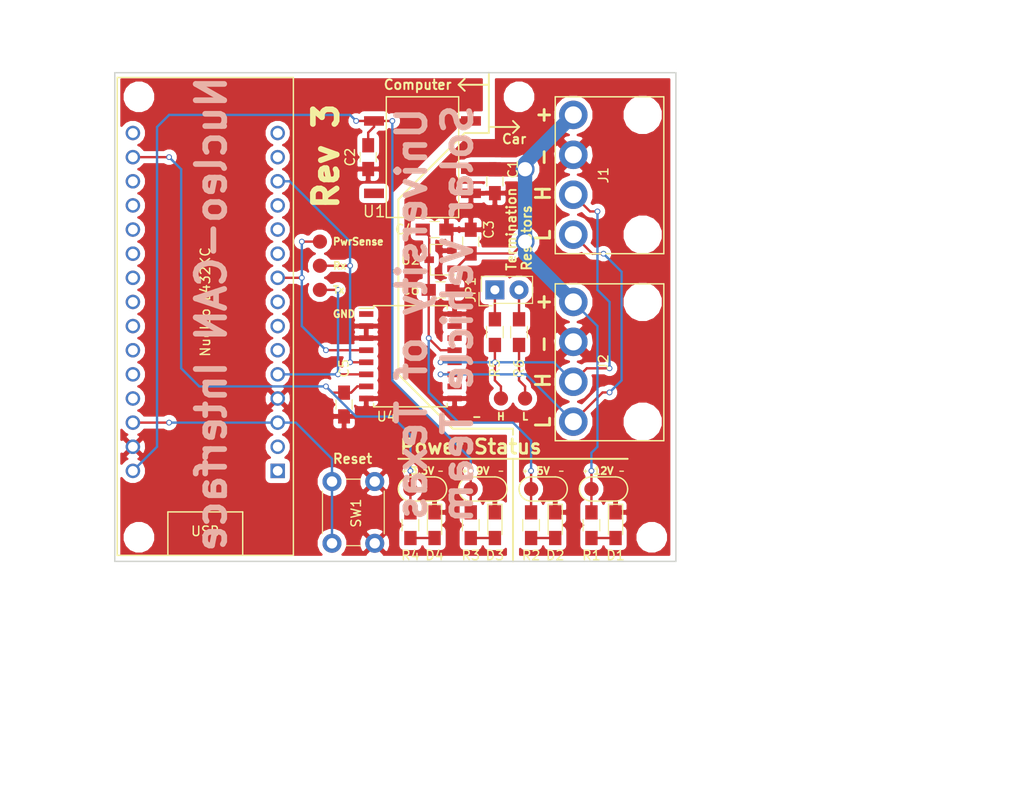
<source format=kicad_pcb>
(kicad_pcb (version 4) (host pcbnew 4.0.7)

  (general
    (links 71)
    (no_connects 0)
    (area 156.769999 50.724999 215.975001 102.310001)
    (thickness 1.6)
    (drawings 69)
    (tracks 156)
    (zones 0)
    (modules 39)
    (nets 41)
  )

  (page USLetter)
  (title_block
    (title "Nucleo-CAN Interface")
    (date 2018-04-23)
    (rev 3)
    (company "University of Texas Solar Vehicles Team")
    (comment 1 "Rev2: Merged CAN and PWR connectors; duplicated connector for chaining.")
    (comment 2 "Rev3: Various minor fixes and improvements; see git changelog.")
  )

  (layers
    (0 F.Cu signal)
    (31 B.Cu signal)
    (32 B.Adhes user)
    (33 F.Adhes user)
    (34 B.Paste user)
    (35 F.Paste user)
    (36 B.SilkS user hide)
    (37 F.SilkS user)
    (38 B.Mask user)
    (39 F.Mask user)
    (40 Dwgs.User user)
    (41 Cmts.User user)
    (42 Eco1.User user)
    (43 Eco2.User user)
    (44 Edge.Cuts user)
    (45 Margin user)
    (46 B.CrtYd user)
    (47 F.CrtYd user)
    (48 B.Fab user)
    (49 F.Fab user hide)
  )

  (setup
    (last_trace_width 0.25)
    (trace_clearance 0.2)
    (zone_clearance 0.508)
    (zone_45_only yes)
    (trace_min 0.2)
    (segment_width 0.2)
    (edge_width 0.15)
    (via_size 0.6)
    (via_drill 0.4)
    (via_min_size 0.4)
    (via_min_drill 0.3)
    (uvia_size 0.3)
    (uvia_drill 0.1)
    (uvias_allowed no)
    (uvia_min_size 0.2)
    (uvia_min_drill 0.1)
    (pcb_text_width 0.3)
    (pcb_text_size 1.5 1.5)
    (mod_edge_width 0.15)
    (mod_text_size 1 1)
    (mod_text_width 0.15)
    (pad_size 3 3)
    (pad_drill 1.8)
    (pad_to_mask_clearance 0.2)
    (aux_axis_origin 0 0)
    (visible_elements 7FFEFF7F)
    (pcbplotparams
      (layerselection 0x00030_80000001)
      (usegerberextensions false)
      (excludeedgelayer true)
      (linewidth 0.100000)
      (plotframeref false)
      (viasonmask false)
      (mode 1)
      (useauxorigin false)
      (hpglpennumber 1)
      (hpglpenspeed 20)
      (hpglpendiameter 15)
      (hpglpenoverlay 2)
      (psnegative false)
      (psa4output false)
      (plotreference true)
      (plotvalue true)
      (plotinvisibletext false)
      (padsonsilk false)
      (subtractmaskfromsilk false)
      (outputformat 1)
      (mirror false)
      (drillshape 1)
      (scaleselection 1)
      (outputdirectory ""))
  )

  (net 0 "")
  (net 1 +12V)
  (net 2 GNDPWR)
  (net 3 +9V)
  (net 4 GND)
  (net 5 +5VP)
  (net 6 +3V3)
  (net 7 "Net-(D1-Pad2)")
  (net 8 "Net-(D2-Pad2)")
  (net 9 "Net-(D3-Pad2)")
  (net 10 "Net-(D4-Pad2)")
  (net 11 "Net-(JP1-Pad1)")
  (net 12 "Net-(JP1-Pad2)")
  (net 13 /RST)
  (net 14 /CAN_PwrSense)
  (net 15 /CAN_Tx)
  (net 16 /CAN_Rx)
  (net 17 "Net-(U3-Pad1)")
  (net 18 "Net-(U3-Pad2)")
  (net 19 "Net-(U3-Pad6)")
  (net 20 "Net-(U3-Pad7)")
  (net 21 "Net-(U3-Pad8)")
  (net 22 "Net-(U3-Pad10)")
  (net 23 "Net-(U3-Pad11)")
  (net 24 "Net-(U3-Pad12)")
  (net 25 "Net-(U3-Pad14)")
  (net 26 "Net-(U3-Pad15)")
  (net 27 "Net-(U3-Pad16)")
  (net 28 "Net-(U3-Pad18)")
  (net 29 "Net-(U3-Pad19)")
  (net 30 "Net-(U3-Pad20)")
  (net 31 "Net-(U3-Pad21)")
  (net 32 "Net-(U3-Pad22)")
  (net 33 "Net-(U3-Pad23)")
  (net 34 "Net-(U3-Pad24)")
  (net 35 "Net-(U3-Pad25)")
  (net 36 "Net-(U3-Pad26)")
  (net 37 "Net-(U3-Pad27)")
  (net 38 "Net-(U4-Pad10)")
  (net 39 /CAN_H)
  (net 40 /CAN_L)

  (net_class Default "This is the default net class."
    (clearance 0.2)
    (trace_width 0.25)
    (via_dia 0.6)
    (via_drill 0.4)
    (uvia_dia 0.3)
    (uvia_drill 0.1)
    (add_net /CAN_PwrSense)
    (add_net /CAN_Rx)
    (add_net /CAN_Tx)
    (add_net /RST)
    (add_net "Net-(D1-Pad2)")
    (add_net "Net-(D2-Pad2)")
    (add_net "Net-(D3-Pad2)")
    (add_net "Net-(D4-Pad2)")
    (add_net "Net-(U3-Pad1)")
    (add_net "Net-(U3-Pad10)")
    (add_net "Net-(U3-Pad11)")
    (add_net "Net-(U3-Pad12)")
    (add_net "Net-(U3-Pad14)")
    (add_net "Net-(U3-Pad15)")
    (add_net "Net-(U3-Pad16)")
    (add_net "Net-(U3-Pad18)")
    (add_net "Net-(U3-Pad19)")
    (add_net "Net-(U3-Pad2)")
    (add_net "Net-(U3-Pad20)")
    (add_net "Net-(U3-Pad21)")
    (add_net "Net-(U3-Pad22)")
    (add_net "Net-(U3-Pad23)")
    (add_net "Net-(U3-Pad24)")
    (add_net "Net-(U3-Pad25)")
    (add_net "Net-(U3-Pad26)")
    (add_net "Net-(U3-Pad27)")
    (add_net "Net-(U3-Pad6)")
    (add_net "Net-(U3-Pad7)")
    (add_net "Net-(U3-Pad8)")
    (add_net "Net-(U4-Pad10)")
  )

  (net_class CAN_Signal ""
    (clearance 0.2)
    (trace_width 0.25)
    (via_dia 0.6)
    (via_drill 0.4)
    (uvia_dia 0.3)
    (uvia_drill 0.1)
    (add_net /CAN_H)
    (add_net /CAN_L)
    (add_net "Net-(JP1-Pad1)")
    (add_net "Net-(JP1-Pad2)")
  )

  (net_class Car_Power ""
    (clearance 0.5)
    (trace_width 1.5)
    (via_dia 2)
    (via_drill 1.5)
    (uvia_dia 1)
    (uvia_drill 0.5)
    (add_net +12V)
    (add_net +5VP)
  )

  (net_class Nucleo_Power ""
    (clearance 0.2)
    (trace_width 0.25)
    (via_dia 0.6)
    (via_drill 0.4)
    (uvia_dia 0.3)
    (uvia_drill 0.1)
    (add_net +3V3)
    (add_net +9V)
    (add_net GND)
    (add_net GNDPWR)
  )

  (module Housings_SOIC:SOIC-16W_7.5x10.3mm_Pitch1.27mm (layer F.Cu) (tedit 5AD95284) (tstamp 5AB86680)
    (at 187.96 80.645)
    (descr "16-Lead Plastic Small Outline (SO) - Wide, 7.50 mm Body [SOIC] (see Microchip Packaging Specification 00000049BS.pdf)")
    (tags "SOIC 1.27")
    (path /5AB69609)
    (attr smd)
    (fp_text reference U4 (at -2.54 6.35) (layer F.SilkS)
      (effects (font (size 1 1) (thickness 0.15)))
    )
    (fp_text value ADM3054 (at 0 6.25) (layer F.Fab)
      (effects (font (size 1 1) (thickness 0.15)))
    )
    (fp_text user %R (at 0 0) (layer F.Fab)
      (effects (font (size 1 1) (thickness 0.15)))
    )
    (fp_line (start -2.75 -5.15) (end 3.75 -5.15) (layer F.Fab) (width 0.15))
    (fp_line (start 3.75 -5.15) (end 3.75 5.15) (layer F.Fab) (width 0.15))
    (fp_line (start 3.75 5.15) (end -3.75 5.15) (layer F.Fab) (width 0.15))
    (fp_line (start -3.75 5.15) (end -3.75 -4.15) (layer F.Fab) (width 0.15))
    (fp_line (start -3.75 -4.15) (end -2.75 -5.15) (layer F.Fab) (width 0.15))
    (fp_line (start -5.65 -5.5) (end -5.65 5.5) (layer F.CrtYd) (width 0.05))
    (fp_line (start 5.65 -5.5) (end 5.65 5.5) (layer F.CrtYd) (width 0.05))
    (fp_line (start -5.65 -5.5) (end 5.65 -5.5) (layer F.CrtYd) (width 0.05))
    (fp_line (start -5.65 5.5) (end 5.65 5.5) (layer F.CrtYd) (width 0.05))
    (fp_line (start -3.875 -5.325) (end -3.875 -5.05) (layer F.SilkS) (width 0.15))
    (fp_line (start 3.875 -5.325) (end 3.875 -4.97) (layer F.SilkS) (width 0.15))
    (fp_line (start 3.875 5.325) (end 3.875 4.97) (layer F.SilkS) (width 0.15))
    (fp_line (start -3.875 5.325) (end -3.875 4.97) (layer F.SilkS) (width 0.15))
    (fp_line (start -3.875 -5.325) (end 3.875 -5.325) (layer F.SilkS) (width 0.15))
    (fp_line (start -3.875 5.325) (end 3.875 5.325) (layer F.SilkS) (width 0.15))
    (fp_line (start -3.875 -5.05) (end -5.4 -5.05) (layer F.SilkS) (width 0.15))
    (pad 1 smd rect (at -4.65 -4.445) (size 1.5 0.6) (layers F.Cu F.Paste F.Mask))
    (pad 2 smd rect (at -4.65 -3.175) (size 1.5 0.6) (layers F.Cu F.Paste F.Mask)
      (net 4 GND))
    (pad 3 smd rect (at -4.65 -1.905) (size 1.5 0.6) (layers F.Cu F.Paste F.Mask)
      (net 4 GND))
    (pad 4 smd rect (at -4.65 -0.635) (size 1.5 0.6) (layers F.Cu F.Paste F.Mask)
      (net 14 /CAN_PwrSense))
    (pad 5 smd rect (at -4.65 0.635) (size 1.5 0.6) (layers F.Cu F.Paste F.Mask)
      (net 16 /CAN_Rx))
    (pad 6 smd rect (at -4.65 1.905) (size 1.5 0.6) (layers F.Cu F.Paste F.Mask)
      (net 15 /CAN_Tx))
    (pad 7 smd rect (at -4.65 3.175) (size 1.5 0.6) (layers F.Cu F.Paste F.Mask)
      (net 6 +3V3))
    (pad 8 smd rect (at -4.65 4.445) (size 1.5 0.6) (layers F.Cu F.Paste F.Mask)
      (net 4 GND))
    (pad 9 smd rect (at 4.65 4.445) (size 1.5 0.6) (layers F.Cu F.Paste F.Mask)
      (net 2 GNDPWR))
    (pad 10 smd rect (at 4.65 3.175) (size 1.5 0.6) (layers F.Cu F.Paste F.Mask)
      (net 38 "Net-(U4-Pad10)"))
    (pad 11 smd rect (at 4.65 1.905) (size 1.5 0.6) (layers F.Cu F.Paste F.Mask)
      (net 40 /CAN_L))
    (pad 12 smd rect (at 4.65 0.635) (size 1.5 0.6) (layers F.Cu F.Paste F.Mask)
      (net 39 /CAN_H))
    (pad 13 smd rect (at 4.65 -0.635) (size 1.5 0.6) (layers F.Cu F.Paste F.Mask)
      (net 5 +5VP))
    (pad 14 smd rect (at 4.65 -1.905) (size 1.5 0.6) (layers F.Cu F.Paste F.Mask))
    (pad 15 smd rect (at 4.65 -3.175) (size 1.5 0.6) (layers F.Cu F.Paste F.Mask))
    (pad 16 smd rect (at 4.65 -4.445) (size 1.5 0.6) (layers F.Cu F.Paste F.Mask)
      (net 2 GNDPWR))
    (model ${KISYS3DMOD}/Housings_SOIC.3dshapes/SOIC-16W_7.5x10.3mm_Pitch1.27mm.wrl
      (at (xyz 0 0 0))
      (scale (xyz 1 1 1))
      (rotate (xyz 0 0 0))
    )
  )

  (module Custom:Molex-MiniFitJr-4-peg (layer F.Cu) (tedit 5ADE3224) (tstamp 5AD54524)
    (at 205.105 74.93)
    (path /5AD53B5D)
    (fp_text reference J2 (at 3.175 6.35 90) (layer F.SilkS)
      (effects (font (size 1 1) (thickness 0.15)))
    )
    (fp_text value CAN_Out (at 3.81 6.35 90) (layer F.Fab)
      (effects (font (size 1 1) (thickness 0.15)))
    )
    (fp_line (start 9.525 -1.905) (end 9.525 14.605) (layer F.SilkS) (width 0.15))
    (fp_line (start 9.525 14.605) (end -1.905 14.605) (layer F.SilkS) (width 0.15))
    (fp_line (start -1.905 14.605) (end -1.905 -1.905) (layer F.SilkS) (width 0.15))
    (fp_line (start -1.905 -1.905) (end 9.525 -1.905) (layer F.SilkS) (width 0.15))
    (fp_line (start 13.9 15.3) (end 1.1 15.3) (layer F.CrtYd) (width 0.15))
    (fp_line (start 1.1 15.3) (end 1.1 -2.7) (layer F.CrtYd) (width 0.15))
    (fp_line (start 1.1 -2.7) (end 13.9 -2.7) (layer F.CrtYd) (width 0.15))
    (fp_line (start 13.9 -2.7) (end 13.9 15.3) (layer F.CrtYd) (width 0.15))
    (pad "" np_thru_hole circle (at 7.3 12.6) (size 3 3) (drill 3) (layers *.Cu))
    (pad 1 thru_hole circle (at 0 0) (size 3 3) (drill 1.8) (layers *.Cu *.Mask)
      (net 1 +12V))
    (pad 2 thru_hole circle (at 0 4.2) (size 3 3) (drill 1.8) (layers *.Cu *.Mask)
      (net 2 GNDPWR) (thermal_width 1))
    (pad 3 thru_hole circle (at 0 8.4) (size 3 3) (drill 1.8) (layers *.Cu *.Mask)
      (net 39 /CAN_H))
    (pad 4 thru_hole circle (at 0 12.6) (size 3 3) (drill 1.8) (layers *.Cu *.Mask)
      (net 40 /CAN_L))
    (pad "" np_thru_hole circle (at 7.3 0) (size 3 3) (drill 3) (layers *.Cu))
  )

  (module Connectors_Samtec:SL-102-X-XX_1x02 (layer F.Cu) (tedit 5AD545EC) (tstamp 5AB864ED)
    (at 196.85 73.66 90)
    (descr "Low profile, screw machine socket strip, through hole, 100mil / 2.54mm pitch")
    (tags "samtec socket strip tht single")
    (path /5AB7739E)
    (fp_text reference JP1 (at 0 -2.54 270) (layer F.SilkS)
      (effects (font (size 1 1) (thickness 0.15)))
    )
    (fp_text value "CAN Resistors" (at 2.27 1.27 180) (layer F.Fab)
      (effects (font (size 1 1) (thickness 0.15)))
    )
    (fp_line (start -0.17 -1.42) (end 1.42 -1.42) (layer F.SilkS) (width 0.12))
    (fp_line (start 1.42 -1.42) (end 1.42 3.96) (layer F.SilkS) (width 0.12))
    (fp_line (start 1.42 3.96) (end -1.42 3.96) (layer F.SilkS) (width 0.12))
    (fp_line (start -1.42 3.96) (end -1.42 -0.17) (layer F.SilkS) (width 0.12))
    (fp_line (start -0.27 -1.67) (end -1.67 -1.67) (layer F.SilkS) (width 0.12))
    (fp_line (start -1.67 -1.67) (end -1.67 -0.27) (layer F.SilkS) (width 0.12))
    (fp_line (start -0.27 -1.67) (end -1.67 -1.67) (layer F.Fab) (width 0.1))
    (fp_line (start -1.67 -1.67) (end -1.67 -0.27) (layer F.Fab) (width 0.1))
    (fp_line (start -1.27 -1.27) (end -1.27 3.81) (layer F.Fab) (width 0.1))
    (fp_line (start -1.27 3.81) (end 1.27 3.81) (layer F.Fab) (width 0.1))
    (fp_line (start 1.27 3.81) (end 1.27 -1.27) (layer F.Fab) (width 0.1))
    (fp_line (start 1.27 -1.27) (end -1.27 -1.27) (layer F.Fab) (width 0.1))
    (fp_line (start -1.77 -1.77) (end -1.77 4.31) (layer F.CrtYd) (width 0.05))
    (fp_line (start -1.77 4.31) (end 1.77 4.31) (layer F.CrtYd) (width 0.05))
    (fp_line (start 1.77 4.31) (end 1.77 -1.77) (layer F.CrtYd) (width 0.05))
    (fp_line (start 1.77 -1.77) (end -1.77 -1.77) (layer F.CrtYd) (width 0.05))
    (fp_line (start -1.27 1.27) (end -1.07 1.27) (layer F.Fab) (width 0.1))
    (fp_line (start 1.27 1.27) (end 1.07 1.27) (layer F.Fab) (width 0.1))
    (fp_line (start -1.27 3.81) (end -1.07 3.81) (layer F.Fab) (width 0.1))
    (fp_line (start 1.27 3.81) (end 1.07 3.81) (layer F.Fab) (width 0.1))
    (fp_text user %R (at 0 1.27 180) (layer F.Fab)
      (effects (font (size 1 1) (thickness 0.15)))
    )
    (pad 1 thru_hole rect (at 0 0 90) (size 2 2) (drill 0.95) (layers *.Cu *.Mask)
      (net 11 "Net-(JP1-Pad1)"))
    (pad 2 thru_hole circle (at 0 2.54 90) (size 2 2) (drill 0.95) (layers *.Cu *.Mask)
      (net 12 "Net-(JP1-Pad2)"))
    (model ${KISYS3DMOD}/Connectors_Samtec.3dshapes/SL-102-X-XX_1x02.wrl
      (at (xyz 0 0 0))
      (scale (xyz 1 1 1))
      (rotate (xyz 0 0 0))
    )
  )

  (module Buttons_Switches_THT:SW_PUSH_6mm (layer F.Cu) (tedit 5ABAFD67) (tstamp 5AB86584)
    (at 179.705 100.33 90)
    (descr https://www.omron.com/ecb/products/pdf/en-b3f.pdf)
    (tags "tact sw push 6mm")
    (path /5ABA3959)
    (fp_text reference SW1 (at 3.175 2.54 90) (layer F.SilkS)
      (effects (font (size 1 1) (thickness 0.15)))
    )
    (fp_text value Reset (at 3.75 6.7 90) (layer F.Fab)
      (effects (font (size 1 1) (thickness 0.15)))
    )
    (fp_text user %R (at 3.25 2.25 90) (layer F.Fab)
      (effects (font (size 1 1) (thickness 0.15)))
    )
    (fp_line (start 3.25 -0.75) (end 6.25 -0.75) (layer F.Fab) (width 0.1))
    (fp_line (start 6.25 -0.75) (end 6.25 5.25) (layer F.Fab) (width 0.1))
    (fp_line (start 6.25 5.25) (end 0.25 5.25) (layer F.Fab) (width 0.1))
    (fp_line (start 0.25 5.25) (end 0.25 -0.75) (layer F.Fab) (width 0.1))
    (fp_line (start 0.25 -0.75) (end 3.25 -0.75) (layer F.Fab) (width 0.1))
    (fp_line (start 7.75 6) (end 8 6) (layer F.CrtYd) (width 0.05))
    (fp_line (start 8 6) (end 8 5.75) (layer F.CrtYd) (width 0.05))
    (fp_line (start 7.75 -1.5) (end 8 -1.5) (layer F.CrtYd) (width 0.05))
    (fp_line (start 8 -1.5) (end 8 -1.25) (layer F.CrtYd) (width 0.05))
    (fp_line (start -1.5 -1.25) (end -1.5 -1.5) (layer F.CrtYd) (width 0.05))
    (fp_line (start -1.5 -1.5) (end -1.25 -1.5) (layer F.CrtYd) (width 0.05))
    (fp_line (start -1.5 5.75) (end -1.5 6) (layer F.CrtYd) (width 0.05))
    (fp_line (start -1.5 6) (end -1.25 6) (layer F.CrtYd) (width 0.05))
    (fp_line (start -1.25 -1.5) (end 7.75 -1.5) (layer F.CrtYd) (width 0.05))
    (fp_line (start -1.5 5.75) (end -1.5 -1.25) (layer F.CrtYd) (width 0.05))
    (fp_line (start 7.75 6) (end -1.25 6) (layer F.CrtYd) (width 0.05))
    (fp_line (start 8 -1.25) (end 8 5.75) (layer F.CrtYd) (width 0.05))
    (fp_line (start 1 5.5) (end 5.5 5.5) (layer F.SilkS) (width 0.12))
    (fp_line (start -0.25 1.5) (end -0.25 3) (layer F.SilkS) (width 0.12))
    (fp_line (start 5.5 -1) (end 1 -1) (layer F.SilkS) (width 0.12))
    (fp_line (start 6.75 3) (end 6.75 1.5) (layer F.SilkS) (width 0.12))
    (fp_circle (center 3.25 2.25) (end 1.25 2.5) (layer F.Fab) (width 0.1))
    (pad 2 thru_hole circle (at 0 4.5 180) (size 2 2) (drill 1.1) (layers *.Cu *.Mask)
      (net 4 GND))
    (pad 1 thru_hole circle (at 0 0 180) (size 2 2) (drill 1.1) (layers *.Cu *.Mask)
      (net 13 /RST))
    (pad 2 thru_hole circle (at 6.5 4.5 180) (size 2 2) (drill 1.1) (layers *.Cu *.Mask)
      (net 4 GND))
    (pad 1 thru_hole circle (at 6.5 0 180) (size 2 2) (drill 1.1) (layers *.Cu *.Mask)
      (net 13 /RST))
    (model ${KISYS3DMOD}/Buttons_Switches_THT.3dshapes/SW_PUSH_6mm.wrl
      (at (xyz 0.005 0 0))
      (scale (xyz 0.3937 0.3937 0.3937))
      (rotate (xyz 0 0 0))
    )
  )

  (module Custom:PDS1-M (layer F.Cu) (tedit 5ABB00DB) (tstamp 5AB86617)
    (at 189.23 59.69 90)
    (path /5AB6A663)
    (fp_text reference U1 (at -5.715 -5.08 180) (layer F.SilkS)
      (effects (font (size 1.2 1.2) (thickness 0.15)))
    )
    (fp_text value PDS1-S12-S9-M (at 0 0 90) (layer F.Fab)
      (effects (font (size 1.2 1.2) (thickness 0.15)))
    )
    (fp_line (start -6.35 -3.81) (end 6.35 -3.81) (layer F.CrtYd) (width 0.15))
    (fp_line (start 6.35 -3.81) (end 6.35 3.81) (layer F.CrtYd) (width 0.15))
    (fp_line (start 6.35 3.81) (end -6.35 3.81) (layer F.CrtYd) (width 0.15))
    (fp_line (start -6.35 3.81) (end -6.35 -3.81) (layer F.CrtYd) (width 0.15))
    (fp_line (start -6.35 -3.81) (end 6.35 -3.81) (layer F.SilkS) (width 0.15))
    (fp_line (start 6.35 -3.81) (end 6.35 3.81) (layer F.SilkS) (width 0.15))
    (fp_line (start 6.35 3.81) (end -6.35 3.81) (layer F.SilkS) (width 0.15))
    (fp_line (start -6.35 3.81) (end -6.35 -3.81) (layer F.SilkS) (width 0.15))
    (pad 8 smd rect (at -3.81 -5.1 90) (size 1 2.1) (layers F.Cu F.Paste F.Mask))
    (pad 1 smd rect (at -3.81 5.1 90) (size 1 2.1) (layers F.Cu F.Paste F.Mask)
      (net 2 GNDPWR))
    (pad 2 smd rect (at -1.27 5.1 90) (size 1 2.1) (layers F.Cu F.Paste F.Mask)
      (net 1 +12V))
    (pad 5 smd rect (at 3.81 -5.1 90) (size 1 2.1) (layers F.Cu F.Paste F.Mask)
      (net 3 +9V))
    (pad 4 smd rect (at 3.81 5.1 90) (size 1 2.1) (layers F.Cu F.Paste F.Mask)
      (net 4 GND))
  )

  (module TO_SOT_Packages_SMD:SOT-23W (layer F.Cu) (tedit 5AB96C1B) (tstamp 5AB8662C)
    (at 191.135 70.485 180)
    (descr "SOT-23W http://www.allegromicro.com/~/media/Files/Datasheets/A112x-Datasheet.ashx?la=en&hash=7BC461E058CC246E0BAB62433B2F1ECA104CA9D3")
    (tags SOT-23W)
    (path /5AB693DC)
    (attr smd)
    (fp_text reference U2 (at 3.175 0 180) (layer F.SilkS)
      (effects (font (size 1 1) (thickness 0.15)))
    )
    (fp_text value MCP1702T-5002E/CB (at 0 2.5 180) (layer F.Fab)
      (effects (font (size 1 1) (thickness 0.15)))
    )
    (fp_line (start 1.075 -1.61) (end 1.075 -0.7) (layer F.SilkS) (width 0.12))
    (fp_line (start 1.075 0.7) (end 1.075 1.61) (layer F.SilkS) (width 0.12))
    (fp_line (start -1.5 -1.61) (end 1.075 -1.61) (layer F.SilkS) (width 0.12))
    (fp_line (start -1.075 1.61) (end 1.075 1.61) (layer F.SilkS) (width 0.12))
    (fp_text user %R (at 0 0 270) (layer F.Fab)
      (effects (font (size 0.5 0.5) (thickness 0.075)))
    )
    (fp_line (start -0.955 -0.49) (end -0.955 1.49) (layer F.Fab) (width 0.1))
    (fp_line (start 0.045 -1.49) (end 0.955 -1.49) (layer F.Fab) (width 0.1))
    (fp_line (start -0.955 -0.49) (end 0.045 -1.49) (layer F.Fab) (width 0.1))
    (fp_line (start 0.955 -1.49) (end 0.955 1.49) (layer F.Fab) (width 0.1))
    (fp_line (start -0.955 1.49) (end 0.955 1.49) (layer F.Fab) (width 0.1))
    (fp_line (start -1.95 -1.74) (end 1.95 -1.74) (layer F.CrtYd) (width 0.05))
    (fp_line (start 1.95 -1.74) (end 1.95 1.74) (layer F.CrtYd) (width 0.05))
    (fp_line (start 1.95 1.74) (end -1.95 1.74) (layer F.CrtYd) (width 0.05))
    (fp_line (start -1.95 1.74) (end -1.95 -1.74) (layer F.CrtYd) (width 0.05))
    (pad 1 smd rect (at -1.2 -0.95 180) (size 1 0.7) (layers F.Cu F.Paste F.Mask)
      (net 1 +12V))
    (pad 2 smd rect (at -1.2 0.95 180) (size 1 0.7) (layers F.Cu F.Paste F.Mask)
      (net 2 GNDPWR))
    (pad 3 smd rect (at 1.2 0 180) (size 1 0.7) (layers F.Cu F.Paste F.Mask)
      (net 5 +5VP))
    (model ${KISYS3DMOD}/TO_SOT_Packages_SMD.3dshapes/SOT-23W.wrl
      (at (xyz 0 0 0))
      (scale (xyz 1 1 1))
      (rotate (xyz 0 0 0))
    )
  )

  (module Capacitors_SMD:C_0805_HandSoldering (layer F.Cu) (tedit 5AD54604) (tstamp 5AB9597A)
    (at 196.85 62.23 270)
    (descr "Capacitor SMD 0805, hand soldering")
    (tags "capacitor 0805")
    (path /5AB6E09F)
    (attr smd)
    (fp_text reference C1 (at -1.27 -1.905 270) (layer F.SilkS)
      (effects (font (size 1 1) (thickness 0.15)))
    )
    (fp_text value 2.2u (at 0 1.75 270) (layer F.Fab)
      (effects (font (size 1 1) (thickness 0.15)))
    )
    (fp_text user %R (at 0 -1.75 270) (layer F.Fab)
      (effects (font (size 1 1) (thickness 0.15)))
    )
    (fp_line (start -1 0.62) (end -1 -0.62) (layer F.Fab) (width 0.1))
    (fp_line (start 1 0.62) (end -1 0.62) (layer F.Fab) (width 0.1))
    (fp_line (start 1 -0.62) (end 1 0.62) (layer F.Fab) (width 0.1))
    (fp_line (start -1 -0.62) (end 1 -0.62) (layer F.Fab) (width 0.1))
    (fp_line (start 0.5 -0.85) (end -0.5 -0.85) (layer F.SilkS) (width 0.12))
    (fp_line (start -0.5 0.85) (end 0.5 0.85) (layer F.SilkS) (width 0.12))
    (fp_line (start -2.25 -0.88) (end 2.25 -0.88) (layer F.CrtYd) (width 0.05))
    (fp_line (start -2.25 -0.88) (end -2.25 0.87) (layer F.CrtYd) (width 0.05))
    (fp_line (start 2.25 0.87) (end 2.25 -0.88) (layer F.CrtYd) (width 0.05))
    (fp_line (start 2.25 0.87) (end -2.25 0.87) (layer F.CrtYd) (width 0.05))
    (pad 1 smd rect (at -1.25 0 270) (size 1.5 1.25) (layers F.Cu F.Paste F.Mask)
      (net 1 +12V))
    (pad 2 smd rect (at 1.25 0 270) (size 1.5 1.25) (layers F.Cu F.Paste F.Mask)
      (net 2 GNDPWR))
    (model Capacitors_SMD.3dshapes/C_0805.wrl
      (at (xyz 0 0 0))
      (scale (xyz 1 1 1))
      (rotate (xyz 0 0 0))
    )
  )

  (module Capacitors_SMD:C_0805_HandSoldering (layer F.Cu) (tedit 5AB960B1) (tstamp 5AB9597F)
    (at 183.515 59.69 270)
    (descr "Capacitor SMD 0805, hand soldering")
    (tags "capacitor 0805")
    (path /5AB6E318)
    (attr smd)
    (fp_text reference C2 (at 0 1.905 270) (layer F.SilkS)
      (effects (font (size 1 1) (thickness 0.15)))
    )
    (fp_text value 4.7u (at 0 1.75 270) (layer F.Fab)
      (effects (font (size 1 1) (thickness 0.15)))
    )
    (fp_text user %R (at 0 -1.75 270) (layer F.Fab)
      (effects (font (size 1 1) (thickness 0.15)))
    )
    (fp_line (start -1 0.62) (end -1 -0.62) (layer F.Fab) (width 0.1))
    (fp_line (start 1 0.62) (end -1 0.62) (layer F.Fab) (width 0.1))
    (fp_line (start 1 -0.62) (end 1 0.62) (layer F.Fab) (width 0.1))
    (fp_line (start -1 -0.62) (end 1 -0.62) (layer F.Fab) (width 0.1))
    (fp_line (start 0.5 -0.85) (end -0.5 -0.85) (layer F.SilkS) (width 0.12))
    (fp_line (start -0.5 0.85) (end 0.5 0.85) (layer F.SilkS) (width 0.12))
    (fp_line (start -2.25 -0.88) (end 2.25 -0.88) (layer F.CrtYd) (width 0.05))
    (fp_line (start -2.25 -0.88) (end -2.25 0.87) (layer F.CrtYd) (width 0.05))
    (fp_line (start 2.25 0.87) (end 2.25 -0.88) (layer F.CrtYd) (width 0.05))
    (fp_line (start 2.25 0.87) (end -2.25 0.87) (layer F.CrtYd) (width 0.05))
    (pad 1 smd rect (at -1.25 0 270) (size 1.5 1.25) (layers F.Cu F.Paste F.Mask)
      (net 3 +9V))
    (pad 2 smd rect (at 1.25 0 270) (size 1.5 1.25) (layers F.Cu F.Paste F.Mask)
      (net 4 GND))
    (model Capacitors_SMD.3dshapes/C_0805.wrl
      (at (xyz 0 0 0))
      (scale (xyz 1 1 1))
      (rotate (xyz 0 0 0))
    )
  )

  (module Capacitors_SMD:C_0805_HandSoldering (layer F.Cu) (tedit 5ABB0CC9) (tstamp 5AB95984)
    (at 194.31 68.58 90)
    (descr "Capacitor SMD 0805, hand soldering")
    (tags "capacitor 0805")
    (path /5AB6D2CE)
    (attr smd)
    (fp_text reference C3 (at 1.27 1.905 90) (layer F.SilkS)
      (effects (font (size 1 1) (thickness 0.15)))
    )
    (fp_text value 0.1u (at 0 1.75 90) (layer F.Fab)
      (effects (font (size 1 1) (thickness 0.15)))
    )
    (fp_text user %R (at 0 -1.75 90) (layer F.Fab)
      (effects (font (size 1 1) (thickness 0.15)))
    )
    (fp_line (start -1 0.62) (end -1 -0.62) (layer F.Fab) (width 0.1))
    (fp_line (start 1 0.62) (end -1 0.62) (layer F.Fab) (width 0.1))
    (fp_line (start 1 -0.62) (end 1 0.62) (layer F.Fab) (width 0.1))
    (fp_line (start -1 -0.62) (end 1 -0.62) (layer F.Fab) (width 0.1))
    (fp_line (start 0.5 -0.85) (end -0.5 -0.85) (layer F.SilkS) (width 0.12))
    (fp_line (start -0.5 0.85) (end 0.5 0.85) (layer F.SilkS) (width 0.12))
    (fp_line (start -2.25 -0.88) (end 2.25 -0.88) (layer F.CrtYd) (width 0.05))
    (fp_line (start -2.25 -0.88) (end -2.25 0.87) (layer F.CrtYd) (width 0.05))
    (fp_line (start 2.25 0.87) (end 2.25 -0.88) (layer F.CrtYd) (width 0.05))
    (fp_line (start 2.25 0.87) (end -2.25 0.87) (layer F.CrtYd) (width 0.05))
    (pad 1 smd rect (at -1.25 0 90) (size 1.5 1.25) (layers F.Cu F.Paste F.Mask)
      (net 1 +12V))
    (pad 2 smd rect (at 1.25 0 90) (size 1.5 1.25) (layers F.Cu F.Paste F.Mask)
      (net 2 GNDPWR))
    (model Capacitors_SMD.3dshapes/C_0805.wrl
      (at (xyz 0 0 0))
      (scale (xyz 1 1 1))
      (rotate (xyz 0 0 0))
    )
  )

  (module Capacitors_SMD:C_0805_HandSoldering (layer F.Cu) (tedit 5AB96BFF) (tstamp 5AB95989)
    (at 190.5 67.31)
    (descr "Capacitor SMD 0805, hand soldering")
    (tags "capacitor 0805")
    (path /5AB6D391)
    (attr smd)
    (fp_text reference C4 (at -3.175 0) (layer F.SilkS)
      (effects (font (size 1 1) (thickness 0.15)))
    )
    (fp_text value 0.1u (at 0 1.75) (layer F.Fab)
      (effects (font (size 1 1) (thickness 0.15)))
    )
    (fp_text user %R (at 0 -1.75) (layer F.Fab)
      (effects (font (size 1 1) (thickness 0.15)))
    )
    (fp_line (start -1 0.62) (end -1 -0.62) (layer F.Fab) (width 0.1))
    (fp_line (start 1 0.62) (end -1 0.62) (layer F.Fab) (width 0.1))
    (fp_line (start 1 -0.62) (end 1 0.62) (layer F.Fab) (width 0.1))
    (fp_line (start -1 -0.62) (end 1 -0.62) (layer F.Fab) (width 0.1))
    (fp_line (start 0.5 -0.85) (end -0.5 -0.85) (layer F.SilkS) (width 0.12))
    (fp_line (start -0.5 0.85) (end 0.5 0.85) (layer F.SilkS) (width 0.12))
    (fp_line (start -2.25 -0.88) (end 2.25 -0.88) (layer F.CrtYd) (width 0.05))
    (fp_line (start -2.25 -0.88) (end -2.25 0.87) (layer F.CrtYd) (width 0.05))
    (fp_line (start 2.25 0.87) (end 2.25 -0.88) (layer F.CrtYd) (width 0.05))
    (fp_line (start 2.25 0.87) (end -2.25 0.87) (layer F.CrtYd) (width 0.05))
    (pad 1 smd rect (at -1.25 0) (size 1.5 1.25) (layers F.Cu F.Paste F.Mask)
      (net 5 +5VP))
    (pad 2 smd rect (at 1.25 0) (size 1.5 1.25) (layers F.Cu F.Paste F.Mask)
      (net 2 GNDPWR))
    (model Capacitors_SMD.3dshapes/C_0805.wrl
      (at (xyz 0 0 0))
      (scale (xyz 1 1 1))
      (rotate (xyz 0 0 0))
    )
  )

  (module Capacitors_SMD:C_0805_HandSoldering (layer F.Cu) (tedit 5AB96407) (tstamp 5AB9598E)
    (at 180.975 85.725 270)
    (descr "Capacitor SMD 0805, hand soldering")
    (tags "capacitor 0805")
    (path /5AB7C206)
    (attr smd)
    (fp_text reference C5 (at -3.81 0 270) (layer F.SilkS)
      (effects (font (size 1 1) (thickness 0.15)))
    )
    (fp_text value 0.1u (at 0 1.75 270) (layer F.Fab)
      (effects (font (size 1 1) (thickness 0.15)))
    )
    (fp_text user %R (at 0 -1.75 270) (layer F.Fab)
      (effects (font (size 1 1) (thickness 0.15)))
    )
    (fp_line (start -1 0.62) (end -1 -0.62) (layer F.Fab) (width 0.1))
    (fp_line (start 1 0.62) (end -1 0.62) (layer F.Fab) (width 0.1))
    (fp_line (start 1 -0.62) (end 1 0.62) (layer F.Fab) (width 0.1))
    (fp_line (start -1 -0.62) (end 1 -0.62) (layer F.Fab) (width 0.1))
    (fp_line (start 0.5 -0.85) (end -0.5 -0.85) (layer F.SilkS) (width 0.12))
    (fp_line (start -0.5 0.85) (end 0.5 0.85) (layer F.SilkS) (width 0.12))
    (fp_line (start -2.25 -0.88) (end 2.25 -0.88) (layer F.CrtYd) (width 0.05))
    (fp_line (start -2.25 -0.88) (end -2.25 0.87) (layer F.CrtYd) (width 0.05))
    (fp_line (start 2.25 0.87) (end 2.25 -0.88) (layer F.CrtYd) (width 0.05))
    (fp_line (start 2.25 0.87) (end -2.25 0.87) (layer F.CrtYd) (width 0.05))
    (pad 1 smd rect (at -1.25 0 270) (size 1.5 1.25) (layers F.Cu F.Paste F.Mask)
      (net 6 +3V3))
    (pad 2 smd rect (at 1.25 0 270) (size 1.5 1.25) (layers F.Cu F.Paste F.Mask)
      (net 4 GND))
    (model Capacitors_SMD.3dshapes/C_0805.wrl
      (at (xyz 0 0 0))
      (scale (xyz 1 1 1))
      (rotate (xyz 0 0 0))
    )
  )

  (module Capacitors_SMD:C_0805_HandSoldering (layer F.Cu) (tedit 5ABAFE23) (tstamp 5AB95993)
    (at 191.135 73.66)
    (descr "Capacitor SMD 0805, hand soldering")
    (tags "capacitor 0805")
    (path /5AB7BF02)
    (attr smd)
    (fp_text reference C6 (at -3.175 0) (layer F.SilkS)
      (effects (font (size 1 1) (thickness 0.15)))
    )
    (fp_text value 0.1u (at 0 1.75) (layer F.Fab)
      (effects (font (size 1 1) (thickness 0.15)))
    )
    (fp_text user %R (at 0 -1.75) (layer F.Fab)
      (effects (font (size 1 1) (thickness 0.15)))
    )
    (fp_line (start -1 0.62) (end -1 -0.62) (layer F.Fab) (width 0.1))
    (fp_line (start 1 0.62) (end -1 0.62) (layer F.Fab) (width 0.1))
    (fp_line (start 1 -0.62) (end 1 0.62) (layer F.Fab) (width 0.1))
    (fp_line (start -1 -0.62) (end 1 -0.62) (layer F.Fab) (width 0.1))
    (fp_line (start 0.5 -0.85) (end -0.5 -0.85) (layer F.SilkS) (width 0.12))
    (fp_line (start -0.5 0.85) (end 0.5 0.85) (layer F.SilkS) (width 0.12))
    (fp_line (start -2.25 -0.88) (end 2.25 -0.88) (layer F.CrtYd) (width 0.05))
    (fp_line (start -2.25 -0.88) (end -2.25 0.87) (layer F.CrtYd) (width 0.05))
    (fp_line (start 2.25 0.87) (end 2.25 -0.88) (layer F.CrtYd) (width 0.05))
    (fp_line (start 2.25 0.87) (end -2.25 0.87) (layer F.CrtYd) (width 0.05))
    (pad 1 smd rect (at -1.25 0) (size 1.5 1.25) (layers F.Cu F.Paste F.Mask)
      (net 5 +5VP))
    (pad 2 smd rect (at 1.25 0) (size 1.5 1.25) (layers F.Cu F.Paste F.Mask)
      (net 2 GNDPWR))
    (model Capacitors_SMD.3dshapes/C_0805.wrl
      (at (xyz 0 0 0))
      (scale (xyz 1 1 1))
      (rotate (xyz 0 0 0))
    )
  )

  (module LEDs:LED_0805_HandSoldering (layer F.Cu) (tedit 5ABAFD3D) (tstamp 5AB95998)
    (at 209.55 98.425 270)
    (descr "Resistor SMD 0805, hand soldering")
    (tags "resistor 0805")
    (path /5AB92997)
    (attr smd)
    (fp_text reference D1 (at 3.175 0 360) (layer F.SilkS)
      (effects (font (size 1 1) (thickness 0.15)))
    )
    (fp_text value "12V Iso Power" (at 0 1.75 270) (layer F.Fab)
      (effects (font (size 1 1) (thickness 0.15)))
    )
    (fp_line (start -0.4 -0.4) (end -0.4 0.4) (layer F.Fab) (width 0.1))
    (fp_line (start -0.4 0) (end 0.2 -0.4) (layer F.Fab) (width 0.1))
    (fp_line (start 0.2 0.4) (end -0.4 0) (layer F.Fab) (width 0.1))
    (fp_line (start 0.2 -0.4) (end 0.2 0.4) (layer F.Fab) (width 0.1))
    (fp_line (start -1 0.62) (end -1 -0.62) (layer F.Fab) (width 0.1))
    (fp_line (start 1 0.62) (end -1 0.62) (layer F.Fab) (width 0.1))
    (fp_line (start 1 -0.62) (end 1 0.62) (layer F.Fab) (width 0.1))
    (fp_line (start -1 -0.62) (end 1 -0.62) (layer F.Fab) (width 0.1))
    (fp_line (start 1 0.75) (end -2.2 0.75) (layer F.SilkS) (width 0.12))
    (fp_line (start -2.2 -0.75) (end 1 -0.75) (layer F.SilkS) (width 0.12))
    (fp_line (start -2.35 -0.9) (end 2.35 -0.9) (layer F.CrtYd) (width 0.05))
    (fp_line (start -2.35 -0.9) (end -2.35 0.9) (layer F.CrtYd) (width 0.05))
    (fp_line (start 2.35 0.9) (end 2.35 -0.9) (layer F.CrtYd) (width 0.05))
    (fp_line (start 2.35 0.9) (end -2.35 0.9) (layer F.CrtYd) (width 0.05))
    (fp_line (start -2.2 -0.75) (end -2.2 0.75) (layer F.SilkS) (width 0.12))
    (pad 1 smd rect (at -1.35 0 270) (size 1.5 1.3) (layers F.Cu F.Paste F.Mask)
      (net 2 GNDPWR))
    (pad 2 smd rect (at 1.35 0 270) (size 1.5 1.3) (layers F.Cu F.Paste F.Mask)
      (net 7 "Net-(D1-Pad2)"))
    (model ${KISYS3DMOD}/LEDs.3dshapes/LED_0805.wrl
      (at (xyz 0 0 0))
      (scale (xyz 1 1 1))
      (rotate (xyz 0 0 0))
    )
  )

  (module LEDs:LED_0805_HandSoldering (layer F.Cu) (tedit 5ABAFD37) (tstamp 5AB9599D)
    (at 203.2 98.425 270)
    (descr "Resistor SMD 0805, hand soldering")
    (tags "resistor 0805")
    (path /5AB73B00)
    (attr smd)
    (fp_text reference D2 (at 3.175 0 360) (layer F.SilkS)
      (effects (font (size 1 1) (thickness 0.15)))
    )
    (fp_text value "5V Iso Power" (at 0 1.75 270) (layer F.Fab)
      (effects (font (size 1 1) (thickness 0.15)))
    )
    (fp_line (start -0.4 -0.4) (end -0.4 0.4) (layer F.Fab) (width 0.1))
    (fp_line (start -0.4 0) (end 0.2 -0.4) (layer F.Fab) (width 0.1))
    (fp_line (start 0.2 0.4) (end -0.4 0) (layer F.Fab) (width 0.1))
    (fp_line (start 0.2 -0.4) (end 0.2 0.4) (layer F.Fab) (width 0.1))
    (fp_line (start -1 0.62) (end -1 -0.62) (layer F.Fab) (width 0.1))
    (fp_line (start 1 0.62) (end -1 0.62) (layer F.Fab) (width 0.1))
    (fp_line (start 1 -0.62) (end 1 0.62) (layer F.Fab) (width 0.1))
    (fp_line (start -1 -0.62) (end 1 -0.62) (layer F.Fab) (width 0.1))
    (fp_line (start 1 0.75) (end -2.2 0.75) (layer F.SilkS) (width 0.12))
    (fp_line (start -2.2 -0.75) (end 1 -0.75) (layer F.SilkS) (width 0.12))
    (fp_line (start -2.35 -0.9) (end 2.35 -0.9) (layer F.CrtYd) (width 0.05))
    (fp_line (start -2.35 -0.9) (end -2.35 0.9) (layer F.CrtYd) (width 0.05))
    (fp_line (start 2.35 0.9) (end 2.35 -0.9) (layer F.CrtYd) (width 0.05))
    (fp_line (start 2.35 0.9) (end -2.35 0.9) (layer F.CrtYd) (width 0.05))
    (fp_line (start -2.2 -0.75) (end -2.2 0.75) (layer F.SilkS) (width 0.12))
    (pad 1 smd rect (at -1.35 0 270) (size 1.5 1.3) (layers F.Cu F.Paste F.Mask)
      (net 2 GNDPWR))
    (pad 2 smd rect (at 1.35 0 270) (size 1.5 1.3) (layers F.Cu F.Paste F.Mask)
      (net 8 "Net-(D2-Pad2)"))
    (model ${KISYS3DMOD}/LEDs.3dshapes/LED_0805.wrl
      (at (xyz 0 0 0))
      (scale (xyz 1 1 1))
      (rotate (xyz 0 0 0))
    )
  )

  (module LEDs:LED_0805_HandSoldering (layer F.Cu) (tedit 5ABAFD33) (tstamp 5AB959A2)
    (at 196.85 98.425 270)
    (descr "Resistor SMD 0805, hand soldering")
    (tags "resistor 0805")
    (path /5AB6F041)
    (attr smd)
    (fp_text reference D3 (at 3.175 0 360) (layer F.SilkS)
      (effects (font (size 1 1) (thickness 0.15)))
    )
    (fp_text value "9V Power" (at 0 1.75 270) (layer F.Fab)
      (effects (font (size 1 1) (thickness 0.15)))
    )
    (fp_line (start -0.4 -0.4) (end -0.4 0.4) (layer F.Fab) (width 0.1))
    (fp_line (start -0.4 0) (end 0.2 -0.4) (layer F.Fab) (width 0.1))
    (fp_line (start 0.2 0.4) (end -0.4 0) (layer F.Fab) (width 0.1))
    (fp_line (start 0.2 -0.4) (end 0.2 0.4) (layer F.Fab) (width 0.1))
    (fp_line (start -1 0.62) (end -1 -0.62) (layer F.Fab) (width 0.1))
    (fp_line (start 1 0.62) (end -1 0.62) (layer F.Fab) (width 0.1))
    (fp_line (start 1 -0.62) (end 1 0.62) (layer F.Fab) (width 0.1))
    (fp_line (start -1 -0.62) (end 1 -0.62) (layer F.Fab) (width 0.1))
    (fp_line (start 1 0.75) (end -2.2 0.75) (layer F.SilkS) (width 0.12))
    (fp_line (start -2.2 -0.75) (end 1 -0.75) (layer F.SilkS) (width 0.12))
    (fp_line (start -2.35 -0.9) (end 2.35 -0.9) (layer F.CrtYd) (width 0.05))
    (fp_line (start -2.35 -0.9) (end -2.35 0.9) (layer F.CrtYd) (width 0.05))
    (fp_line (start 2.35 0.9) (end 2.35 -0.9) (layer F.CrtYd) (width 0.05))
    (fp_line (start 2.35 0.9) (end -2.35 0.9) (layer F.CrtYd) (width 0.05))
    (fp_line (start -2.2 -0.75) (end -2.2 0.75) (layer F.SilkS) (width 0.12))
    (pad 1 smd rect (at -1.35 0 270) (size 1.5 1.3) (layers F.Cu F.Paste F.Mask)
      (net 4 GND))
    (pad 2 smd rect (at 1.35 0 270) (size 1.5 1.3) (layers F.Cu F.Paste F.Mask)
      (net 9 "Net-(D3-Pad2)"))
    (model ${KISYS3DMOD}/LEDs.3dshapes/LED_0805.wrl
      (at (xyz 0 0 0))
      (scale (xyz 1 1 1))
      (rotate (xyz 0 0 0))
    )
  )

  (module LEDs:LED_0805_HandSoldering (layer F.Cu) (tedit 5ABAFD2C) (tstamp 5AB959A7)
    (at 190.5 98.425 270)
    (descr "Resistor SMD 0805, hand soldering")
    (tags "resistor 0805")
    (path /5AB709B7)
    (attr smd)
    (fp_text reference D4 (at 3.175 0 360) (layer F.SilkS)
      (effects (font (size 1 1) (thickness 0.15)))
    )
    (fp_text value "3.3V Power" (at 0 1.75 270) (layer F.Fab)
      (effects (font (size 1 1) (thickness 0.15)))
    )
    (fp_line (start -0.4 -0.4) (end -0.4 0.4) (layer F.Fab) (width 0.1))
    (fp_line (start -0.4 0) (end 0.2 -0.4) (layer F.Fab) (width 0.1))
    (fp_line (start 0.2 0.4) (end -0.4 0) (layer F.Fab) (width 0.1))
    (fp_line (start 0.2 -0.4) (end 0.2 0.4) (layer F.Fab) (width 0.1))
    (fp_line (start -1 0.62) (end -1 -0.62) (layer F.Fab) (width 0.1))
    (fp_line (start 1 0.62) (end -1 0.62) (layer F.Fab) (width 0.1))
    (fp_line (start 1 -0.62) (end 1 0.62) (layer F.Fab) (width 0.1))
    (fp_line (start -1 -0.62) (end 1 -0.62) (layer F.Fab) (width 0.1))
    (fp_line (start 1 0.75) (end -2.2 0.75) (layer F.SilkS) (width 0.12))
    (fp_line (start -2.2 -0.75) (end 1 -0.75) (layer F.SilkS) (width 0.12))
    (fp_line (start -2.35 -0.9) (end 2.35 -0.9) (layer F.CrtYd) (width 0.05))
    (fp_line (start -2.35 -0.9) (end -2.35 0.9) (layer F.CrtYd) (width 0.05))
    (fp_line (start 2.35 0.9) (end 2.35 -0.9) (layer F.CrtYd) (width 0.05))
    (fp_line (start 2.35 0.9) (end -2.35 0.9) (layer F.CrtYd) (width 0.05))
    (fp_line (start -2.2 -0.75) (end -2.2 0.75) (layer F.SilkS) (width 0.12))
    (pad 1 smd rect (at -1.35 0 270) (size 1.5 1.3) (layers F.Cu F.Paste F.Mask)
      (net 4 GND))
    (pad 2 smd rect (at 1.35 0 270) (size 1.5 1.3) (layers F.Cu F.Paste F.Mask)
      (net 10 "Net-(D4-Pad2)"))
    (model ${KISYS3DMOD}/LEDs.3dshapes/LED_0805.wrl
      (at (xyz 0 0 0))
      (scale (xyz 1 1 1))
      (rotate (xyz 0 0 0))
    )
  )

  (module Resistors_SMD:R_0805_HandSoldering (layer F.Cu) (tedit 5ABAFD3B) (tstamp 5AB959AC)
    (at 207.01 98.425 270)
    (descr "Resistor SMD 0805, hand soldering")
    (tags "resistor 0805")
    (path /5AB92991)
    (attr smd)
    (fp_text reference R1 (at 3.175 0 360) (layer F.SilkS)
      (effects (font (size 1 1) (thickness 0.15)))
    )
    (fp_text value 1k (at 0 1.75 270) (layer F.Fab)
      (effects (font (size 1 1) (thickness 0.15)))
    )
    (fp_text user %R (at 0 0 270) (layer F.Fab)
      (effects (font (size 0.5 0.5) (thickness 0.075)))
    )
    (fp_line (start -1 0.62) (end -1 -0.62) (layer F.Fab) (width 0.1))
    (fp_line (start 1 0.62) (end -1 0.62) (layer F.Fab) (width 0.1))
    (fp_line (start 1 -0.62) (end 1 0.62) (layer F.Fab) (width 0.1))
    (fp_line (start -1 -0.62) (end 1 -0.62) (layer F.Fab) (width 0.1))
    (fp_line (start 0.6 0.88) (end -0.6 0.88) (layer F.SilkS) (width 0.12))
    (fp_line (start -0.6 -0.88) (end 0.6 -0.88) (layer F.SilkS) (width 0.12))
    (fp_line (start -2.35 -0.9) (end 2.35 -0.9) (layer F.CrtYd) (width 0.05))
    (fp_line (start -2.35 -0.9) (end -2.35 0.9) (layer F.CrtYd) (width 0.05))
    (fp_line (start 2.35 0.9) (end 2.35 -0.9) (layer F.CrtYd) (width 0.05))
    (fp_line (start 2.35 0.9) (end -2.35 0.9) (layer F.CrtYd) (width 0.05))
    (pad 1 smd rect (at -1.35 0 270) (size 1.5 1.3) (layers F.Cu F.Paste F.Mask)
      (net 1 +12V))
    (pad 2 smd rect (at 1.35 0 270) (size 1.5 1.3) (layers F.Cu F.Paste F.Mask)
      (net 7 "Net-(D1-Pad2)"))
    (model ${KISYS3DMOD}/Resistors_SMD.3dshapes/R_0805.wrl
      (at (xyz 0 0 0))
      (scale (xyz 1 1 1))
      (rotate (xyz 0 0 0))
    )
  )

  (module Resistors_SMD:R_0805_HandSoldering (layer F.Cu) (tedit 5ABAFD35) (tstamp 5AB959B1)
    (at 200.66 98.425 270)
    (descr "Resistor SMD 0805, hand soldering")
    (tags "resistor 0805")
    (path /5AB73A6D)
    (attr smd)
    (fp_text reference R2 (at 3.175 0 360) (layer F.SilkS)
      (effects (font (size 1 1) (thickness 0.15)))
    )
    (fp_text value 330 (at 0 1.75 270) (layer F.Fab)
      (effects (font (size 1 1) (thickness 0.15)))
    )
    (fp_text user %R (at 0 0 270) (layer F.Fab)
      (effects (font (size 0.5 0.5) (thickness 0.075)))
    )
    (fp_line (start -1 0.62) (end -1 -0.62) (layer F.Fab) (width 0.1))
    (fp_line (start 1 0.62) (end -1 0.62) (layer F.Fab) (width 0.1))
    (fp_line (start 1 -0.62) (end 1 0.62) (layer F.Fab) (width 0.1))
    (fp_line (start -1 -0.62) (end 1 -0.62) (layer F.Fab) (width 0.1))
    (fp_line (start 0.6 0.88) (end -0.6 0.88) (layer F.SilkS) (width 0.12))
    (fp_line (start -0.6 -0.88) (end 0.6 -0.88) (layer F.SilkS) (width 0.12))
    (fp_line (start -2.35 -0.9) (end 2.35 -0.9) (layer F.CrtYd) (width 0.05))
    (fp_line (start -2.35 -0.9) (end -2.35 0.9) (layer F.CrtYd) (width 0.05))
    (fp_line (start 2.35 0.9) (end 2.35 -0.9) (layer F.CrtYd) (width 0.05))
    (fp_line (start 2.35 0.9) (end -2.35 0.9) (layer F.CrtYd) (width 0.05))
    (pad 1 smd rect (at -1.35 0 270) (size 1.5 1.3) (layers F.Cu F.Paste F.Mask)
      (net 5 +5VP))
    (pad 2 smd rect (at 1.35 0 270) (size 1.5 1.3) (layers F.Cu F.Paste F.Mask)
      (net 8 "Net-(D2-Pad2)"))
    (model ${KISYS3DMOD}/Resistors_SMD.3dshapes/R_0805.wrl
      (at (xyz 0 0 0))
      (scale (xyz 1 1 1))
      (rotate (xyz 0 0 0))
    )
  )

  (module Resistors_SMD:R_0805_HandSoldering (layer F.Cu) (tedit 5ABAFD30) (tstamp 5AB959B6)
    (at 194.31 98.425 270)
    (descr "Resistor SMD 0805, hand soldering")
    (tags "resistor 0805")
    (path /5AB6EFDC)
    (attr smd)
    (fp_text reference R3 (at 3.175 0 360) (layer F.SilkS)
      (effects (font (size 1 1) (thickness 0.15)))
    )
    (fp_text value 510 (at 0 1.75 270) (layer F.Fab)
      (effects (font (size 1 1) (thickness 0.15)))
    )
    (fp_text user %R (at 0 0 270) (layer F.Fab)
      (effects (font (size 0.5 0.5) (thickness 0.075)))
    )
    (fp_line (start -1 0.62) (end -1 -0.62) (layer F.Fab) (width 0.1))
    (fp_line (start 1 0.62) (end -1 0.62) (layer F.Fab) (width 0.1))
    (fp_line (start 1 -0.62) (end 1 0.62) (layer F.Fab) (width 0.1))
    (fp_line (start -1 -0.62) (end 1 -0.62) (layer F.Fab) (width 0.1))
    (fp_line (start 0.6 0.88) (end -0.6 0.88) (layer F.SilkS) (width 0.12))
    (fp_line (start -0.6 -0.88) (end 0.6 -0.88) (layer F.SilkS) (width 0.12))
    (fp_line (start -2.35 -0.9) (end 2.35 -0.9) (layer F.CrtYd) (width 0.05))
    (fp_line (start -2.35 -0.9) (end -2.35 0.9) (layer F.CrtYd) (width 0.05))
    (fp_line (start 2.35 0.9) (end 2.35 -0.9) (layer F.CrtYd) (width 0.05))
    (fp_line (start 2.35 0.9) (end -2.35 0.9) (layer F.CrtYd) (width 0.05))
    (pad 1 smd rect (at -1.35 0 270) (size 1.5 1.3) (layers F.Cu F.Paste F.Mask)
      (net 3 +9V))
    (pad 2 smd rect (at 1.35 0 270) (size 1.5 1.3) (layers F.Cu F.Paste F.Mask)
      (net 9 "Net-(D3-Pad2)"))
    (model ${KISYS3DMOD}/Resistors_SMD.3dshapes/R_0805.wrl
      (at (xyz 0 0 0))
      (scale (xyz 1 1 1))
      (rotate (xyz 0 0 0))
    )
  )

  (module Resistors_SMD:R_0805_HandSoldering (layer F.Cu) (tedit 5ABAFD27) (tstamp 5AB959BB)
    (at 187.96 98.425 270)
    (descr "Resistor SMD 0805, hand soldering")
    (tags "resistor 0805")
    (path /5AB7081E)
    (attr smd)
    (fp_text reference R4 (at 3.175 0 360) (layer F.SilkS)
      (effects (font (size 1 1) (thickness 0.15)))
    )
    (fp_text value 160 (at 0 1.75 270) (layer F.Fab)
      (effects (font (size 1 1) (thickness 0.15)))
    )
    (fp_text user %R (at 0 0 270) (layer F.Fab)
      (effects (font (size 0.5 0.5) (thickness 0.075)))
    )
    (fp_line (start -1 0.62) (end -1 -0.62) (layer F.Fab) (width 0.1))
    (fp_line (start 1 0.62) (end -1 0.62) (layer F.Fab) (width 0.1))
    (fp_line (start 1 -0.62) (end 1 0.62) (layer F.Fab) (width 0.1))
    (fp_line (start -1 -0.62) (end 1 -0.62) (layer F.Fab) (width 0.1))
    (fp_line (start 0.6 0.88) (end -0.6 0.88) (layer F.SilkS) (width 0.12))
    (fp_line (start -0.6 -0.88) (end 0.6 -0.88) (layer F.SilkS) (width 0.12))
    (fp_line (start -2.35 -0.9) (end 2.35 -0.9) (layer F.CrtYd) (width 0.05))
    (fp_line (start -2.35 -0.9) (end -2.35 0.9) (layer F.CrtYd) (width 0.05))
    (fp_line (start 2.35 0.9) (end 2.35 -0.9) (layer F.CrtYd) (width 0.05))
    (fp_line (start 2.35 0.9) (end -2.35 0.9) (layer F.CrtYd) (width 0.05))
    (pad 1 smd rect (at -1.35 0 270) (size 1.5 1.3) (layers F.Cu F.Paste F.Mask)
      (net 6 +3V3))
    (pad 2 smd rect (at 1.35 0 270) (size 1.5 1.3) (layers F.Cu F.Paste F.Mask)
      (net 10 "Net-(D4-Pad2)"))
    (model ${KISYS3DMOD}/Resistors_SMD.3dshapes/R_0805.wrl
      (at (xyz 0 0 0))
      (scale (xyz 1 1 1))
      (rotate (xyz 0 0 0))
    )
  )

  (module Resistors_SMD:R_0805_HandSoldering (layer F.Cu) (tedit 5AB95B3A) (tstamp 5AB959C0)
    (at 196.85 78.105 90)
    (descr "Resistor SMD 0805, hand soldering")
    (tags "resistor 0805")
    (path /5AB7FE05)
    (attr smd)
    (fp_text reference R5 (at -3.81 0 90) (layer F.SilkS)
      (effects (font (size 1 1) (thickness 0.15)))
    )
    (fp_text value 60 (at 0 1.75 90) (layer F.Fab)
      (effects (font (size 1 1) (thickness 0.15)))
    )
    (fp_text user %R (at 0 0 90) (layer F.Fab)
      (effects (font (size 0.5 0.5) (thickness 0.075)))
    )
    (fp_line (start -1 0.62) (end -1 -0.62) (layer F.Fab) (width 0.1))
    (fp_line (start 1 0.62) (end -1 0.62) (layer F.Fab) (width 0.1))
    (fp_line (start 1 -0.62) (end 1 0.62) (layer F.Fab) (width 0.1))
    (fp_line (start -1 -0.62) (end 1 -0.62) (layer F.Fab) (width 0.1))
    (fp_line (start 0.6 0.88) (end -0.6 0.88) (layer F.SilkS) (width 0.12))
    (fp_line (start -0.6 -0.88) (end 0.6 -0.88) (layer F.SilkS) (width 0.12))
    (fp_line (start -2.35 -0.9) (end 2.35 -0.9) (layer F.CrtYd) (width 0.05))
    (fp_line (start -2.35 -0.9) (end -2.35 0.9) (layer F.CrtYd) (width 0.05))
    (fp_line (start 2.35 0.9) (end 2.35 -0.9) (layer F.CrtYd) (width 0.05))
    (fp_line (start 2.35 0.9) (end -2.35 0.9) (layer F.CrtYd) (width 0.05))
    (pad 1 smd rect (at -1.35 0 90) (size 1.5 1.3) (layers F.Cu F.Paste F.Mask)
      (net 39 /CAN_H))
    (pad 2 smd rect (at 1.35 0 90) (size 1.5 1.3) (layers F.Cu F.Paste F.Mask)
      (net 11 "Net-(JP1-Pad1)"))
    (model ${KISYS3DMOD}/Resistors_SMD.3dshapes/R_0805.wrl
      (at (xyz 0 0 0))
      (scale (xyz 1 1 1))
      (rotate (xyz 0 0 0))
    )
  )

  (module Resistors_SMD:R_0805_HandSoldering (layer F.Cu) (tedit 5AB95B38) (tstamp 5AB959C5)
    (at 199.39 78.105 90)
    (descr "Resistor SMD 0805, hand soldering")
    (tags "resistor 0805")
    (path /5AB7FFB3)
    (attr smd)
    (fp_text reference R6 (at -3.81 0 90) (layer F.SilkS)
      (effects (font (size 1 1) (thickness 0.15)))
    )
    (fp_text value 60 (at 0 1.75 90) (layer F.Fab)
      (effects (font (size 1 1) (thickness 0.15)))
    )
    (fp_text user %R (at 0 0 90) (layer F.Fab)
      (effects (font (size 0.5 0.5) (thickness 0.075)))
    )
    (fp_line (start -1 0.62) (end -1 -0.62) (layer F.Fab) (width 0.1))
    (fp_line (start 1 0.62) (end -1 0.62) (layer F.Fab) (width 0.1))
    (fp_line (start 1 -0.62) (end 1 0.62) (layer F.Fab) (width 0.1))
    (fp_line (start -1 -0.62) (end 1 -0.62) (layer F.Fab) (width 0.1))
    (fp_line (start 0.6 0.88) (end -0.6 0.88) (layer F.SilkS) (width 0.12))
    (fp_line (start -0.6 -0.88) (end 0.6 -0.88) (layer F.SilkS) (width 0.12))
    (fp_line (start -2.35 -0.9) (end 2.35 -0.9) (layer F.CrtYd) (width 0.05))
    (fp_line (start -2.35 -0.9) (end -2.35 0.9) (layer F.CrtYd) (width 0.05))
    (fp_line (start 2.35 0.9) (end 2.35 -0.9) (layer F.CrtYd) (width 0.05))
    (fp_line (start 2.35 0.9) (end -2.35 0.9) (layer F.CrtYd) (width 0.05))
    (pad 1 smd rect (at -1.35 0 90) (size 1.5 1.3) (layers F.Cu F.Paste F.Mask)
      (net 40 /CAN_L))
    (pad 2 smd rect (at 1.35 0 90) (size 1.5 1.3) (layers F.Cu F.Paste F.Mask)
      (net 12 "Net-(JP1-Pad2)"))
    (model ${KISYS3DMOD}/Resistors_SMD.3dshapes/R_0805.wrl
      (at (xyz 0 0 0))
      (scale (xyz 1 1 1))
      (rotate (xyz 0 0 0))
    )
  )

  (module Measurement_Points:Measurement_Point_Round-SMD-Pad_Small (layer F.Cu) (tedit 5ABAFC5D) (tstamp 5AB980D6)
    (at 178.435 68.58)
    (descr "Mesurement Point, Round, SMD Pad, DM 1.5mm,")
    (tags "Mesurement Point Round SMD Pad 1.5mm")
    (path /5ABC2AFC)
    (attr virtual)
    (fp_text reference T5 (at 0 -2) (layer F.SilkS) hide
      (effects (font (size 1 1) (thickness 0.15)))
    )
    (fp_text value "CAN PwrSense Test" (at 0 2) (layer F.Fab)
      (effects (font (size 1 1) (thickness 0.15)))
    )
    (fp_circle (center 0 0) (end 1 0) (layer F.CrtYd) (width 0.05))
    (pad 1 smd circle (at 0 0) (size 1.5 1.5) (layers F.Cu F.Mask)
      (net 14 /CAN_PwrSense))
  )

  (module Measurement_Points:Measurement_Point_Round-SMD-Pad_Small (layer F.Cu) (tedit 5ABAFC57) (tstamp 5AB980DA)
    (at 178.435 73.66)
    (descr "Mesurement Point, Round, SMD Pad, DM 1.5mm,")
    (tags "Mesurement Point Round SMD Pad 1.5mm")
    (path /5ABC556C)
    (attr virtual)
    (fp_text reference T6 (at 0 -2) (layer F.SilkS) hide
      (effects (font (size 1 1) (thickness 0.15)))
    )
    (fp_text value "CAN Tx Test" (at 0 2) (layer F.Fab)
      (effects (font (size 1 1) (thickness 0.15)))
    )
    (fp_circle (center 0 0) (end 1 0) (layer F.CrtYd) (width 0.05))
    (pad 1 smd circle (at 0 0) (size 1.5 1.5) (layers F.Cu F.Mask)
      (net 15 /CAN_Tx))
  )

  (module Measurement_Points:Measurement_Point_Round-SMD-Pad_Small (layer F.Cu) (tedit 5ABAFC59) (tstamp 5AB980DE)
    (at 178.435 71.12)
    (descr "Mesurement Point, Round, SMD Pad, DM 1.5mm,")
    (tags "Mesurement Point Round SMD Pad 1.5mm")
    (path /5ABC587E)
    (attr virtual)
    (fp_text reference T7 (at 0 -2) (layer F.SilkS) hide
      (effects (font (size 1 1) (thickness 0.15)))
    )
    (fp_text value "CAN Rx Test" (at 0 2) (layer F.Fab)
      (effects (font (size 1 1) (thickness 0.15)))
    )
    (fp_circle (center 0 0) (end 1 0) (layer F.CrtYd) (width 0.05))
    (pad 1 smd circle (at 0 0) (size 1.5 1.5) (layers F.Cu F.Mask)
      (net 16 /CAN_Rx))
  )

  (module Measurement_Points:Measurement_Point_Round-SMD-Pad_Small (layer F.Cu) (tedit 5ABAFC54) (tstamp 5AB980E2)
    (at 178.435 76.2)
    (descr "Mesurement Point, Round, SMD Pad, DM 1.5mm,")
    (tags "Mesurement Point Round SMD Pad 1.5mm")
    (path /5ABC59D7)
    (zone_connect 2)
    (attr virtual)
    (fp_text reference T8 (at 0 -2) (layer F.SilkS) hide
      (effects (font (size 1 1) (thickness 0.15)))
    )
    (fp_text value "CAN Input GND Test" (at 0 2) (layer F.Fab)
      (effects (font (size 1 1) (thickness 0.15)))
    )
    (fp_circle (center 0 0) (end 1 0) (layer F.CrtYd) (width 0.05))
    (pad 1 smd circle (at 0 0) (size 1.5 1.5) (layers F.Cu F.Mask)
      (net 4 GND) (zone_connect 2))
  )

  (module Measurement_Points:Measurement_Point_Round-SMD-Pad_Small (layer F.Cu) (tedit 5ABAFC4A) (tstamp 5AB980E6)
    (at 197.485 85.09)
    (descr "Mesurement Point, Round, SMD Pad, DM 1.5mm,")
    (tags "Mesurement Point Round SMD Pad 1.5mm")
    (path /5ABC6890)
    (attr virtual)
    (fp_text reference T9 (at 0 -2) (layer F.SilkS) hide
      (effects (font (size 1 1) (thickness 0.15)))
    )
    (fp_text value "CAN H Test" (at 0 2) (layer F.Fab)
      (effects (font (size 1 1) (thickness 0.15)))
    )
    (fp_circle (center 0 0) (end 1 0) (layer F.CrtYd) (width 0.05))
    (pad 1 smd circle (at 0 0) (size 1.5 1.5) (layers F.Cu F.Mask)
      (net 39 /CAN_H))
  )

  (module Measurement_Points:Measurement_Point_Round-SMD-Pad_Small (layer F.Cu) (tedit 5ABAFC47) (tstamp 5AB980EA)
    (at 200.025 85.09)
    (descr "Mesurement Point, Round, SMD Pad, DM 1.5mm,")
    (tags "Mesurement Point Round SMD Pad 1.5mm")
    (path /5ABC6982)
    (attr virtual)
    (fp_text reference T10 (at 0 -2) (layer F.SilkS) hide
      (effects (font (size 1 1) (thickness 0.15)))
    )
    (fp_text value "CAN L Test" (at 0 2) (layer F.Fab)
      (effects (font (size 1 1) (thickness 0.15)))
    )
    (fp_circle (center 0 0) (end 1 0) (layer F.CrtYd) (width 0.05))
    (pad 1 smd circle (at 0 0) (size 1.5 1.5) (layers F.Cu F.Mask)
      (net 40 /CAN_L))
  )

  (module Measurement_Points:Measurement_Point_Round-SMD-Pad_Small (layer F.Cu) (tedit 5AD54DE9) (tstamp 5AB980EE)
    (at 194.945 85.09)
    (descr "Mesurement Point, Round, SMD Pad, DM 1.5mm,")
    (tags "Mesurement Point Round SMD Pad 1.5mm")
    (path /5ABC6A63)
    (zone_connect 2)
    (attr virtual)
    (fp_text reference T11 (at 0 -2) (layer F.SilkS) hide
      (effects (font (size 1 1) (thickness 0.15)))
    )
    (fp_text value "CAN Output GND Test" (at 0 2) (layer F.Fab)
      (effects (font (size 1 1) (thickness 0.15)))
    )
    (fp_circle (center 0 0) (end 1 0) (layer F.CrtYd) (width 0.05))
    (pad 1 smd circle (at 0 0) (size 1.5 1.5) (layers F.Cu F.Mask)
      (net 2 GNDPWR) (zone_connect 2))
  )

  (module Custom:Measurement_Point_2_Round-SMD-Pad_Small (layer F.Cu) (tedit 5ABAFC41) (tstamp 5ABAFC7C)
    (at 208.28 94.615)
    (descr "Mesurement Point, Round, SMD Pad, DM 1.5mm,")
    (tags "Mesurement Point Round SMD Pad 1.5mm")
    (path /5AB92919)
    (zone_connect 2)
    (attr virtual)
    (fp_text reference T1 (at 0 -2) (layer F.SilkS) hide
      (effects (font (size 1 1) (thickness 0.15)))
    )
    (fp_text value "12V Iso Test" (at 0 2) (layer F.Fab)
      (effects (font (size 1 1) (thickness 0.15)))
    )
    (fp_line (start 1.27 1.27) (end -1.27 1.27) (layer F.SilkS) (width 0.15))
    (fp_line (start -1.27 -1.27) (end 1.27 -1.27) (layer F.SilkS) (width 0.15))
    (fp_arc (start -1.27 0) (end -2.54 0) (angle 90) (layer F.SilkS) (width 0.15))
    (fp_arc (start -1.27 0) (end -1.27 1.27) (angle 90) (layer F.SilkS) (width 0.15))
    (fp_arc (start 1.27 0) (end 2.54 0) (angle 90) (layer F.SilkS) (width 0.15))
    (fp_arc (start 1.27 0) (end 1.27 -1.27) (angle 90) (layer F.SilkS) (width 0.15))
    (fp_circle (center 1.27 0) (end 2.27 0) (layer F.CrtYd) (width 0.05))
    (fp_circle (center -1.27 0) (end -0.27 0) (layer F.CrtYd) (width 0.05))
    (pad 2 smd circle (at 1.27 0) (size 1.5 1.5) (layers F.Cu F.Mask)
      (net 2 GNDPWR) (zone_connect 2))
    (pad 1 smd circle (at -1.27 0) (size 1.5 1.5) (layers F.Cu F.Mask)
      (net 1 +12V) (zone_connect 2))
  )

  (module Custom:Measurement_Point_2_Round-SMD-Pad_Small (layer F.Cu) (tedit 5AD54DCA) (tstamp 5ABAFC89)
    (at 201.93 94.615)
    (descr "Mesurement Point, Round, SMD Pad, DM 1.5mm,")
    (tags "Mesurement Point Round SMD Pad 1.5mm")
    (path /5AB7917E)
    (zone_connect 2)
    (attr virtual)
    (fp_text reference T2 (at 0 -2) (layer F.SilkS) hide
      (effects (font (size 1 1) (thickness 0.15)))
    )
    (fp_text value "5V Iso Test" (at 0 2) (layer F.Fab)
      (effects (font (size 1 1) (thickness 0.15)))
    )
    (fp_line (start 1.27 1.27) (end -1.27 1.27) (layer F.SilkS) (width 0.15))
    (fp_line (start -1.27 -1.27) (end 1.27 -1.27) (layer F.SilkS) (width 0.15))
    (fp_arc (start -1.27 0) (end -2.54 0) (angle 90) (layer F.SilkS) (width 0.15))
    (fp_arc (start -1.27 0) (end -1.27 1.27) (angle 90) (layer F.SilkS) (width 0.15))
    (fp_arc (start 1.27 0) (end 2.54 0) (angle 90) (layer F.SilkS) (width 0.15))
    (fp_arc (start 1.27 0) (end 1.27 -1.27) (angle 90) (layer F.SilkS) (width 0.15))
    (fp_circle (center 1.27 0) (end 2.27 0) (layer F.CrtYd) (width 0.05))
    (fp_circle (center -1.27 0) (end -0.27 0) (layer F.CrtYd) (width 0.05))
    (pad 2 smd circle (at 1.27 0) (size 1.5 1.5) (layers F.Cu F.Mask)
      (net 2 GNDPWR) (zone_connect 2))
    (pad 1 smd circle (at -1.27 0) (size 1.5 1.5) (layers F.Cu F.Mask)
      (net 5 +5VP) (zone_connect 2))
  )

  (module Custom:Measurement_Point_2_Round-SMD-Pad_Small (layer F.Cu) (tedit 5ABAFC3A) (tstamp 5ABAFC96)
    (at 195.58 94.615)
    (descr "Mesurement Point, Round, SMD Pad, DM 1.5mm,")
    (tags "Mesurement Point Round SMD Pad 1.5mm")
    (path /5AB93BEF)
    (zone_connect 2)
    (attr virtual)
    (fp_text reference T3 (at 0 -2) (layer F.SilkS) hide
      (effects (font (size 1 1) (thickness 0.15)))
    )
    (fp_text value "9V Test" (at 0 2) (layer F.Fab)
      (effects (font (size 1 1) (thickness 0.15)))
    )
    (fp_line (start 1.27 1.27) (end -1.27 1.27) (layer F.SilkS) (width 0.15))
    (fp_line (start -1.27 -1.27) (end 1.27 -1.27) (layer F.SilkS) (width 0.15))
    (fp_arc (start -1.27 0) (end -2.54 0) (angle 90) (layer F.SilkS) (width 0.15))
    (fp_arc (start -1.27 0) (end -1.27 1.27) (angle 90) (layer F.SilkS) (width 0.15))
    (fp_arc (start 1.27 0) (end 2.54 0) (angle 90) (layer F.SilkS) (width 0.15))
    (fp_arc (start 1.27 0) (end 1.27 -1.27) (angle 90) (layer F.SilkS) (width 0.15))
    (fp_circle (center 1.27 0) (end 2.27 0) (layer F.CrtYd) (width 0.05))
    (fp_circle (center -1.27 0) (end -0.27 0) (layer F.CrtYd) (width 0.05))
    (pad 2 smd circle (at 1.27 0) (size 1.5 1.5) (layers F.Cu F.Mask)
      (net 4 GND) (zone_connect 2))
    (pad 1 smd circle (at -1.27 0) (size 1.5 1.5) (layers F.Cu F.Mask)
      (net 3 +9V) (zone_connect 2))
  )

  (module Custom:Measurement_Point_2_Round-SMD-Pad_Small (layer F.Cu) (tedit 5ABAFC37) (tstamp 5ABAFCA3)
    (at 189.23 94.615)
    (descr "Mesurement Point, Round, SMD Pad, DM 1.5mm,")
    (tags "Mesurement Point Round SMD Pad 1.5mm")
    (path /5AB788D0)
    (zone_connect 2)
    (attr virtual)
    (fp_text reference T4 (at 0 -2) (layer F.SilkS) hide
      (effects (font (size 1 1) (thickness 0.15)))
    )
    (fp_text value "3.3V Test" (at 0 2) (layer F.Fab)
      (effects (font (size 1 1) (thickness 0.15)))
    )
    (fp_line (start 1.27 1.27) (end -1.27 1.27) (layer F.SilkS) (width 0.15))
    (fp_line (start -1.27 -1.27) (end 1.27 -1.27) (layer F.SilkS) (width 0.15))
    (fp_arc (start -1.27 0) (end -2.54 0) (angle 90) (layer F.SilkS) (width 0.15))
    (fp_arc (start -1.27 0) (end -1.27 1.27) (angle 90) (layer F.SilkS) (width 0.15))
    (fp_arc (start 1.27 0) (end 2.54 0) (angle 90) (layer F.SilkS) (width 0.15))
    (fp_arc (start 1.27 0) (end 1.27 -1.27) (angle 90) (layer F.SilkS) (width 0.15))
    (fp_circle (center 1.27 0) (end 2.27 0) (layer F.CrtYd) (width 0.05))
    (fp_circle (center -1.27 0) (end -0.27 0) (layer F.CrtYd) (width 0.05))
    (pad 2 smd circle (at 1.27 0) (size 1.5 1.5) (layers F.Cu F.Mask)
      (net 4 GND) (zone_connect 2))
    (pad 1 smd circle (at -1.27 0) (size 1.5 1.5) (layers F.Cu F.Mask)
      (net 6 +3V3) (zone_connect 2))
  )

  (module Custom:Molex-MiniFitJr-4-peg (layer F.Cu) (tedit 5ADE3213) (tstamp 5AD54513)
    (at 205.105 55.245)
    (path /5AD53A0A)
    (fp_text reference J1 (at 3.175 6.35 90) (layer F.SilkS)
      (effects (font (size 1 1) (thickness 0.15)))
    )
    (fp_text value CAN_In (at 3.81 6.35 90) (layer F.Fab)
      (effects (font (size 1 1) (thickness 0.15)))
    )
    (fp_line (start 9.525 -1.905) (end 9.525 14.605) (layer F.SilkS) (width 0.15))
    (fp_line (start 9.525 14.605) (end -1.905 14.605) (layer F.SilkS) (width 0.15))
    (fp_line (start -1.905 14.605) (end -1.905 -1.905) (layer F.SilkS) (width 0.15))
    (fp_line (start -1.905 -1.905) (end 9.525 -1.905) (layer F.SilkS) (width 0.15))
    (fp_line (start 13.9 15.3) (end 1.1 15.3) (layer F.CrtYd) (width 0.15))
    (fp_line (start 1.1 15.3) (end 1.1 -2.7) (layer F.CrtYd) (width 0.15))
    (fp_line (start 1.1 -2.7) (end 13.9 -2.7) (layer F.CrtYd) (width 0.15))
    (fp_line (start 13.9 -2.7) (end 13.9 15.3) (layer F.CrtYd) (width 0.15))
    (pad "" np_thru_hole circle (at 7.3 12.6) (size 3 3) (drill 3) (layers *.Cu))
    (pad 1 thru_hole circle (at 0 0) (size 3 3) (drill 1.8) (layers *.Cu *.Mask)
      (net 1 +12V))
    (pad 2 thru_hole circle (at 0 4.2) (size 3 3) (drill 1.8) (layers *.Cu *.Mask)
      (net 2 GNDPWR) (thermal_width 1))
    (pad 3 thru_hole circle (at 0 8.4) (size 3 3) (drill 1.8) (layers *.Cu *.Mask)
      (net 39 /CAN_H))
    (pad 4 thru_hole circle (at 0 12.6) (size 3 3) (drill 1.8) (layers *.Cu *.Mask)
      (net 40 /CAN_L))
    (pad "" np_thru_hole circle (at 7.3 0) (size 3 3) (drill 3) (layers *.Cu))
  )

  (module Custom:MountingHole-M2-nonplated (layer F.Cu) (tedit 5AD93B51) (tstamp 5ABBA66F)
    (at 159.385 53.34)
    (fp_text reference REF** (at 0 1.905) (layer F.SilkS) hide
      (effects (font (size 1 1) (thickness 0.15)))
    )
    (fp_text value MountingHole (at 0 -1.905) (layer F.Fab)
      (effects (font (size 1 1) (thickness 0.15)))
    )
    (pad "" np_thru_hole circle (at 0 0) (size 2.2 2.2) (drill 2.2) (layers *.Cu *.Mask))
  )

  (module Custom:MountingHole-M2-nonplated (layer F.Cu) (tedit 5AD93B51) (tstamp 5ABBA6BB)
    (at 159.385 99.695)
    (fp_text reference REF** (at 0 1.905) (layer F.SilkS) hide
      (effects (font (size 1 1) (thickness 0.15)))
    )
    (fp_text value MountingHole (at 0 -1.905) (layer F.Fab)
      (effects (font (size 1 1) (thickness 0.15)))
    )
    (pad "" np_thru_hole circle (at 0 0) (size 2.2 2.2) (drill 2.2) (layers *.Cu *.Mask))
  )

  (module Custom:MountingHole-M2-nonplated (layer F.Cu) (tedit 5AD93B51) (tstamp 5AD54743)
    (at 213.36 99.695)
    (fp_text reference REF** (at 0 1.905) (layer F.SilkS) hide
      (effects (font (size 1 1) (thickness 0.15)))
    )
    (fp_text value MountingHole (at 0 -1.905) (layer F.Fab)
      (effects (font (size 1 1) (thickness 0.15)))
    )
    (pad "" np_thru_hole circle (at 0 0) (size 2.2 2.2) (drill 2.2) (layers *.Cu *.Mask))
  )

  (module Custom:MountingHole-M2-nonplated (layer F.Cu) (tedit 5AD93B51) (tstamp 5ABBA6D3)
    (at 199.39 53.34)
    (fp_text reference REF** (at 0 1.905) (layer F.SilkS) hide
      (effects (font (size 1 1) (thickness 0.15)))
    )
    (fp_text value MountingHole (at 0 -1.905) (layer F.Fab)
      (effects (font (size 1 1) (thickness 0.15)))
    )
    (pad "" np_thru_hole circle (at 0 0) (size 2.2 2.2) (drill 2.2) (layers *.Cu *.Mask))
  )

  (module Nucleo:NucleoL432KC (layer F.Cu) (tedit 5AD94CDD) (tstamp 5AB8665B)
    (at 166.37 74.93 90)
    (path /5AB69664)
    (fp_text reference U3 (at 24.765 0 180) (layer F.SilkS) hide
      (effects (font (size 1 1) (thickness 0.15)))
    )
    (fp_text value Nucleo_L432KC (at 22.86 0 180) (layer F.Fab)
      (effects (font (size 1 1) (thickness 0.15)))
    )
    (fp_line (start 19.304 8.8265) (end -19.304 8.8265) (layer F.CrtYd) (width 0.15))
    (fp_line (start 19.304 6.4135) (end 19.304 8.8265) (layer F.CrtYd) (width 0.15))
    (fp_line (start -19.304 6.4135) (end 19.304 6.4135) (layer F.CrtYd) (width 0.15))
    (fp_line (start 19.304 -8.8265) (end -19.304 -8.8265) (layer F.CrtYd) (width 0.15))
    (fp_line (start 19.304 -6.4135) (end 19.304 -8.8265) (layer F.CrtYd) (width 0.15))
    (fp_line (start -19.304 -6.4135) (end 19.304 -6.4135) (layer F.CrtYd) (width 0.15))
    (fp_line (start -19.304 8.8265) (end -19.304 6.4135) (layer F.CrtYd) (width 0.15))
    (fp_line (start -19.304 -8.8265) (end -19.304 -6.4135) (layer F.CrtYd) (width 0.15))
    (fp_text user USB (at -24.13 0 180) (layer F.SilkS)
      (effects (font (size 1 1) (thickness 0.15)))
    )
    (fp_text user "Nucleo L432KC" (at 0 0 90) (layer F.SilkS)
      (effects (font (size 1 1) (thickness 0.15)))
    )
    (fp_line (start -26.67 -3.937) (end -22.098 -3.937) (layer F.SilkS) (width 0.15))
    (fp_line (start -22.098 -3.937) (end -22.098 3.937) (layer F.SilkS) (width 0.15))
    (fp_line (start -22.098 3.937) (end -26.67 3.937) (layer F.SilkS) (width 0.15))
    (fp_line (start -26.67 -9.271) (end -26.67 9.271) (layer F.CrtYd) (width 0.15))
    (fp_line (start -26.67 9.271) (end 23.622 9.271) (layer F.CrtYd) (width 0.15))
    (fp_line (start 23.622 9.271) (end 23.622 -9.271) (layer F.CrtYd) (width 0.15))
    (fp_line (start 23.622 -9.271) (end -26.67 -9.271) (layer F.CrtYd) (width 0.15))
    (fp_line (start 23.622 -9.271) (end -26.67 -9.271) (layer F.SilkS) (width 0.15))
    (fp_line (start -26.67 -9.271) (end -26.67 9.271) (layer F.SilkS) (width 0.15))
    (fp_line (start -26.67 9.271) (end 23.622 9.271) (layer F.SilkS) (width 0.15))
    (fp_line (start 23.622 9.271) (end 23.622 -9.271) (layer F.SilkS) (width 0.15))
    (pad 1 thru_hole rect (at -17.78 7.62 90) (size 1.524 1.524) (drill 1.02108) (layers *.Cu *.Mask)
      (net 17 "Net-(U3-Pad1)"))
    (pad 2 thru_hole circle (at -15.24 7.62 90) (size 1.524 1.524) (drill 1.02108) (layers *.Cu *.Mask)
      (net 18 "Net-(U3-Pad2)"))
    (pad 3 thru_hole circle (at -12.7 7.62 90) (size 1.524 1.524) (drill 1.02108) (layers *.Cu *.Mask)
      (net 13 /RST))
    (pad 4 thru_hole circle (at -10.16 7.62 90) (size 1.524 1.524) (drill 1.02108) (layers *.Cu *.Mask)
      (net 4 GND))
    (pad 5 thru_hole circle (at -7.62 7.62 90) (size 1.524 1.524) (drill 1.02108) (layers *.Cu *.Mask)
      (net 15 /CAN_Tx))
    (pad 6 thru_hole circle (at -5.08 7.62 90) (size 1.524 1.524) (drill 1.02108) (layers *.Cu *.Mask)
      (net 19 "Net-(U3-Pad6)"))
    (pad 7 thru_hole circle (at -2.54 7.62 90) (size 1.524 1.524) (drill 1.02108) (layers *.Cu *.Mask)
      (net 20 "Net-(U3-Pad7)"))
    (pad 8 thru_hole circle (at 0 7.62 90) (size 1.524 1.524) (drill 1.02108) (layers *.Cu *.Mask)
      (net 21 "Net-(U3-Pad8)"))
    (pad 9 thru_hole circle (at 2.54 7.62 90) (size 1.524 1.524) (drill 1.02108) (layers *.Cu *.Mask)
      (net 14 /CAN_PwrSense))
    (pad 10 thru_hole circle (at 5.08 7.62 90) (size 1.524 1.524) (drill 1.02108) (layers *.Cu *.Mask)
      (net 22 "Net-(U3-Pad10)"))
    (pad 11 thru_hole circle (at 7.62 7.62 90) (size 1.524 1.524) (drill 1.02108) (layers *.Cu *.Mask)
      (net 23 "Net-(U3-Pad11)"))
    (pad 12 thru_hole circle (at 10.16 7.62 90) (size 1.524 1.524) (drill 1.02108) (layers *.Cu *.Mask)
      (net 24 "Net-(U3-Pad12)"))
    (pad 13 thru_hole circle (at 12.7 7.62 90) (size 1.524 1.524) (drill 1.02108) (layers *.Cu *.Mask)
      (net 16 /CAN_Rx))
    (pad 14 thru_hole circle (at 15.24 7.62 90) (size 1.524 1.524) (drill 1.02108) (layers *.Cu *.Mask)
      (net 25 "Net-(U3-Pad14)"))
    (pad 15 thru_hole circle (at 17.78 7.62 90) (size 1.524 1.524) (drill 1.02108) (layers *.Cu *.Mask)
      (net 26 "Net-(U3-Pad15)"))
    (pad 16 thru_hole circle (at 17.78 -7.62 90) (size 1.524 1.524) (drill 1.02108) (layers *.Cu *.Mask)
      (net 27 "Net-(U3-Pad16)"))
    (pad 17 thru_hole circle (at 15.24 -7.62 90) (size 1.524 1.524) (drill 1.02108) (layers *.Cu *.Mask)
      (net 6 +3V3))
    (pad 18 thru_hole circle (at 12.7 -7.62 90) (size 1.524 1.524) (drill 1.02108) (layers *.Cu *.Mask)
      (net 28 "Net-(U3-Pad18)"))
    (pad 19 thru_hole circle (at 10.16 -7.62 90) (size 1.524 1.524) (drill 1.02108) (layers *.Cu *.Mask)
      (net 29 "Net-(U3-Pad19)"))
    (pad 20 thru_hole circle (at 7.62 -7.62 90) (size 1.524 1.524) (drill 1.02108) (layers *.Cu *.Mask)
      (net 30 "Net-(U3-Pad20)"))
    (pad 21 thru_hole circle (at 5.08 -7.62 90) (size 1.524 1.524) (drill 1.02108) (layers *.Cu *.Mask)
      (net 31 "Net-(U3-Pad21)"))
    (pad 22 thru_hole circle (at 2.54 -7.62 90) (size 1.524 1.524) (drill 1.02108) (layers *.Cu *.Mask)
      (net 32 "Net-(U3-Pad22)"))
    (pad 23 thru_hole circle (at 0 -7.62 90) (size 1.524 1.524) (drill 1.02108) (layers *.Cu *.Mask)
      (net 33 "Net-(U3-Pad23)"))
    (pad 24 thru_hole circle (at -2.54 -7.62 90) (size 1.524 1.524) (drill 1.02108) (layers *.Cu *.Mask)
      (net 34 "Net-(U3-Pad24)"))
    (pad 25 thru_hole circle (at -5.08 -7.62 90) (size 1.524 1.524) (drill 1.02108) (layers *.Cu *.Mask)
      (net 35 "Net-(U3-Pad25)"))
    (pad 26 thru_hole circle (at -7.62 -7.62 90) (size 1.524 1.524) (drill 1.02108) (layers *.Cu *.Mask)
      (net 36 "Net-(U3-Pad26)"))
    (pad 27 thru_hole circle (at -10.16 -7.62 90) (size 1.524 1.524) (drill 1.02108) (layers *.Cu *.Mask)
      (net 37 "Net-(U3-Pad27)"))
    (pad 28 thru_hole circle (at -12.7 -7.62 90) (size 1.524 1.524) (drill 1.02108) (layers *.Cu *.Mask)
      (net 13 /RST))
    (pad 29 thru_hole circle (at -15.24 -7.62 90) (size 1.524 1.524) (drill 1.02108) (layers *.Cu *.Mask)
      (net 4 GND))
    (pad 30 thru_hole circle (at -17.78 -7.62 90) (size 1.524 1.524) (drill 1.02108) (layers *.Cu *.Mask)
      (net 3 +9V))
  )

  (gr_text "Nucleo-CAN Interface" (at 167.005 76.2 90) (layer B.SilkS)
    (effects (font (size 3 3) (thickness 0.6)) (justify mirror))
  )
  (gr_text "University of Texas\nSolar Vehicle Team" (at 190.5 76.2 90) (layer B.SilkS)
    (effects (font (size 3 3) (thickness 0.6)) (justify mirror))
  )
  (gr_text "Rev 3" (at 179.07 65.405 90) (layer F.SilkS)
    (effects (font (size 2.5 2.5) (thickness 0.6)) (justify left))
  )
  (gr_line (start 159.385 99.695) (end 213.36 99.695) (angle 90) (layer Dwgs.User) (width 0.2))
  (gr_line (start 159.385 53.34) (end 159.385 99.695) (angle 90) (layer Dwgs.User) (width 0.2))
  (gr_line (start 199.39 53.34) (end 159.385 53.34) (angle 90) (layer Dwgs.User) (width 0.2))
  (dimension 53.975 (width 0.3) (layer Dwgs.User)
    (gr_text "2.1250 in" (at 186.3725 104.855) (layer Dwgs.User)
      (effects (font (size 1.5 1.5) (thickness 0.3)))
    )
    (feature1 (pts (xy 213.36 99.695) (xy 213.36 106.205)))
    (feature2 (pts (xy 159.385 99.695) (xy 159.385 106.205)))
    (crossbar (pts (xy 159.385 103.505) (xy 213.36 103.505)))
    (arrow1a (pts (xy 213.36 103.505) (xy 212.233496 104.091421)))
    (arrow1b (pts (xy 213.36 103.505) (xy 212.233496 102.918579)))
    (arrow2a (pts (xy 159.385 103.505) (xy 160.511504 104.091421)))
    (arrow2b (pts (xy 159.385 103.505) (xy 160.511504 102.918579)))
  )
  (dimension 2.54 (width 0.3) (layer Dwgs.User)
    (gr_text "0.1000 in" (at 148.59 55.88 90) (layer Dwgs.User)
      (effects (font (size 1.5 1.5) (thickness 0.3)))
    )
    (feature1 (pts (xy 159.385 50.8) (xy 149.7 50.8)))
    (feature2 (pts (xy 159.385 53.34) (xy 149.7 53.34)))
    (crossbar (pts (xy 152.4 53.34) (xy 152.4 50.8)))
    (arrow1a (pts (xy 152.4 50.8) (xy 152.986421 51.926504)))
    (arrow1b (pts (xy 152.4 50.8) (xy 151.813579 51.926504)))
    (arrow2a (pts (xy 152.4 53.34) (xy 152.986421 52.213496)))
    (arrow2b (pts (xy 152.4 53.34) (xy 151.813579 52.213496)))
  )
  (dimension 46.355 (width 0.3) (layer Dwgs.User)
    (gr_text "1.8250 in" (at 151.05 76.5175 90) (layer Dwgs.User)
      (effects (font (size 1.5 1.5) (thickness 0.3)))
    )
    (feature1 (pts (xy 159.385 53.34) (xy 149.7 53.34)))
    (feature2 (pts (xy 159.385 99.695) (xy 149.7 99.695)))
    (crossbar (pts (xy 152.4 99.695) (xy 152.4 53.34)))
    (arrow1a (pts (xy 152.4 53.34) (xy 152.986421 54.466504)))
    (arrow1b (pts (xy 152.4 53.34) (xy 151.813579 54.466504)))
    (arrow2a (pts (xy 152.4 99.695) (xy 152.986421 98.568496)))
    (arrow2b (pts (xy 152.4 99.695) (xy 151.813579 98.568496)))
  )
  (dimension 2.54 (width 0.3) (layer Dwgs.User)
    (gr_text "0.1000 in" (at 161.925 42.545) (layer Dwgs.User)
      (effects (font (size 1.5 1.5) (thickness 0.3)))
    )
    (feature1 (pts (xy 159.385 53.34) (xy 159.385 43.655)))
    (feature2 (pts (xy 156.845 53.34) (xy 156.845 43.655)))
    (crossbar (pts (xy 156.845 46.355) (xy 159.385 46.355)))
    (arrow1a (pts (xy 159.385 46.355) (xy 158.258496 46.941421)))
    (arrow1b (pts (xy 159.385 46.355) (xy 158.258496 45.768579)))
    (arrow2a (pts (xy 156.845 46.355) (xy 157.971504 46.941421)))
    (arrow2b (pts (xy 156.845 46.355) (xy 157.971504 45.768579)))
  )
  (dimension 40.005 (width 0.3) (layer Dwgs.User)
    (gr_text "1.5750 in" (at 179.3875 45.005) (layer Dwgs.User)
      (effects (font (size 1.5 1.5) (thickness 0.3)))
    )
    (feature1 (pts (xy 199.39 53.34) (xy 199.39 43.655)))
    (feature2 (pts (xy 159.385 53.34) (xy 159.385 43.655)))
    (crossbar (pts (xy 159.385 46.355) (xy 199.39 46.355)))
    (arrow1a (pts (xy 199.39 46.355) (xy 198.263496 46.941421)))
    (arrow1b (pts (xy 199.39 46.355) (xy 198.263496 45.768579)))
    (arrow2a (pts (xy 159.385 46.355) (xy 160.511504 46.941421)))
    (arrow2b (pts (xy 159.385 46.355) (xy 160.511504 45.768579)))
  )
  (gr_text "Preview Printing Instructions:\n* Use \"Approx. Scale 1\" for accurate sizing\n* Turn off \"Fit-to-Page\" and page margins\n* For general fit, use F.Silk, F.Mask, and F.CrtYd\n* For electrical connections, use F.Cu and B.Cu" (at 156.845 116.84) (layer Cmts.User)
    (effects (font (size 2.54 2.54) (thickness 0.3)) (justify left))
  )
  (dimension 51.435 (width 0.3) (layer Dwgs.User)
    (gr_text "2.0250 in" (at 154.225 76.5175 90) (layer Dwgs.User)
      (effects (font (size 1.5 1.5) (thickness 0.3)))
    )
    (feature1 (pts (xy 156.845 50.8) (xy 152.875 50.8)))
    (feature2 (pts (xy 156.845 102.235) (xy 152.875 102.235)))
    (crossbar (pts (xy 155.575 102.235) (xy 155.575 50.8)))
    (arrow1a (pts (xy 155.575 50.8) (xy 156.161421 51.926504)))
    (arrow1b (pts (xy 155.575 50.8) (xy 154.988579 51.926504)))
    (arrow2a (pts (xy 155.575 102.235) (xy 156.161421 101.108496)))
    (arrow2b (pts (xy 155.575 102.235) (xy 154.988579 101.108496)))
  )
  (dimension 59.055 (width 0.3) (layer Dwgs.User)
    (gr_text "2.3250 in" (at 186.3725 48.18) (layer Dwgs.User)
      (effects (font (size 1.5 1.5) (thickness 0.3)))
    )
    (feature1 (pts (xy 215.9 50.8) (xy 215.9 46.83)))
    (feature2 (pts (xy 156.845 50.8) (xy 156.845 46.83)))
    (crossbar (pts (xy 156.845 49.53) (xy 215.9 49.53)))
    (arrow1a (pts (xy 215.9 49.53) (xy 214.773496 50.116421)))
    (arrow1b (pts (xy 215.9 49.53) (xy 214.773496 48.943579)))
    (arrow2a (pts (xy 156.845 49.53) (xy 157.971504 50.116421)))
    (arrow2b (pts (xy 156.845 49.53) (xy 157.971504 48.943579)))
  )
  (gr_circle (center 199.39 53.34) (end 199.39 55.54) (layer Dwgs.User) (width 0.2) (tstamp 5AD940D5))
  (gr_circle (center 213.36 99.695) (end 213.36 101.895) (layer Dwgs.User) (width 0.2) (tstamp 5AD940CD))
  (gr_circle (center 159.385 99.695) (end 159.385 101.895) (layer Dwgs.User) (width 0.2) (tstamp 5AD940C4))
  (gr_circle (center 159.385 53.34) (end 159.385 55.54) (layer Dwgs.User) (width 0.2))
  (gr_text L (at 201.93 67.945 90) (layer F.SilkS)
    (effects (font (size 1.5 1.5) (thickness 0.3)))
  )
  (gr_text H (at 201.93 63.5 90) (layer F.SilkS)
    (effects (font (size 1.5 1.5) (thickness 0.3)))
  )
  (gr_text - (at 201.93 59.69 90) (layer F.SilkS)
    (effects (font (size 1.5 1.5) (thickness 0.3)))
  )
  (gr_text + (at 201.93 55.245 90) (layer F.SilkS)
    (effects (font (size 1.5 1.5) (thickness 0.3)))
  )
  (gr_text GND (at 179.705 76.2) (layer F.SilkS)
    (effects (font (size 0.75 0.75) (thickness 0.1875)) (justify left))
  )
  (gr_text H (at 201.93 83.185 90) (layer F.SilkS)
    (effects (font (size 1.5 1.5) (thickness 0.3)))
  )
  (gr_line (start 215.9 102.235) (end 156.845 102.235) (angle 90) (layer Edge.Cuts) (width 0.15))
  (gr_line (start 156.845 50.8) (end 215.9 50.8) (angle 90) (layer Edge.Cuts) (width 0.15))
  (gr_line (start 156.845 102.235) (end 156.845 50.8) (angle 90) (layer Edge.Cuts) (width 0.15))
  (gr_line (start 215.9 50.8) (end 215.9 102.235) (angle 90) (layer Edge.Cuts) (width 0.15))
  (gr_line (start 198.755 88.265) (end 198.755 88.9) (angle 90) (layer F.SilkS) (width 0.2))
  (gr_line (start 192.405 88.265) (end 198.755 88.265) (angle 90) (layer F.SilkS) (width 0.2))
  (gr_line (start 186.69 82.55) (end 192.405 88.265) (angle 90) (layer F.SilkS) (width 0.2))
  (gr_text PwrSense (at 179.705 68.58) (layer F.SilkS)
    (effects (font (size 0.75 0.75) (thickness 0.1875)) (justify left))
  )
  (gr_text Tx (at 179.705 73.66) (layer F.SilkS)
    (effects (font (size 0.75 0.75) (thickness 0.1875)) (justify left))
  )
  (gr_text Rx (at 179.705 71.12) (layer F.SilkS)
    (effects (font (size 0.75 0.75) (thickness 0.1875)) (justify left))
  )
  (gr_text L (at 201.93 87.63 90) (layer F.SilkS)
    (effects (font (size 1.5 1.5) (thickness 0.3)))
  )
  (gr_text - (at 201.93 79.375 90) (layer F.SilkS)
    (effects (font (size 1.5 1.5) (thickness 0.3)))
  )
  (gr_text + (at 201.93 74.93 90) (layer F.SilkS)
    (effects (font (size 1.5 1.5) (thickness 0.3)))
  )
  (gr_text "Termination\nResistors" (at 199.39 71.755 90) (layer F.SilkS)
    (effects (font (size 1 1) (thickness 0.2)) (justify left))
  )
  (gr_text - (at 194.945 86.995) (layer F.SilkS)
    (effects (font (size 0.75 0.75) (thickness 0.1875)))
  )
  (gr_text L (at 200.025 86.995) (layer F.SilkS)
    (effects (font (size 0.75 0.75) (thickness 0.1875)))
  )
  (gr_text H (at 197.485 86.995) (layer F.SilkS)
    (effects (font (size 0.75 0.75) (thickness 0.1875)))
  )
  (gr_line (start 186.69 82.55) (end 186.69 64.135) (angle 90) (layer F.SilkS) (width 0.2))
  (gr_line (start 196.215 57.15) (end 196.215 50.8) (angle 90) (layer F.SilkS) (width 0.2))
  (gr_line (start 193.675 57.15) (end 196.215 57.15) (angle 90) (layer F.SilkS) (width 0.2))
  (gr_line (start 186.69 64.135) (end 193.675 57.15) (angle 90) (layer F.SilkS) (width 0.2))
  (gr_text Car (at 197.485 57.785) (layer F.SilkS)
    (effects (font (size 1 1) (thickness 0.2)) (justify left))
  )
  (gr_text Computer (at 192.405 52.07) (layer F.SilkS)
    (effects (font (size 1 1) (thickness 0.2)) (justify right))
  )
  (gr_line (start 198.755 57.15) (end 199.39 56.515) (angle 90) (layer F.SilkS) (width 0.2))
  (gr_line (start 199.39 56.515) (end 198.755 55.88) (angle 90) (layer F.SilkS) (width 0.2))
  (gr_line (start 196.215 56.515) (end 199.39 56.515) (angle 90) (layer F.SilkS) (width 0.2))
  (gr_line (start 193.675 52.705) (end 193.04 52.07) (angle 90) (layer F.SilkS) (width 0.2))
  (gr_line (start 193.04 52.07) (end 193.675 51.435) (angle 90) (layer F.SilkS) (width 0.2))
  (gr_line (start 196.215 52.07) (end 193.04 52.07) (angle 90) (layer F.SilkS) (width 0.2))
  (gr_text Reset (at 181.864 91.44) (layer F.SilkS)
    (effects (font (size 1 1) (thickness 0.2)))
  )
  (gr_line (start 198.755 91.44) (end 198.755 102.235) (angle 90) (layer F.SilkS) (width 0.2))
  (gr_text - (at 210.185 92.71) (layer F.SilkS)
    (effects (font (size 0.5 0.5) (thickness 0.125)))
  )
  (gr_text - (at 203.835 92.71) (layer F.SilkS)
    (effects (font (size 0.5 0.5) (thickness 0.125)))
  )
  (gr_text - (at 197.485 92.71) (layer F.SilkS)
    (effects (font (size 0.5 0.5) (thickness 0.125)))
  )
  (gr_text + (at 206.375 92.71) (layer F.SilkS)
    (effects (font (size 0.5 0.5) (thickness 0.125)))
  )
  (gr_text + (at 200.025 92.71) (layer F.SilkS)
    (effects (font (size 0.5 0.5) (thickness 0.125)))
  )
  (gr_text + (at 193.675 92.71) (layer F.SilkS)
    (effects (font (size 0.5 0.5) (thickness 0.125)))
  )
  (gr_text - (at 191.135 92.71) (layer F.SilkS)
    (effects (font (size 0.5 0.5) (thickness 0.125)))
  )
  (gr_text + (at 187.325 92.71) (layer F.SilkS)
    (effects (font (size 0.5 0.5) (thickness 0.125)))
  )
  (gr_text 12V (at 208.28 92.71) (layer F.SilkS)
    (effects (font (size 0.75 0.75) (thickness 0.1875)))
  )
  (gr_text 5V (at 201.93 92.71) (layer F.SilkS)
    (effects (font (size 0.75 0.75) (thickness 0.1875)))
  )
  (gr_text 9V (at 195.58 92.71) (layer F.SilkS)
    (effects (font (size 0.75 0.75) (thickness 0.1875)))
  )
  (gr_text 3.3V (at 189.23 92.71) (layer F.SilkS)
    (effects (font (size 0.75 0.75) (thickness 0.1875)))
  )
  (gr_line (start 186.69 91.44) (end 210.82 91.44) (angle 90) (layer F.SilkS) (width 0.2))
  (gr_text "Power Status" (at 186.69 90.17) (layer F.SilkS)
    (effects (font (size 1.5 1.5) (thickness 0.3)) (justify left))
  )

  (segment (start 200.025 60.325) (end 200.025 60.96) (width 0.25) (layer B.Cu) (net 1))
  (segment (start 200.025 60.325) (end 205.105 55.245) (width 1.5) (layer B.Cu) (net 1) (tstamp 5AD549ED))
  (segment (start 200.025 68.58) (end 200.025 69.85) (width 1.5) (layer B.Cu) (net 1) (tstamp 5AD54C62))
  (segment (start 205.105 74.93) (end 200.025 69.85) (width 1.5) (layer B.Cu) (net 1) (tstamp 5AD546BE))
  (via (at 200.025 68.58) (size 2) (drill 1.5) (layers F.Cu B.Cu) (net 1))
  (segment (start 194.31 69.83) (end 198.775 69.83) (width 0.25) (layer F.Cu) (net 1) (tstamp 5AD54C66))
  (segment (start 198.775 69.83) (end 200.025 68.58) (width 0.25) (layer F.Cu) (net 1) (tstamp 5AD54C65))
  (via (at 200.025 60.96) (size 2) (drill 1.5) (layers F.Cu B.Cu) (net 1))
  (segment (start 196.85 60.98) (end 200.005 60.98) (width 1.5) (layer F.Cu) (net 1) (tstamp 5AD54C3B))
  (segment (start 200.005 60.98) (end 200.025 60.96) (width 0.25) (layer F.Cu) (net 1) (tstamp 5AD54C3A))
  (segment (start 200.025 60.96) (end 200.025 68.58) (width 1.5) (layer B.Cu) (net 1) (tstamp 5AD54C37))
  (segment (start 205.105 74.93) (end 207.645 77.47) (width 0.25) (layer B.Cu) (net 1))
  (segment (start 207.01 92.71) (end 207.01 94.615) (width 0.25) (layer F.Cu) (net 1) (tstamp 5AD54AF1))
  (via (at 207.01 92.71) (size 0.6) (drill 0.4) (layers F.Cu B.Cu) (net 1))
  (segment (start 207.01 90.805) (end 207.01 92.71) (width 0.25) (layer B.Cu) (net 1) (tstamp 5AD54AEB))
  (segment (start 207.645 90.17) (end 207.01 90.805) (width 0.25) (layer B.Cu) (net 1) (tstamp 5AD54AE7))
  (segment (start 207.645 77.47) (end 207.645 90.17) (width 0.25) (layer B.Cu) (net 1) (tstamp 5AD54AE4))
  (segment (start 196.87 60.96) (end 196.85 60.98) (width 0.25) (layer F.Cu) (net 1) (tstamp 5ABB0441))
  (segment (start 196.85 60.98) (end 196.83 60.96) (width 0.25) (layer F.Cu) (net 1))
  (segment (start 196.83 60.96) (end 194.33 60.96) (width 1.5) (layer F.Cu) (net 1) (tstamp 5ABAFD03))
  (segment (start 194.33 69.85) (end 194.31 69.83) (width 0.25) (layer F.Cu) (net 1) (tstamp 5AB97151) (status 30))
  (segment (start 207.01 97.075) (end 207.01 94.615) (width 0.25) (layer F.Cu) (net 1) (status 10))
  (segment (start 194.31 69.83) (end 192.705 71.435) (width 0.25) (layer F.Cu) (net 1) (status 10))
  (segment (start 192.705 71.435) (end 192.335 71.435) (width 0.25) (layer F.Cu) (net 1) (tstamp 5AB96C39))
  (segment (start 191.75 67.31) (end 192.335 67.895) (width 0.25) (layer F.Cu) (net 2))
  (segment (start 192.335 67.895) (end 192.335 69.535) (width 0.25) (layer F.Cu) (net 2) (tstamp 5AB96C6D))
  (segment (start 184.13 55.88) (end 182.245 55.88) (width 0.25) (layer F.Cu) (net 3))
  (segment (start 161.29 90.17) (end 158.75 92.71) (width 0.25) (layer B.Cu) (net 3) (tstamp 5AD553E8))
  (segment (start 161.29 56.515) (end 161.29 90.17) (width 0.25) (layer B.Cu) (net 3) (tstamp 5AD553E2))
  (segment (start 162.56 55.245) (end 161.29 56.515) (width 0.25) (layer B.Cu) (net 3) (tstamp 5AD553DA))
  (segment (start 181.61 55.245) (end 162.56 55.245) (width 0.25) (layer B.Cu) (net 3) (tstamp 5AD553D9))
  (segment (start 182.245 55.88) (end 181.61 55.245) (width 0.25) (layer B.Cu) (net 3) (tstamp 5AD553D8))
  (via (at 182.245 55.88) (size 0.6) (drill 0.4) (layers F.Cu B.Cu) (net 3))
  (segment (start 184.13 55.88) (end 184.13 56.495) (width 0.25) (layer F.Cu) (net 3))
  (segment (start 183.515 57.11) (end 183.515 58.44) (width 0.25) (layer F.Cu) (net 3) (tstamp 5AD550C7))
  (segment (start 184.13 56.495) (end 183.515 57.11) (width 0.25) (layer F.Cu) (net 3) (tstamp 5AD550C5))
  (segment (start 186.055 83.185) (end 194.31 91.44) (width 0.25) (layer B.Cu) (net 3))
  (segment (start 184.13 55.88) (end 186.055 55.88) (width 0.25) (layer F.Cu) (net 3))
  (segment (start 186.055 82.55) (end 186.055 83.185) (width 0.25) (layer B.Cu) (net 3) (tstamp 5AB96F72))
  (segment (start 186.055 55.88) (end 186.055 82.55) (width 0.25) (layer B.Cu) (net 3) (tstamp 5AB96F71))
  (via (at 186.055 55.88) (size 0.6) (drill 0.4) (layers F.Cu B.Cu) (net 3))
  (segment (start 194.31 92.71) (end 194.31 94.615) (width 0.25) (layer F.Cu) (net 3) (tstamp 5ABB0A17))
  (via (at 194.31 92.71) (size 0.6) (drill 0.4) (layers F.Cu B.Cu) (net 3))
  (segment (start 194.31 91.44) (end 194.31 92.71) (width 0.25) (layer B.Cu) (net 3) (tstamp 5ABB0A09))
  (segment (start 194.31 94.615) (end 194.31 97.075) (width 0.25) (layer F.Cu) (net 3) (status 20))
  (segment (start 198.755 87.63) (end 200.66 89.535) (width 0.25) (layer B.Cu) (net 5))
  (segment (start 193.06 87.63) (end 198.755 87.63) (width 0.25) (layer B.Cu) (net 5) (tstamp 5ABB08B7))
  (segment (start 189.885 84.455) (end 193.06 87.63) (width 0.25) (layer B.Cu) (net 5))
  (segment (start 200.66 92.71) (end 200.66 94.615) (width 0.25) (layer F.Cu) (net 5) (tstamp 5AD54A5B))
  (via (at 200.66 92.71) (size 0.6) (drill 0.4) (layers F.Cu B.Cu) (net 5))
  (segment (start 200.66 89.535) (end 200.66 92.71) (width 0.25) (layer B.Cu) (net 5) (tstamp 5AD54A54))
  (via (at 189.885 78.74) (size 0.6) (drill 0.4) (layers F.Cu B.Cu) (net 5))
  (segment (start 189.885 84.475) (end 189.885 84.455) (width 0.25) (layer B.Cu) (net 5) (tstamp 5ABB0620))
  (segment (start 189.885 84.455) (end 189.885 78.74) (width 0.25) (layer B.Cu) (net 5) (tstamp 5ABB08B5))
  (segment (start 200.66 94.615) (end 200.66 97.075) (width 0.25) (layer F.Cu) (net 5) (status 20))
  (segment (start 189.935 70.485) (end 189.885 70.535) (width 0.25) (layer F.Cu) (net 5))
  (segment (start 189.885 70.535) (end 189.885 73.66) (width 0.25) (layer F.Cu) (net 5) (tstamp 5AB96C69))
  (segment (start 189.25 67.31) (end 189.935 67.995) (width 0.25) (layer F.Cu) (net 5))
  (segment (start 189.935 67.995) (end 189.935 70.485) (width 0.25) (layer F.Cu) (net 5) (tstamp 5AB96C64))
  (segment (start 189.885 73.66) (end 189.885 78.74) (width 0.25) (layer F.Cu) (net 5))
  (segment (start 189.885 78.74) (end 189.885 78.76) (width 0.25) (layer F.Cu) (net 5) (tstamp 5ABB061D))
  (segment (start 189.885 78.76) (end 191.135 80.01) (width 0.25) (layer F.Cu) (net 5) (tstamp 5AB96AB3))
  (segment (start 191.135 80.01) (end 192.61 80.01) (width 0.25) (layer F.Cu) (net 5) (tstamp 5AB96AB4))
  (segment (start 179.07 83.82) (end 182.245 86.995) (width 0.25) (layer B.Cu) (net 6))
  (segment (start 187.96 92.71) (end 187.96 94.615) (width 0.25) (layer F.Cu) (net 6) (tstamp 5AD556C5))
  (via (at 187.96 92.71) (size 0.6) (drill 0.4) (layers F.Cu B.Cu) (net 6))
  (segment (start 187.96 88.9) (end 187.96 92.71) (width 0.25) (layer B.Cu) (net 6) (tstamp 5AD556BF))
  (segment (start 186.055 86.995) (end 187.96 88.9) (width 0.25) (layer B.Cu) (net 6) (tstamp 5AD556B3))
  (segment (start 182.245 86.995) (end 186.055 86.995) (width 0.25) (layer B.Cu) (net 6) (tstamp 5AD556A3))
  (segment (start 179.07 83.82) (end 179.725 84.475) (width 0.25) (layer F.Cu) (net 6))
  (segment (start 158.75 59.69) (end 162.56 59.69) (width 0.25) (layer F.Cu) (net 6))
  (via (at 162.56 59.69) (size 0.6) (drill 0.4) (layers F.Cu B.Cu) (net 6))
  (segment (start 162.56 59.69) (end 163.83 60.96) (width 0.25) (layer B.Cu) (net 6) (tstamp 5AD553F8))
  (segment (start 163.83 60.96) (end 163.83 81.915) (width 0.25) (layer B.Cu) (net 6) (tstamp 5AD553F9))
  (segment (start 163.83 81.915) (end 165.735 83.82) (width 0.25) (layer B.Cu) (net 6) (tstamp 5AD55400))
  (segment (start 165.735 83.82) (end 179.07 83.82) (width 0.25) (layer B.Cu) (net 6) (tstamp 5AD55408))
  (via (at 179.07 83.82) (size 0.6) (drill 0.4) (layers F.Cu B.Cu) (net 6))
  (segment (start 179.725 84.475) (end 180.975 84.475) (width 0.25) (layer F.Cu) (net 6) (tstamp 5AD5568E))
  (segment (start 180.975 84.475) (end 181.717 84.475) (width 0.25) (layer F.Cu) (net 6))
  (segment (start 182.372 83.82) (end 183.31 83.82) (width 0.25) (layer F.Cu) (net 6) (tstamp 5AD5567E))
  (segment (start 181.717 84.475) (end 182.372 83.82) (width 0.25) (layer F.Cu) (net 6) (tstamp 5AD55677))
  (segment (start 187.96 94.615) (end 187.96 97.075) (width 0.25) (layer F.Cu) (net 6) (status 20))
  (segment (start 207.01 99.775) (end 209.55 99.775) (width 0.25) (layer F.Cu) (net 7) (status 20))
  (segment (start 200.66 99.775) (end 203.2 99.775) (width 0.25) (layer F.Cu) (net 8) (status 20))
  (segment (start 194.31 99.775) (end 196.85 99.775) (width 0.25) (layer F.Cu) (net 9) (status 20))
  (segment (start 187.96 99.775) (end 190.5 99.775) (width 0.25) (layer F.Cu) (net 10) (status 20))
  (segment (start 196.85 76.755) (end 196.85 73.66) (width 0.25) (layer F.Cu) (net 11) (status 20))
  (segment (start 199.39 76.755) (end 199.39 73.66) (width 0.25) (layer F.Cu) (net 12) (status 20))
  (segment (start 179.705 93.83) (end 179.705 100.33) (width 0.25) (layer B.Cu) (net 13))
  (segment (start 173.99 87.63) (end 175.895 87.63) (width 0.25) (layer B.Cu) (net 13))
  (segment (start 179.705 91.44) (end 179.705 93.83) (width 0.25) (layer B.Cu) (net 13) (tstamp 5AD5554E))
  (segment (start 175.895 87.63) (end 179.705 91.44) (width 0.25) (layer B.Cu) (net 13) (tstamp 5AD5554C))
  (segment (start 173.99 87.63) (end 162.56 87.63) (width 0.25) (layer B.Cu) (net 13))
  (segment (start 162.56 87.63) (end 158.75 87.63) (width 0.25) (layer F.Cu) (net 13) (tstamp 5AD55197))
  (via (at 162.56 87.63) (size 0.6) (drill 0.4) (layers F.Cu B.Cu) (net 13))
  (segment (start 173.99 72.39) (end 176.53 72.39) (width 0.25) (layer F.Cu) (net 14))
  (via (at 176.53 72.39) (size 0.6) (drill 0.4) (layers F.Cu B.Cu) (net 14))
  (via (at 176.53 68.58) (size 0.6) (drill 0.4) (layers F.Cu B.Cu) (net 14))
  (via (at 179.07 80.01) (size 0.6) (drill 0.4) (layers F.Cu B.Cu) (net 14))
  (segment (start 179.07 80.01) (end 176.53 77.47) (width 0.25) (layer B.Cu) (net 14) (tstamp 5AD5524F))
  (segment (start 176.53 77.47) (end 176.53 72.39) (width 0.25) (layer B.Cu) (net 14) (tstamp 5AD55250))
  (segment (start 176.53 72.39) (end 176.53 68.58) (width 0.25) (layer B.Cu) (net 14) (tstamp 5AD55298))
  (segment (start 183.31 80.01) (end 179.07 80.01) (width 0.25) (layer F.Cu) (net 14))
  (segment (start 176.53 68.58) (end 178.435 68.58) (width 0.25) (layer F.Cu) (net 14) (tstamp 5AD55291))
  (segment (start 180.34 82.55) (end 173.99 82.55) (width 0.25) (layer B.Cu) (net 15))
  (via (at 180.34 82.55) (size 0.6) (drill 0.4) (layers F.Cu B.Cu) (net 15))
  (segment (start 178.435 73.66) (end 180.34 73.66) (width 0.25) (layer F.Cu) (net 15) (tstamp 5ABBA353))
  (via (at 180.34 73.66) (size 0.6) (drill 0.4) (layers F.Cu B.Cu) (net 15))
  (segment (start 180.34 73.66) (end 180.34 82.55) (width 0.25) (layer B.Cu) (net 15) (tstamp 5ABBA34F))
  (segment (start 183.31 82.55) (end 180.34 82.55) (width 0.25) (layer F.Cu) (net 15))
  (via (at 181.61 71.12) (size 0.6) (drill 0.4) (layers F.Cu B.Cu) (net 16))
  (segment (start 181.61 71.12) (end 178.435 71.12) (width 0.25) (layer F.Cu) (net 16) (tstamp 5AD5520B))
  (segment (start 183.31 81.28) (end 181.61 81.28) (width 0.25) (layer F.Cu) (net 16))
  (segment (start 175.26 62.23) (end 173.99 62.23) (width 0.25) (layer B.Cu) (net 16) (tstamp 5AD551FE))
  (segment (start 181.61 68.58) (end 175.26 62.23) (width 0.25) (layer B.Cu) (net 16) (tstamp 5AD551F7))
  (segment (start 181.61 81.28) (end 181.61 71.12) (width 0.25) (layer B.Cu) (net 16) (tstamp 5AD551F6))
  (segment (start 181.61 71.12) (end 181.61 68.58) (width 0.25) (layer B.Cu) (net 16) (tstamp 5AD55208))
  (via (at 181.61 81.28) (size 0.6) (drill 0.4) (layers F.Cu B.Cu) (net 16))
  (segment (start 196.85 81.28) (end 196.85 83.185) (width 0.25) (layer F.Cu) (net 39))
  (segment (start 197.485 83.82) (end 197.485 85.09) (width 0.25) (layer F.Cu) (net 39) (tstamp 5AD54D7F))
  (segment (start 196.85 83.185) (end 197.485 83.82) (width 0.25) (layer F.Cu) (net 39) (tstamp 5AD54D7B))
  (segment (start 192.61 81.28) (end 191.135 81.28) (width 0.25) (layer F.Cu) (net 39))
  (segment (start 191.135 81.28) (end 196.85 81.28) (width 0.25) (layer B.Cu) (net 39) (tstamp 5AD54D00))
  (via (at 191.135 81.28) (size 0.6) (drill 0.4) (layers F.Cu B.Cu) (net 39))
  (segment (start 208.915 81.915) (end 208.915 74.93) (width 0.25) (layer B.Cu) (net 39))
  (segment (start 206.52 81.915) (end 208.915 81.915) (width 0.25) (layer F.Cu) (net 39) (tstamp 5AD54921))
  (via (at 208.915 81.915) (size 0.6) (drill 0.4) (layers F.Cu B.Cu) (net 39))
  (via (at 207.645 65.405) (size 0.6) (drill 0.4) (layers F.Cu B.Cu) (net 39))
  (segment (start 207.645 65.405) (end 206.865 65.405) (width 0.25) (layer F.Cu) (net 39) (tstamp 5AD5493E))
  (segment (start 205.105 63.645) (end 206.865 65.405) (width 0.25) (layer F.Cu) (net 39) (tstamp 5AD5493F))
  (segment (start 206.52 81.915) (end 205.105 83.33) (width 0.25) (layer F.Cu) (net 39))
  (segment (start 207.645 73.66) (end 207.645 65.405) (width 0.25) (layer B.Cu) (net 39) (tstamp 5AD54B5A))
  (segment (start 208.915 74.93) (end 207.645 73.66) (width 0.25) (layer B.Cu) (net 39) (tstamp 5AD54B54))
  (segment (start 196.85 81.28) (end 203.055 81.28) (width 0.25) (layer B.Cu) (net 39))
  (segment (start 203.055 81.28) (end 205.105 83.33) (width 0.25) (layer B.Cu) (net 39) (tstamp 5AD546D3))
  (segment (start 196.85 79.455) (end 196.85 81.28) (width 0.25) (layer F.Cu) (net 39) (status 10))
  (via (at 196.85 81.28) (size 0.6) (drill 0.4) (layers F.Cu B.Cu) (net 39))
  (segment (start 199.39 82.55) (end 199.39 83.185) (width 0.25) (layer F.Cu) (net 40))
  (segment (start 200.025 83.82) (end 200.025 85.09) (width 0.25) (layer F.Cu) (net 40) (tstamp 5AD54D86))
  (segment (start 199.39 83.185) (end 200.025 83.82) (width 0.25) (layer F.Cu) (net 40) (tstamp 5AD54D82))
  (segment (start 192.61 82.55) (end 191.135 82.55) (width 0.25) (layer F.Cu) (net 40))
  (segment (start 191.135 82.55) (end 199.39 82.55) (width 0.25) (layer B.Cu) (net 40) (tstamp 5AD54D0E))
  (via (at 191.135 82.55) (size 0.6) (drill 0.4) (layers F.Cu B.Cu) (net 40))
  (segment (start 210.185 71.755) (end 210.185 83.185) (width 0.25) (layer B.Cu) (net 40))
  (segment (start 208.28 69.85) (end 210.185 71.755) (width 0.25) (layer B.Cu) (net 40) (tstamp 5AD54BA9))
  (segment (start 205.105 87.53) (end 208.18 84.455) (width 0.25) (layer F.Cu) (net 40))
  (segment (start 208.28 69.85) (end 207.11 69.85) (width 0.25) (layer F.Cu) (net 40) (tstamp 5AD5489B))
  (segment (start 207.11 69.85) (end 205.105 67.845) (width 0.25) (layer F.Cu) (net 40) (tstamp 5AD5489C))
  (via (at 208.915 84.455) (size 0.6) (drill 0.4) (layers F.Cu B.Cu) (net 40))
  (segment (start 208.18 84.455) (end 208.915 84.455) (width 0.25) (layer F.Cu) (net 40) (tstamp 5AD548D6))
  (via (at 208.28 69.85) (size 0.6) (drill 0.4) (layers F.Cu B.Cu) (net 40))
  (segment (start 210.185 83.185) (end 208.915 84.455) (width 0.25) (layer B.Cu) (net 40) (tstamp 5AD54BCD))
  (segment (start 199.39 82.55) (end 200.125 82.55) (width 0.25) (layer B.Cu) (net 40))
  (segment (start 200.125 82.55) (end 205.105 87.53) (width 0.25) (layer B.Cu) (net 40) (tstamp 5AD546DA))
  (segment (start 199.39 79.455) (end 199.39 82.55) (width 0.25) (layer F.Cu) (net 40) (status 10))
  (via (at 199.39 82.55) (size 0.6) (drill 0.4) (layers F.Cu B.Cu) (net 40))

  (zone (net 2) (net_name GNDPWR) (layer F.Cu) (tstamp 5ABB0958) (hatch edge 0.508)
    (connect_pads (clearance 0.508))
    (min_thickness 0.254)
    (fill yes (arc_segments 16) (thermal_gap 0.508) (thermal_bridge_width 0.508))
    (polygon
      (pts
        (xy 215.9 102.235) (xy 199.39 102.235) (xy 199.39 87.63) (xy 192.405 87.63) (xy 187.325 82.55)
        (xy 187.325 64.135) (xy 193.675 57.785) (xy 196.85 57.785) (xy 196.85 50.8) (xy 215.9 50.8)
      )
    )
    (filled_polygon
      (pts
        (xy 215.19 101.525) (xy 199.517 101.525) (xy 199.517 100.931514) (xy 199.54591 100.976441) (xy 199.75811 101.121431)
        (xy 200.01 101.17244) (xy 201.31 101.17244) (xy 201.545317 101.128162) (xy 201.761441 100.98909) (xy 201.906431 100.77689)
        (xy 201.928993 100.665477) (xy 201.946838 100.760317) (xy 202.08591 100.976441) (xy 202.29811 101.121431) (xy 202.55 101.17244)
        (xy 203.85 101.17244) (xy 204.085317 101.128162) (xy 204.301441 100.98909) (xy 204.446431 100.77689) (xy 204.49744 100.525)
        (xy 204.49744 99.025) (xy 204.453162 98.789683) (xy 204.31409 98.573559) (xy 204.10189 98.428569) (xy 204.06851 98.421809)
        (xy 204.209699 98.363327) (xy 204.388327 98.184698) (xy 204.485 97.951309) (xy 204.485 97.36075) (xy 204.32625 97.202)
        (xy 203.327 97.202) (xy 203.327 97.222) (xy 203.073 97.222) (xy 203.073 97.202) (xy 203.053 97.202)
        (xy 203.053 96.948) (xy 203.073 96.948) (xy 203.073 95.84875) (xy 203.327 95.84875) (xy 203.327 96.948)
        (xy 204.32625 96.948) (xy 204.485 96.78925) (xy 204.485 96.198691) (xy 204.388327 95.965302) (xy 204.209699 95.786673)
        (xy 203.97631 95.69) (xy 203.48575 95.69) (xy 203.327 95.84875) (xy 203.073 95.84875) (xy 202.91425 95.69)
        (xy 202.42369 95.69) (xy 202.190301 95.786673) (xy 202.011673 95.965302) (xy 201.92784 96.167692) (xy 201.913162 96.089683)
        (xy 201.77409 95.873559) (xy 201.56189 95.728569) (xy 201.514498 95.718972) (xy 201.833461 95.400564) (xy 202.044759 94.891702)
        (xy 202.044761 94.889285) (xy 205.62476 94.889285) (xy 205.835169 95.398515) (xy 206.152672 95.716572) (xy 206.124683 95.721838)
        (xy 205.908559 95.86091) (xy 205.763569 96.07311) (xy 205.71256 96.325) (xy 205.71256 97.825) (xy 205.756838 98.060317)
        (xy 205.89591 98.276441) (xy 206.10811 98.421431) (xy 206.121197 98.424081) (xy 205.908559 98.56091) (xy 205.763569 98.77311)
        (xy 205.71256 99.025) (xy 205.71256 100.525) (xy 205.756838 100.760317) (xy 205.89591 100.976441) (xy 206.10811 101.121431)
        (xy 206.36 101.17244) (xy 207.66 101.17244) (xy 207.895317 101.128162) (xy 208.111441 100.98909) (xy 208.256431 100.77689)
        (xy 208.278993 100.665477) (xy 208.296838 100.760317) (xy 208.43591 100.976441) (xy 208.64811 101.121431) (xy 208.9 101.17244)
        (xy 210.2 101.17244) (xy 210.435317 101.128162) (xy 210.651441 100.98909) (xy 210.796431 100.77689) (xy 210.84744 100.525)
        (xy 210.84744 100.038599) (xy 211.624699 100.038599) (xy 211.888281 100.676515) (xy 212.375918 101.165004) (xy 213.013373 101.429699)
        (xy 213.703599 101.430301) (xy 214.341515 101.166719) (xy 214.830004 100.679082) (xy 215.094699 100.041627) (xy 215.095301 99.351401)
        (xy 214.831719 98.713485) (xy 214.344082 98.224996) (xy 213.706627 97.960301) (xy 213.016401 97.959699) (xy 212.378485 98.223281)
        (xy 211.889996 98.710918) (xy 211.625301 99.348373) (xy 211.624699 100.038599) (xy 210.84744 100.038599) (xy 210.84744 99.025)
        (xy 210.803162 98.789683) (xy 210.66409 98.573559) (xy 210.45189 98.428569) (xy 210.41851 98.421809) (xy 210.559699 98.363327)
        (xy 210.738327 98.184698) (xy 210.835 97.951309) (xy 210.835 97.36075) (xy 210.67625 97.202) (xy 209.677 97.202)
        (xy 209.677 97.222) (xy 209.423 97.222) (xy 209.423 97.202) (xy 209.403 97.202) (xy 209.403 96.948)
        (xy 209.423 96.948) (xy 209.423 95.84875) (xy 209.677 95.84875) (xy 209.677 96.948) (xy 210.67625 96.948)
        (xy 210.835 96.78925) (xy 210.835 96.198691) (xy 210.738327 95.965302) (xy 210.559699 95.786673) (xy 210.32631 95.69)
        (xy 209.83575 95.69) (xy 209.677 95.84875) (xy 209.423 95.84875) (xy 209.26425 95.69) (xy 208.77369 95.69)
        (xy 208.540301 95.786673) (xy 208.361673 95.965302) (xy 208.27784 96.167692) (xy 208.263162 96.089683) (xy 208.12409 95.873559)
        (xy 207.91189 95.728569) (xy 207.864498 95.718972) (xy 208.183461 95.400564) (xy 208.394759 94.891702) (xy 208.39524 94.340715)
        (xy 208.184831 93.831485) (xy 207.795564 93.441539) (xy 207.77 93.430924) (xy 207.77 93.272463) (xy 207.802192 93.240327)
        (xy 207.944838 92.896799) (xy 207.945162 92.524833) (xy 207.803117 92.181057) (xy 207.540327 91.917808) (xy 207.196799 91.775162)
        (xy 206.824833 91.774838) (xy 206.481057 91.916883) (xy 206.217808 92.179673) (xy 206.075162 92.523201) (xy 206.074838 92.895167)
        (xy 206.216883 93.238943) (xy 206.25 93.272118) (xy 206.25 93.430453) (xy 206.226485 93.440169) (xy 205.836539 93.829436)
        (xy 205.625241 94.338298) (xy 205.62476 94.889285) (xy 202.044761 94.889285) (xy 202.04524 94.340715) (xy 201.834831 93.831485)
        (xy 201.445564 93.441539) (xy 201.42 93.430924) (xy 201.42 93.272463) (xy 201.452192 93.240327) (xy 201.594838 92.896799)
        (xy 201.595162 92.524833) (xy 201.453117 92.181057) (xy 201.190327 91.917808) (xy 200.846799 91.775162) (xy 200.474833 91.774838)
        (xy 200.131057 91.916883) (xy 199.867808 92.179673) (xy 199.725162 92.523201) (xy 199.724838 92.895167) (xy 199.866883 93.238943)
        (xy 199.9 93.272118) (xy 199.9 93.430453) (xy 199.876485 93.440169) (xy 199.517 93.799028) (xy 199.517 87.63)
        (xy 199.506994 87.58059) (xy 199.478553 87.538965) (xy 199.436159 87.511685) (xy 199.39 87.503) (xy 192.457606 87.503)
        (xy 190.330356 85.37575) (xy 191.225 85.37575) (xy 191.225 85.51631) (xy 191.321673 85.749699) (xy 191.500302 85.928327)
        (xy 191.733691 86.025) (xy 192.32425 86.025) (xy 192.483 85.86625) (xy 192.483 85.217) (xy 192.737 85.217)
        (xy 192.737 85.86625) (xy 192.89575 86.025) (xy 193.486309 86.025) (xy 193.719698 85.928327) (xy 193.898327 85.749699)
        (xy 193.995 85.51631) (xy 193.995 85.37575) (xy 193.83625 85.217) (xy 192.737 85.217) (xy 192.483 85.217)
        (xy 191.38375 85.217) (xy 191.225 85.37575) (xy 190.330356 85.37575) (xy 187.452 82.497394) (xy 187.452 66.685)
        (xy 187.85256 66.685) (xy 187.85256 67.935) (xy 187.896838 68.170317) (xy 188.03591 68.386441) (xy 188.24811 68.531431)
        (xy 188.5 68.58244) (xy 189.175 68.58244) (xy 189.175 69.547721) (xy 188.983559 69.67091) (xy 188.838569 69.88311)
        (xy 188.78756 70.135) (xy 188.78756 70.835) (xy 188.831838 71.070317) (xy 188.97091 71.286441) (xy 189.125 71.391726)
        (xy 189.125 72.389442) (xy 188.899683 72.431838) (xy 188.683559 72.57091) (xy 188.538569 72.78311) (xy 188.48756 73.035)
        (xy 188.48756 74.285) (xy 188.531838 74.520317) (xy 188.67091 74.736441) (xy 188.88311 74.881431) (xy 189.125 74.930415)
        (xy 189.125 78.177537) (xy 189.092808 78.209673) (xy 188.950162 78.553201) (xy 188.949838 78.925167) (xy 189.091883 79.268943)
        (xy 189.354673 79.532192) (xy 189.698201 79.674838) (xy 189.725059 79.674861) (xy 190.571539 80.521341) (xy 190.342808 80.749673)
        (xy 190.200162 81.093201) (xy 190.199838 81.465167) (xy 190.341883 81.808943) (xy 190.44771 81.914954) (xy 190.342808 82.019673)
        (xy 190.200162 82.363201) (xy 190.199838 82.735167) (xy 190.341883 83.078943) (xy 190.604673 83.342192) (xy 190.948201 83.484838)
        (xy 191.219633 83.485074) (xy 191.21256 83.52) (xy 191.21256 84.12) (xy 191.256838 84.355317) (xy 191.315178 84.44598)
        (xy 191.225 84.66369) (xy 191.225 84.80425) (xy 191.38375 84.963) (xy 192.483 84.963) (xy 192.483 84.943)
        (xy 192.737 84.943) (xy 192.737 84.963) (xy 193.83625 84.963) (xy 193.995 84.80425) (xy 193.995 84.66369)
        (xy 193.905194 84.446878) (xy 193.956431 84.37189) (xy 194.00744 84.12) (xy 194.00744 83.52) (xy 193.963162 83.284683)
        (xy 193.899322 83.185472) (xy 193.956431 83.10189) (xy 194.00744 82.85) (xy 194.00744 82.25) (xy 193.963162 82.014683)
        (xy 193.899322 81.915472) (xy 193.956431 81.83189) (xy 194.00744 81.58) (xy 194.00744 80.98) (xy 193.963162 80.744683)
        (xy 193.899322 80.645472) (xy 193.956431 80.56189) (xy 194.00744 80.31) (xy 194.00744 79.71) (xy 193.963162 79.474683)
        (xy 193.899322 79.375472) (xy 193.956431 79.29189) (xy 194.00744 79.04) (xy 194.00744 78.44) (xy 193.963162 78.204683)
        (xy 193.899322 78.105472) (xy 193.956431 78.02189) (xy 194.00744 77.77) (xy 194.00744 77.17) (xy 193.963162 76.934683)
        (xy 193.904822 76.84402) (xy 193.995 76.62631) (xy 193.995 76.48575) (xy 193.83625 76.327) (xy 192.737 76.327)
        (xy 192.737 76.347) (xy 192.483 76.347) (xy 192.483 76.327) (xy 191.38375 76.327) (xy 191.225 76.48575)
        (xy 191.225 76.62631) (xy 191.314806 76.843122) (xy 191.263569 76.91811) (xy 191.21256 77.17) (xy 191.21256 77.77)
        (xy 191.256838 78.005317) (xy 191.320678 78.104528) (xy 191.263569 78.18811) (xy 191.21256 78.44) (xy 191.21256 79.012758)
        (xy 190.820105 78.620303) (xy 190.820162 78.554833) (xy 190.678117 78.211057) (xy 190.645 78.177882) (xy 190.645 75.77369)
        (xy 191.225 75.77369) (xy 191.225 75.91425) (xy 191.38375 76.073) (xy 192.483 76.073) (xy 192.483 75.42375)
        (xy 192.737 75.42375) (xy 192.737 76.073) (xy 193.83625 76.073) (xy 193.995 75.91425) (xy 193.995 75.77369)
        (xy 193.898327 75.540301) (xy 193.719698 75.361673) (xy 193.486309 75.265) (xy 192.89575 75.265) (xy 192.737 75.42375)
        (xy 192.483 75.42375) (xy 192.32425 75.265) (xy 191.733691 75.265) (xy 191.500302 75.361673) (xy 191.321673 75.540301)
        (xy 191.225 75.77369) (xy 190.645 75.77369) (xy 190.645 74.930558) (xy 190.870317 74.888162) (xy 191.086441 74.74909)
        (xy 191.132969 74.680994) (xy 191.275302 74.823327) (xy 191.508691 74.92) (xy 192.09925 74.92) (xy 192.258 74.76125)
        (xy 192.258 73.787) (xy 192.512 73.787) (xy 192.512 74.76125) (xy 192.67075 74.92) (xy 193.261309 74.92)
        (xy 193.494698 74.823327) (xy 193.673327 74.644699) (xy 193.77 74.41131) (xy 193.77 73.94575) (xy 193.61125 73.787)
        (xy 192.512 73.787) (xy 192.258 73.787) (xy 192.238 73.787) (xy 192.238 73.533) (xy 192.258 73.533)
        (xy 192.258 73.513) (xy 192.512 73.513) (xy 192.512 73.533) (xy 193.61125 73.533) (xy 193.77 73.37425)
        (xy 193.77 72.90869) (xy 193.673327 72.675301) (xy 193.658026 72.66) (xy 195.20256 72.66) (xy 195.20256 74.66)
        (xy 195.246838 74.895317) (xy 195.38591 75.111441) (xy 195.59811 75.256431) (xy 195.85 75.30744) (xy 196.09 75.30744)
        (xy 196.09 75.378258) (xy 195.964683 75.401838) (xy 195.748559 75.54091) (xy 195.603569 75.75311) (xy 195.55256 76.005)
        (xy 195.55256 77.505) (xy 195.596838 77.740317) (xy 195.73591 77.956441) (xy 195.94811 78.101431) (xy 195.961197 78.104081)
        (xy 195.748559 78.24091) (xy 195.603569 78.45311) (xy 195.55256 78.705) (xy 195.55256 80.205) (xy 195.596838 80.440317)
        (xy 195.73591 80.656441) (xy 195.94811 80.801431) (xy 196.029474 80.817908) (xy 195.915162 81.093201) (xy 195.914838 81.465167)
        (xy 196.056883 81.808943) (xy 196.09 81.842118) (xy 196.09 83.185) (xy 196.147852 83.475839) (xy 196.312599 83.722401)
        (xy 196.603341 84.013143) (xy 196.311539 84.304436) (xy 196.100241 84.813298) (xy 196.09976 85.364285) (xy 196.310169 85.873515)
        (xy 196.699436 86.263461) (xy 197.208298 86.474759) (xy 197.759285 86.47524) (xy 198.268515 86.264831) (xy 198.658461 85.875564)
        (xy 198.754976 85.64313) (xy 198.850169 85.873515) (xy 199.239436 86.263461) (xy 199.748298 86.474759) (xy 200.299285 86.47524)
        (xy 200.808515 86.264831) (xy 201.198461 85.875564) (xy 201.409759 85.366702) (xy 201.41024 84.815715) (xy 201.199831 84.306485)
        (xy 200.810564 83.916539) (xy 200.785 83.905924) (xy 200.785 83.82) (xy 200.771636 83.752815) (xy 202.96963 83.752815)
        (xy 203.29398 84.5378) (xy 203.894041 85.138909) (xy 204.595823 85.430314) (xy 203.8972 85.71898) (xy 203.296091 86.319041)
        (xy 202.970372 87.103459) (xy 202.96963 87.952815) (xy 203.29398 88.7378) (xy 203.894041 89.338909) (xy 204.678459 89.664628)
        (xy 205.527815 89.66537) (xy 206.3128 89.34102) (xy 206.913909 88.740959) (xy 207.239628 87.956541) (xy 207.239631 87.952815)
        (xy 210.26963 87.952815) (xy 210.59398 88.7378) (xy 211.194041 89.338909) (xy 211.978459 89.664628) (xy 212.827815 89.66537)
        (xy 213.6128 89.34102) (xy 214.213909 88.740959) (xy 214.539628 87.956541) (xy 214.54037 87.107185) (xy 214.21602 86.3222)
        (xy 213.615959 85.721091) (xy 212.831541 85.395372) (xy 211.982185 85.39463) (xy 211.1972 85.71898) (xy 210.596091 86.319041)
        (xy 210.270372 87.103459) (xy 210.26963 87.952815) (xy 207.239631 87.952815) (xy 207.24037 87.107185) (xy 207.053902 86.6559)
        (xy 208.439743 85.270059) (xy 208.728201 85.389838) (xy 209.100167 85.390162) (xy 209.443943 85.248117) (xy 209.707192 84.985327)
        (xy 209.849838 84.641799) (xy 209.850162 84.269833) (xy 209.708117 83.926057) (xy 209.445327 83.662808) (xy 209.101799 83.520162)
        (xy 208.729833 83.519838) (xy 208.386057 83.661883) (xy 208.352882 83.695) (xy 208.18 83.695) (xy 207.889161 83.752852)
        (xy 207.642599 83.917599) (xy 205.979017 85.581181) (xy 205.614177 85.429686) (xy 206.3128 85.14102) (xy 206.913909 84.540959)
        (xy 207.239628 83.756541) (xy 207.24037 82.907185) (xy 207.144433 82.675) (xy 208.352537 82.675) (xy 208.384673 82.707192)
        (xy 208.728201 82.849838) (xy 209.100167 82.850162) (xy 209.443943 82.708117) (xy 209.707192 82.445327) (xy 209.849838 82.101799)
        (xy 209.850162 81.729833) (xy 209.708117 81.386057) (xy 209.445327 81.122808) (xy 209.101799 80.980162) (xy 208.729833 80.979838)
        (xy 208.386057 81.121883) (xy 208.352882 81.155) (xy 206.52 81.155) (xy 206.22916 81.212852) (xy 205.982599 81.377599)
        (xy 205.979017 81.381181) (xy 205.589095 81.21927) (xy 205.808903 81.189878) (xy 206.06382 81.084288) (xy 206.243659 80.796161)
        (xy 205.105 79.657502) (xy 203.966341 80.796161) (xy 204.14618 81.084288) (xy 204.634887 81.214173) (xy 203.8972 81.51898)
        (xy 203.296091 82.119041) (xy 202.970372 82.903459) (xy 202.96963 83.752815) (xy 200.771636 83.752815) (xy 200.727148 83.529161)
        (xy 200.562401 83.282599) (xy 200.2344 82.954598) (xy 200.324838 82.736799) (xy 200.325162 82.364833) (xy 200.183117 82.021057)
        (xy 200.15 81.987882) (xy 200.15 80.831742) (xy 200.275317 80.808162) (xy 200.491441 80.66909) (xy 200.636431 80.45689)
        (xy 200.68744 80.205) (xy 200.68744 78.99204) (xy 202.932549 78.99204) (xy 203.045122 79.833903) (xy 203.150712 80.08882)
        (xy 203.438839 80.268659) (xy 204.577498 79.13) (xy 205.632502 79.13) (xy 206.771161 80.268659) (xy 207.059288 80.08882)
        (xy 207.277451 79.26796) (xy 207.164878 78.426097) (xy 207.059288 78.17118) (xy 206.771161 77.991341) (xy 205.632502 79.13)
        (xy 204.577498 79.13) (xy 203.438839 77.991341) (xy 203.150712 78.17118) (xy 202.932549 78.99204) (xy 200.68744 78.99204)
        (xy 200.68744 78.705) (xy 200.643162 78.469683) (xy 200.50409 78.253559) (xy 200.29189 78.108569) (xy 200.278803 78.105919)
        (xy 200.491441 77.96909) (xy 200.636431 77.75689) (xy 200.68744 77.505) (xy 200.68744 76.005) (xy 200.643162 75.769683)
        (xy 200.50409 75.553559) (xy 200.29189 75.408569) (xy 200.15 75.379836) (xy 200.15 75.352815) (xy 202.96963 75.352815)
        (xy 203.29398 76.1378) (xy 203.894041 76.738909) (xy 204.620905 77.04073) (xy 204.401097 77.070122) (xy 204.14618 77.175712)
        (xy 203.966341 77.463839) (xy 205.105 78.602498) (xy 206.243659 77.463839) (xy 206.06382 77.175712) (xy 205.575113 77.045827)
        (xy 206.3128 76.74102) (xy 206.913909 76.140959) (xy 207.239628 75.356541) (xy 207.239631 75.352815) (xy 210.26963 75.352815)
        (xy 210.59398 76.1378) (xy 211.194041 76.738909) (xy 211.978459 77.064628) (xy 212.827815 77.06537) (xy 213.6128 76.74102)
        (xy 214.213909 76.140959) (xy 214.539628 75.356541) (xy 214.54037 74.507185) (xy 214.21602 73.7222) (xy 213.615959 73.121091)
        (xy 212.831541 72.795372) (xy 211.982185 72.79463) (xy 211.1972 73.11898) (xy 210.596091 73.719041) (xy 210.270372 74.503459)
        (xy 210.26963 75.352815) (xy 207.239631 75.352815) (xy 207.24037 74.507185) (xy 206.91602 73.7222) (xy 206.315959 73.121091)
        (xy 205.531541 72.795372) (xy 204.682185 72.79463) (xy 203.8972 73.11898) (xy 203.296091 73.719041) (xy 202.970372 74.503459)
        (xy 202.96963 75.352815) (xy 200.15 75.352815) (xy 200.15 75.115047) (xy 200.314943 75.046894) (xy 200.775278 74.587363)
        (xy 201.024716 73.986648) (xy 201.025284 73.336205) (xy 200.776894 72.735057) (xy 200.317363 72.274722) (xy 199.716648 72.025284)
        (xy 199.066205 72.024716) (xy 198.465057 72.273106) (xy 198.398426 72.339621) (xy 198.31409 72.208559) (xy 198.10189 72.063569)
        (xy 197.85 72.01256) (xy 195.85 72.01256) (xy 195.614683 72.056838) (xy 195.398559 72.19591) (xy 195.253569 72.40811)
        (xy 195.20256 72.66) (xy 193.658026 72.66) (xy 193.494698 72.496673) (xy 193.261309 72.4) (xy 193.007404 72.4)
        (xy 193.070317 72.388162) (xy 193.286441 72.24909) (xy 193.431431 72.03689) (xy 193.48244 71.785) (xy 193.48244 71.732362)
        (xy 193.987362 71.22744) (xy 194.935 71.22744) (xy 195.170317 71.183162) (xy 195.386441 71.04409) (xy 195.531431 70.83189)
        (xy 195.580415 70.59) (xy 198.775 70.59) (xy 199.065839 70.532148) (xy 199.312401 70.367401) (xy 199.533527 70.146275)
        (xy 199.698352 70.214716) (xy 200.348795 70.215284) (xy 200.949943 69.966894) (xy 201.410278 69.507363) (xy 201.659716 68.906648)
        (xy 201.660284 68.256205) (xy 201.411894 67.655057) (xy 200.952363 67.194722) (xy 200.351648 66.945284) (xy 199.701205 66.944716)
        (xy 199.100057 67.193106) (xy 198.639722 67.652637) (xy 198.390284 68.253352) (xy 198.389716 68.903795) (xy 198.458391 69.07)
        (xy 195.580558 69.07) (xy 195.538162 68.844683) (xy 195.39909 68.628559) (xy 195.330994 68.582031) (xy 195.473327 68.439698)
        (xy 195.57 68.206309) (xy 195.57 67.61575) (xy 195.41125 67.457) (xy 194.437 67.457) (xy 194.437 67.477)
        (xy 194.183 67.477) (xy 194.183 67.457) (xy 193.20875 67.457) (xy 193.1025 67.56325) (xy 192.97625 67.437)
        (xy 191.877 67.437) (xy 191.877 67.457) (xy 191.623 67.457) (xy 191.623 67.437) (xy 191.603 67.437)
        (xy 191.603 67.183) (xy 191.623 67.183) (xy 191.623 66.20875) (xy 191.877 66.20875) (xy 191.877 67.183)
        (xy 192.97625 67.183) (xy 193.0825 67.07675) (xy 193.20875 67.203) (xy 194.183 67.203) (xy 194.183 66.10375)
        (xy 194.437 66.10375) (xy 194.437 67.203) (xy 195.41125 67.203) (xy 195.57 67.04425) (xy 195.57 66.453691)
        (xy 195.473327 66.220302) (xy 195.294699 66.041673) (xy 195.06131 65.945) (xy 194.59575 65.945) (xy 194.437 66.10375)
        (xy 194.183 66.10375) (xy 194.02425 65.945) (xy 193.55869 65.945) (xy 193.325301 66.041673) (xy 193.146673 66.220302)
        (xy 193.070754 66.403587) (xy 193.038327 66.325301) (xy 192.859698 66.146673) (xy 192.626309 66.05) (xy 192.03575 66.05)
        (xy 191.877 66.20875) (xy 191.623 66.20875) (xy 191.46425 66.05) (xy 190.873691 66.05) (xy 190.640302 66.146673)
        (xy 190.499064 66.28791) (xy 190.46409 66.233559) (xy 190.25189 66.088569) (xy 190 66.03756) (xy 188.5 66.03756)
        (xy 188.264683 66.081838) (xy 188.048559 66.22091) (xy 187.903569 66.43311) (xy 187.85256 66.685) (xy 187.452 66.685)
        (xy 187.452 64.187606) (xy 187.853856 63.78575) (xy 192.645 63.78575) (xy 192.645 64.126309) (xy 192.741673 64.359698)
        (xy 192.920301 64.538327) (xy 193.15369 64.635) (xy 194.04425 64.635) (xy 194.203 64.47625) (xy 194.203 63.627)
        (xy 194.457 63.627) (xy 194.457 64.47625) (xy 194.61575 64.635) (xy 195.50631 64.635) (xy 195.676276 64.564598)
        (xy 195.686673 64.589698) (xy 195.865301 64.768327) (xy 196.09869 64.865) (xy 196.56425 64.865) (xy 196.723 64.70625)
        (xy 196.723 63.607) (xy 196.977 63.607) (xy 196.977 64.70625) (xy 197.13575 64.865) (xy 197.60131 64.865)
        (xy 197.834699 64.768327) (xy 198.013327 64.589698) (xy 198.11 64.356309) (xy 198.11 64.067815) (xy 202.96963 64.067815)
        (xy 203.29398 64.8528) (xy 203.894041 65.453909) (xy 204.595823 65.745314) (xy 203.8972 66.03398) (xy 203.296091 66.634041)
        (xy 202.970372 67.418459) (xy 202.96963 68.267815) (xy 203.29398 69.0528) (xy 203.894041 69.653909) (xy 204.678459 69.979628)
        (xy 205.527815 69.98037) (xy 205.9791 69.793902) (xy 206.572599 70.387401) (xy 206.81916 70.552148) (xy 207.11 70.61)
        (xy 207.717537 70.61) (xy 207.749673 70.642192) (xy 208.093201 70.784838) (xy 208.465167 70.785162) (xy 208.808943 70.643117)
        (xy 209.072192 70.380327) (xy 209.214838 70.036799) (xy 209.215162 69.664833) (xy 209.073117 69.321057) (xy 208.810327 69.057808)
        (xy 208.466799 68.915162) (xy 208.094833 68.914838) (xy 207.751057 69.056883) (xy 207.717882 69.09) (xy 207.424802 69.09)
        (xy 207.053819 68.719017) (xy 207.239628 68.271541) (xy 207.239631 68.267815) (xy 210.26963 68.267815) (xy 210.59398 69.0528)
        (xy 211.194041 69.653909) (xy 211.978459 69.979628) (xy 212.827815 69.98037) (xy 213.6128 69.65602) (xy 214.213909 69.055959)
        (xy 214.539628 68.271541) (xy 214.54037 67.422185) (xy 214.21602 66.6372) (xy 213.615959 66.036091) (xy 212.831541 65.710372)
        (xy 211.982185 65.70963) (xy 211.1972 66.03398) (xy 210.596091 66.634041) (xy 210.270372 67.418459) (xy 210.26963 68.267815)
        (xy 207.239631 68.267815) (xy 207.24037 67.422185) (xy 206.91602 66.6372) (xy 206.315959 66.036091) (xy 205.614177 65.744686)
        (xy 205.9791 65.593902) (xy 206.327599 65.942401) (xy 206.574161 66.107148) (xy 206.865 66.165) (xy 207.082537 66.165)
        (xy 207.114673 66.197192) (xy 207.458201 66.339838) (xy 207.830167 66.340162) (xy 208.173943 66.198117) (xy 208.437192 65.935327)
        (xy 208.579838 65.591799) (xy 208.580162 65.219833) (xy 208.438117 64.876057) (xy 208.175327 64.612808) (xy 207.831799 64.470162)
        (xy 207.459833 64.469838) (xy 207.13773 64.602928) (xy 207.053819 64.519017) (xy 207.239628 64.071541) (xy 207.24037 63.222185)
        (xy 206.91602 62.4372) (xy 206.315959 61.836091) (xy 205.589095 61.53427) (xy 205.808903 61.504878) (xy 206.06382 61.399288)
        (xy 206.243659 61.111161) (xy 205.105 59.972502) (xy 203.966341 61.111161) (xy 204.14618 61.399288) (xy 204.634887 61.529173)
        (xy 203.8972 61.83398) (xy 203.296091 62.434041) (xy 202.970372 63.218459) (xy 202.96963 64.067815) (xy 198.11 64.067815)
        (xy 198.11 63.76575) (xy 197.95125 63.607) (xy 196.977 63.607) (xy 196.723 63.607) (xy 195.74875 63.607)
        (xy 195.72875 63.627) (xy 194.457 63.627) (xy 194.203 63.627) (xy 192.80375 63.627) (xy 192.645 63.78575)
        (xy 187.853856 63.78575) (xy 188.765915 62.873691) (xy 192.645 62.873691) (xy 192.645 63.21425) (xy 192.80375 63.373)
        (xy 194.203 63.373) (xy 194.203 62.52375) (xy 194.04425 62.365) (xy 193.15369 62.365) (xy 192.920301 62.461673)
        (xy 192.741673 62.640302) (xy 192.645 62.873691) (xy 188.765915 62.873691) (xy 191.179606 60.46) (xy 192.63256 60.46)
        (xy 192.63256 61.46) (xy 192.676838 61.695317) (xy 192.81591 61.911441) (xy 193.02811 62.056431) (xy 193.28 62.10744)
        (xy 193.602232 62.10744) (xy 193.799983 62.239573) (xy 194.33 62.345) (xy 195.711975 62.345) (xy 195.686673 62.370302)
        (xy 195.662134 62.429544) (xy 195.50631 62.365) (xy 194.61575 62.365) (xy 194.457 62.52375) (xy 194.457 63.373)
        (xy 195.85625 63.373) (xy 195.87625 63.353) (xy 196.723 63.353) (xy 196.723 63.333) (xy 196.977 63.333)
        (xy 196.977 63.353) (xy 197.95125 63.353) (xy 198.11 63.19425) (xy 198.11 62.603691) (xy 198.013327 62.370302)
        (xy 198.008025 62.365) (xy 199.145133 62.365) (xy 199.698352 62.594716) (xy 200.348795 62.595284) (xy 200.949943 62.346894)
        (xy 201.410278 61.887363) (xy 201.659716 61.286648) (xy 201.660284 60.636205) (xy 201.411894 60.035057) (xy 200.952363 59.574722)
        (xy 200.351648 59.325284) (xy 199.701205 59.324716) (xy 199.100057 59.573106) (xy 199.078125 59.595) (xy 197.536431 59.595)
        (xy 197.475 59.58256) (xy 196.868007 59.58256) (xy 196.83 59.575) (xy 194.33 59.575) (xy 193.799983 59.680427)
        (xy 193.602232 59.81256) (xy 193.28 59.81256) (xy 193.044683 59.856838) (xy 192.828559 59.99591) (xy 192.683569 60.20811)
        (xy 192.63256 60.46) (xy 191.179606 60.46) (xy 192.332566 59.30704) (xy 202.932549 59.30704) (xy 203.045122 60.148903)
        (xy 203.150712 60.40382) (xy 203.438839 60.583659) (xy 204.577498 59.445) (xy 205.632502 59.445) (xy 206.771161 60.583659)
        (xy 207.059288 60.40382) (xy 207.277451 59.58296) (xy 207.164878 58.741097) (xy 207.059288 58.48618) (xy 206.771161 58.306341)
        (xy 205.632502 59.445) (xy 204.577498 59.445) (xy 203.438839 58.306341) (xy 203.150712 58.48618) (xy 202.932549 59.30704)
        (xy 192.332566 59.30704) (xy 193.727606 57.912) (xy 196.85 57.912) (xy 196.89941 57.901994) (xy 196.941035 57.873553)
        (xy 196.968315 57.831159) (xy 196.977 57.785) (xy 196.977 55.667815) (xy 202.96963 55.667815) (xy 203.29398 56.4528)
        (xy 203.894041 57.053909) (xy 204.620905 57.35573) (xy 204.401097 57.385122) (xy 204.14618 57.490712) (xy 203.966341 57.778839)
        (xy 205.105 58.917498) (xy 206.243659 57.778839) (xy 206.06382 57.490712) (xy 205.575113 57.360827) (xy 206.3128 57.05602)
        (xy 206.913909 56.455959) (xy 207.239628 55.671541) (xy 207.239631 55.667815) (xy 210.26963 55.667815) (xy 210.59398 56.4528)
        (xy 211.194041 57.053909) (xy 211.978459 57.379628) (xy 212.827815 57.38037) (xy 213.6128 57.05602) (xy 214.213909 56.455959)
        (xy 214.539628 55.671541) (xy 214.54037 54.822185) (xy 214.21602 54.0372) (xy 213.615959 53.436091) (xy 212.831541 53.110372)
        (xy 211.982185 53.10963) (xy 211.1972 53.43398) (xy 210.596091 54.034041) (xy 210.270372 54.818459) (xy 210.26963 55.667815)
        (xy 207.239631 55.667815) (xy 207.24037 54.822185) (xy 206.91602 54.0372) (xy 206.315959 53.436091) (xy 205.531541 53.110372)
        (xy 204.682185 53.10963) (xy 203.8972 53.43398) (xy 203.296091 54.034041) (xy 202.970372 54.818459) (xy 202.96963 55.667815)
        (xy 196.977 55.667815) (xy 196.977 53.683599) (xy 197.654699 53.683599) (xy 197.918281 54.321515) (xy 198.405918 54.810004)
        (xy 199.043373 55.074699) (xy 199.733599 55.075301) (xy 200.371515 54.811719) (xy 200.860004 54.324082) (xy 201.124699 53.686627)
        (xy 201.125301 52.996401) (xy 200.861719 52.358485) (xy 200.374082 51.869996) (xy 199.736627 51.605301) (xy 199.046401 51.604699)
        (xy 198.408485 51.868281) (xy 197.919996 52.355918) (xy 197.655301 52.993373) (xy 197.654699 53.683599) (xy 196.977 53.683599)
        (xy 196.977 51.51) (xy 215.19 51.51)
      )
    )
    (filled_polygon
      (pts
        (xy 191.622998 68.57) (xy 191.660407 68.57) (xy 191.475302 68.646673) (xy 191.296673 68.825301) (xy 191.2 69.05869)
        (xy 191.2 69.24925) (xy 191.35875 69.408) (xy 192.208 69.408) (xy 192.208 69.388) (xy 192.462 69.388)
        (xy 192.462 69.408) (xy 192.482 69.408) (xy 192.482 69.662) (xy 192.462 69.662) (xy 192.462 69.682)
        (xy 192.208 69.682) (xy 192.208 69.662) (xy 191.35875 69.662) (xy 191.2 69.82075) (xy 191.2 70.01131)
        (xy 191.296673 70.244699) (xy 191.475302 70.423327) (xy 191.611288 70.479654) (xy 191.599683 70.481838) (xy 191.383559 70.62091)
        (xy 191.238569 70.83311) (xy 191.18756 71.085) (xy 191.18756 71.785) (xy 191.231838 72.020317) (xy 191.37091 72.236441)
        (xy 191.58311 72.381431) (xy 191.674806 72.4) (xy 191.508691 72.4) (xy 191.275302 72.496673) (xy 191.134064 72.63791)
        (xy 191.09909 72.583559) (xy 190.88689 72.438569) (xy 190.645 72.389585) (xy 190.645 71.442926) (xy 190.670317 71.438162)
        (xy 190.886441 71.29909) (xy 191.031431 71.08689) (xy 191.08244 70.835) (xy 191.08244 70.135) (xy 191.038162 69.899683)
        (xy 190.89909 69.683559) (xy 190.695 69.54411) (xy 190.695 68.495984) (xy 190.873691 68.57) (xy 191.46425 68.57)
        (xy 191.622998 68.411252)
      )
    )
  )
  (zone (net 4) (net_name GND) (layer F.Cu) (tstamp 5AD5535A) (hatch edge 0.508)
    (connect_pads (clearance 0.508))
    (min_thickness 0.254)
    (fill yes (arc_segments 16) (thermal_gap 0.508) (thermal_bridge_width 0.508))
    (polygon
      (pts
        (xy 195.58 56.515) (xy 193.04 56.515) (xy 186.055 63.5) (xy 186.055 83.185) (xy 191.77 88.9)
        (xy 198.12 88.9) (xy 198.12 102.235) (xy 156.845 102.235) (xy 156.845 50.8) (xy 195.58 50.8)
      )
    )
    (filled_polygon
      (pts
        (xy 195.453 54.745) (xy 194.61575 54.745) (xy 194.457 54.90375) (xy 194.457 55.753) (xy 194.477 55.753)
        (xy 194.477 56.007) (xy 194.457 56.007) (xy 194.457 56.027) (xy 194.203 56.027) (xy 194.203 56.007)
        (xy 192.80375 56.007) (xy 192.645 56.16575) (xy 192.645 56.506309) (xy 192.710633 56.664761) (xy 185.965197 63.410197)
        (xy 185.937334 63.452211) (xy 185.928 63.5) (xy 185.928 83.185) (xy 185.938006 83.23441) (xy 185.965197 83.274803)
        (xy 191.680197 88.989803) (xy 191.722211 89.017666) (xy 191.77 89.027) (xy 197.993 89.027) (xy 197.993 95.919975)
        (xy 197.859699 95.786673) (xy 197.62631 95.69) (xy 197.13575 95.69) (xy 196.977 95.84875) (xy 196.977 96.948)
        (xy 196.997 96.948) (xy 196.997 97.202) (xy 196.977 97.202) (xy 196.977 97.222) (xy 196.723 97.222)
        (xy 196.723 97.202) (xy 196.703 97.202) (xy 196.703 96.948) (xy 196.723 96.948) (xy 196.723 95.84875)
        (xy 196.56425 95.69) (xy 196.07369 95.69) (xy 195.840301 95.786673) (xy 195.661673 95.965302) (xy 195.57784 96.167692)
        (xy 195.563162 96.089683) (xy 195.42409 95.873559) (xy 195.21189 95.728569) (xy 195.164498 95.718972) (xy 195.483461 95.400564)
        (xy 195.694759 94.891702) (xy 195.69524 94.340715) (xy 195.484831 93.831485) (xy 195.095564 93.441539) (xy 195.07 93.430924)
        (xy 195.07 93.272463) (xy 195.102192 93.240327) (xy 195.244838 92.896799) (xy 195.245162 92.524833) (xy 195.103117 92.181057)
        (xy 194.840327 91.917808) (xy 194.496799 91.775162) (xy 194.124833 91.774838) (xy 193.781057 91.916883) (xy 193.517808 92.179673)
        (xy 193.375162 92.523201) (xy 193.374838 92.895167) (xy 193.516883 93.238943) (xy 193.55 93.272118) (xy 193.55 93.430453)
        (xy 193.526485 93.440169) (xy 193.136539 93.829436) (xy 192.925241 94.338298) (xy 192.92476 94.889285) (xy 193.135169 95.398515)
        (xy 193.452672 95.716572) (xy 193.424683 95.721838) (xy 193.208559 95.86091) (xy 193.063569 96.07311) (xy 193.01256 96.325)
        (xy 193.01256 97.825) (xy 193.056838 98.060317) (xy 193.19591 98.276441) (xy 193.40811 98.421431) (xy 193.421197 98.424081)
        (xy 193.208559 98.56091) (xy 193.063569 98.77311) (xy 193.01256 99.025) (xy 193.01256 100.525) (xy 193.056838 100.760317)
        (xy 193.19591 100.976441) (xy 193.40811 101.121431) (xy 193.66 101.17244) (xy 194.96 101.17244) (xy 195.195317 101.128162)
        (xy 195.411441 100.98909) (xy 195.556431 100.77689) (xy 195.578993 100.665477) (xy 195.596838 100.760317) (xy 195.73591 100.976441)
        (xy 195.94811 101.121431) (xy 196.2 101.17244) (xy 197.5 101.17244) (xy 197.735317 101.128162) (xy 197.951441 100.98909)
        (xy 197.993 100.928266) (xy 197.993 101.525) (xy 185.162226 101.525) (xy 185.177927 101.482532) (xy 184.205 100.509605)
        (xy 183.232073 101.482532) (xy 183.247774 101.525) (xy 180.822173 101.525) (xy 181.090278 101.257363) (xy 181.339716 100.656648)
        (xy 181.340232 100.065461) (xy 182.559092 100.065461) (xy 182.583144 100.71546) (xy 182.785613 101.204264) (xy 183.052468 101.302927)
        (xy 184.025395 100.33) (xy 184.384605 100.33) (xy 185.357532 101.302927) (xy 185.624387 101.204264) (xy 185.850908 100.594539)
        (xy 185.826856 99.94454) (xy 185.624387 99.455736) (xy 185.357532 99.357073) (xy 184.384605 100.33) (xy 184.025395 100.33)
        (xy 183.052468 99.357073) (xy 182.785613 99.455736) (xy 182.559092 100.065461) (xy 181.340232 100.065461) (xy 181.340284 100.006205)
        (xy 181.091894 99.405057) (xy 180.864703 99.177468) (xy 183.232073 99.177468) (xy 184.205 100.150395) (xy 185.177927 99.177468)
        (xy 185.079264 98.910613) (xy 184.469539 98.684092) (xy 183.81954 98.708144) (xy 183.330736 98.910613) (xy 183.232073 99.177468)
        (xy 180.864703 99.177468) (xy 180.632363 98.944722) (xy 180.031648 98.695284) (xy 179.381205 98.694716) (xy 178.780057 98.943106)
        (xy 178.319722 99.402637) (xy 178.070284 100.003352) (xy 178.069716 100.653795) (xy 178.318106 101.254943) (xy 178.587691 101.525)
        (xy 157.555 101.525) (xy 157.555 100.038599) (xy 157.649699 100.038599) (xy 157.913281 100.676515) (xy 158.400918 101.165004)
        (xy 159.038373 101.429699) (xy 159.728599 101.430301) (xy 160.366515 101.166719) (xy 160.855004 100.679082) (xy 161.119699 100.041627)
        (xy 161.120301 99.351401) (xy 160.856719 98.713485) (xy 160.369082 98.224996) (xy 159.731627 97.960301) (xy 159.041401 97.959699)
        (xy 158.403485 98.223281) (xy 157.914996 98.710918) (xy 157.650301 99.348373) (xy 157.649699 100.038599) (xy 157.555 100.038599)
        (xy 157.555 94.153795) (xy 178.069716 94.153795) (xy 178.318106 94.754943) (xy 178.777637 95.215278) (xy 179.378352 95.464716)
        (xy 180.028795 95.465284) (xy 180.629943 95.216894) (xy 180.864715 94.982532) (xy 183.232073 94.982532) (xy 183.330736 95.249387)
        (xy 183.940461 95.475908) (xy 184.59046 95.451856) (xy 185.079264 95.249387) (xy 185.177927 94.982532) (xy 185.08468 94.889285)
        (xy 186.57476 94.889285) (xy 186.785169 95.398515) (xy 187.102672 95.716572) (xy 187.074683 95.721838) (xy 186.858559 95.86091)
        (xy 186.713569 96.07311) (xy 186.66256 96.325) (xy 186.66256 97.825) (xy 186.706838 98.060317) (xy 186.84591 98.276441)
        (xy 187.05811 98.421431) (xy 187.071197 98.424081) (xy 186.858559 98.56091) (xy 186.713569 98.77311) (xy 186.66256 99.025)
        (xy 186.66256 100.525) (xy 186.706838 100.760317) (xy 186.84591 100.976441) (xy 187.05811 101.121431) (xy 187.31 101.17244)
        (xy 188.61 101.17244) (xy 188.845317 101.128162) (xy 189.061441 100.98909) (xy 189.206431 100.77689) (xy 189.228993 100.665477)
        (xy 189.246838 100.760317) (xy 189.38591 100.976441) (xy 189.59811 101.121431) (xy 189.85 101.17244) (xy 191.15 101.17244)
        (xy 191.385317 101.128162) (xy 191.601441 100.98909) (xy 191.746431 100.77689) (xy 191.79744 100.525) (xy 191.79744 99.025)
        (xy 191.753162 98.789683) (xy 191.61409 98.573559) (xy 191.40189 98.428569) (xy 191.36851 98.421809) (xy 191.509699 98.363327)
        (xy 191.688327 98.184698) (xy 191.785 97.951309) (xy 191.785 97.36075) (xy 191.62625 97.202) (xy 190.627 97.202)
        (xy 190.627 97.222) (xy 190.373 97.222) (xy 190.373 97.202) (xy 190.353 97.202) (xy 190.353 96.948)
        (xy 190.373 96.948) (xy 190.373 95.84875) (xy 190.627 95.84875) (xy 190.627 96.948) (xy 191.62625 96.948)
        (xy 191.785 96.78925) (xy 191.785 96.198691) (xy 191.688327 95.965302) (xy 191.509699 95.786673) (xy 191.27631 95.69)
        (xy 190.78575 95.69) (xy 190.627 95.84875) (xy 190.373 95.84875) (xy 190.21425 95.69) (xy 189.72369 95.69)
        (xy 189.490301 95.786673) (xy 189.311673 95.965302) (xy 189.22784 96.167692) (xy 189.213162 96.089683) (xy 189.07409 95.873559)
        (xy 188.86189 95.728569) (xy 188.814498 95.718972) (xy 189.133461 95.400564) (xy 189.344759 94.891702) (xy 189.34524 94.340715)
        (xy 189.134831 93.831485) (xy 188.745564 93.441539) (xy 188.72 93.430924) (xy 188.72 93.272463) (xy 188.752192 93.240327)
        (xy 188.894838 92.896799) (xy 188.895162 92.524833) (xy 188.753117 92.181057) (xy 188.490327 91.917808) (xy 188.146799 91.775162)
        (xy 187.774833 91.774838) (xy 187.431057 91.916883) (xy 187.167808 92.179673) (xy 187.025162 92.523201) (xy 187.024838 92.895167)
        (xy 187.166883 93.238943) (xy 187.2 93.272118) (xy 187.2 93.430453) (xy 187.176485 93.440169) (xy 186.786539 93.829436)
        (xy 186.575241 94.338298) (xy 186.57476 94.889285) (xy 185.08468 94.889285) (xy 184.205 94.009605) (xy 183.232073 94.982532)
        (xy 180.864715 94.982532) (xy 181.090278 94.757363) (xy 181.339716 94.156648) (xy 181.340232 93.565461) (xy 182.559092 93.565461)
        (xy 182.583144 94.21546) (xy 182.785613 94.704264) (xy 183.052468 94.802927) (xy 184.025395 93.83) (xy 184.384605 93.83)
        (xy 185.357532 94.802927) (xy 185.624387 94.704264) (xy 185.850908 94.094539) (xy 185.826856 93.44454) (xy 185.624387 92.955736)
        (xy 185.357532 92.857073) (xy 184.384605 93.83) (xy 184.025395 93.83) (xy 183.052468 92.857073) (xy 182.785613 92.955736)
        (xy 182.559092 93.565461) (xy 181.340232 93.565461) (xy 181.340284 93.506205) (xy 181.091894 92.905057) (xy 180.864703 92.677468)
        (xy 183.232073 92.677468) (xy 184.205 93.650395) (xy 185.177927 92.677468) (xy 185.079264 92.410613) (xy 184.469539 92.184092)
        (xy 183.81954 92.208144) (xy 183.330736 92.410613) (xy 183.232073 92.677468) (xy 180.864703 92.677468) (xy 180.632363 92.444722)
        (xy 180.031648 92.195284) (xy 179.381205 92.194716) (xy 178.780057 92.443106) (xy 178.319722 92.902637) (xy 178.070284 93.503352)
        (xy 178.069716 94.153795) (xy 157.555 94.153795) (xy 157.555 93.476125) (xy 157.56499 93.500303) (xy 157.95763 93.893629)
        (xy 158.4709 94.106757) (xy 159.026661 94.107242) (xy 159.540303 93.89501) (xy 159.933629 93.50237) (xy 160.146757 92.9891)
        (xy 160.147242 92.433339) (xy 159.946705 91.948) (xy 172.58056 91.948) (xy 172.58056 93.472) (xy 172.624838 93.707317)
        (xy 172.76391 93.923441) (xy 172.97611 94.068431) (xy 173.228 94.11944) (xy 174.752 94.11944) (xy 174.987317 94.075162)
        (xy 175.203441 93.93609) (xy 175.348431 93.72389) (xy 175.39944 93.472) (xy 175.39944 91.948) (xy 175.355162 91.712683)
        (xy 175.21609 91.496559) (xy 175.00389 91.351569) (xy 174.820876 91.314508) (xy 175.173629 90.96237) (xy 175.386757 90.4491)
        (xy 175.387242 89.893339) (xy 175.17501 89.379697) (xy 174.78237 88.986371) (xy 174.574488 88.900051) (xy 174.780303 88.81501)
        (xy 175.173629 88.42237) (xy 175.386757 87.9091) (xy 175.387242 87.353339) (xy 175.348986 87.26075) (xy 179.715 87.26075)
        (xy 179.715 87.851309) (xy 179.811673 88.084698) (xy 179.990301 88.263327) (xy 180.22369 88.36) (xy 180.68925 88.36)
        (xy 180.848 88.20125) (xy 180.848 87.102) (xy 181.102 87.102) (xy 181.102 88.20125) (xy 181.26075 88.36)
        (xy 181.72631 88.36) (xy 181.959699 88.263327) (xy 182.138327 88.084698) (xy 182.235 87.851309) (xy 182.235 87.26075)
        (xy 182.07625 87.102) (xy 181.102 87.102) (xy 180.848 87.102) (xy 179.87375 87.102) (xy 179.715 87.26075)
        (xy 175.348986 87.26075) (xy 175.17501 86.839697) (xy 174.78237 86.446371) (xy 174.590273 86.366605) (xy 174.721143 86.312397)
        (xy 174.790608 86.070213) (xy 173.99 85.269605) (xy 173.189392 86.070213) (xy 173.258857 86.312397) (xy 173.399318 86.362509)
        (xy 173.199697 86.44499) (xy 172.806371 86.83763) (xy 172.593243 87.3509) (xy 172.592758 87.906661) (xy 172.80499 88.420303)
        (xy 173.19763 88.813629) (xy 173.405512 88.899949) (xy 173.199697 88.98499) (xy 172.806371 89.37763) (xy 172.593243 89.8909)
        (xy 172.592758 90.446661) (xy 172.80499 90.960303) (xy 173.157833 91.313763) (xy 172.992683 91.344838) (xy 172.776559 91.48391)
        (xy 172.631569 91.69611) (xy 172.58056 91.948) (xy 159.946705 91.948) (xy 159.93501 91.919697) (xy 159.54237 91.526371)
        (xy 159.350273 91.446605) (xy 159.481143 91.392397) (xy 159.550608 91.150213) (xy 158.75 90.349605) (xy 157.949392 91.150213)
        (xy 158.018857 91.392397) (xy 158.159318 91.442509) (xy 157.959697 91.52499) (xy 157.566371 91.91763) (xy 157.555 91.945014)
        (xy 157.555 90.909001) (xy 157.769787 90.970608) (xy 158.570395 90.17) (xy 158.929605 90.17) (xy 159.730213 90.970608)
        (xy 159.972397 90.901143) (xy 160.159144 90.377698) (xy 160.131362 89.822632) (xy 159.972397 89.438857) (xy 159.730213 89.369392)
        (xy 158.929605 90.17) (xy 158.570395 90.17) (xy 157.769787 89.369392) (xy 157.555 89.430999) (xy 157.555 88.396125)
        (xy 157.56499 88.420303) (xy 157.95763 88.813629) (xy 158.149727 88.893395) (xy 158.018857 88.947603) (xy 157.949392 89.189787)
        (xy 158.75 89.990395) (xy 159.550608 89.189787) (xy 159.481143 88.947603) (xy 159.340682 88.897491) (xy 159.540303 88.81501)
        (xy 159.933629 88.42237) (xy 159.94707 88.39) (xy 161.997537 88.39) (xy 162.029673 88.422192) (xy 162.373201 88.564838)
        (xy 162.745167 88.565162) (xy 163.088943 88.423117) (xy 163.352192 88.160327) (xy 163.494838 87.816799) (xy 163.495162 87.444833)
        (xy 163.353117 87.101057) (xy 163.090327 86.837808) (xy 162.746799 86.695162) (xy 162.374833 86.694838) (xy 162.031057 86.836883)
        (xy 161.997882 86.87) (xy 159.947531 86.87) (xy 159.93501 86.839697) (xy 159.54237 86.446371) (xy 159.334488 86.360051)
        (xy 159.540303 86.27501) (xy 159.933629 85.88237) (xy 160.146757 85.3691) (xy 160.147181 84.882302) (xy 172.580856 84.882302)
        (xy 172.608638 85.437368) (xy 172.767603 85.821143) (xy 173.009787 85.890608) (xy 173.810395 85.09) (xy 174.169605 85.09)
        (xy 174.970213 85.890608) (xy 175.212397 85.821143) (xy 175.399144 85.297698) (xy 175.371362 84.742632) (xy 175.212397 84.358857)
        (xy 174.970213 84.289392) (xy 174.169605 85.09) (xy 173.810395 85.09) (xy 173.009787 84.289392) (xy 172.767603 84.358857)
        (xy 172.580856 84.882302) (xy 160.147181 84.882302) (xy 160.147242 84.813339) (xy 159.93501 84.299697) (xy 159.54237 83.906371)
        (xy 159.334488 83.820051) (xy 159.540303 83.73501) (xy 159.933629 83.34237) (xy 160.146757 82.8291) (xy 160.147242 82.273339)
        (xy 159.93501 81.759697) (xy 159.54237 81.366371) (xy 159.334488 81.280051) (xy 159.540303 81.19501) (xy 159.933629 80.80237)
        (xy 160.146757 80.2891) (xy 160.147242 79.733339) (xy 159.93501 79.219697) (xy 159.54237 78.826371) (xy 159.334488 78.740051)
        (xy 159.540303 78.65501) (xy 159.933629 78.26237) (xy 160.146757 77.7491) (xy 160.147242 77.193339) (xy 159.93501 76.679697)
        (xy 159.54237 76.286371) (xy 159.334488 76.200051) (xy 159.540303 76.11501) (xy 159.933629 75.72237) (xy 160.146757 75.2091)
        (xy 160.147242 74.653339) (xy 159.93501 74.139697) (xy 159.54237 73.746371) (xy 159.334488 73.660051) (xy 159.540303 73.57501)
        (xy 159.933629 73.18237) (xy 160.146757 72.6691) (xy 160.147242 72.113339) (xy 159.93501 71.599697) (xy 159.54237 71.206371)
        (xy 159.334488 71.120051) (xy 159.540303 71.03501) (xy 159.933629 70.64237) (xy 160.146757 70.1291) (xy 160.147242 69.573339)
        (xy 159.93501 69.059697) (xy 159.54237 68.666371) (xy 159.334488 68.580051) (xy 159.540303 68.49501) (xy 159.933629 68.10237)
        (xy 160.146757 67.5891) (xy 160.147242 67.033339) (xy 159.93501 66.519697) (xy 159.54237 66.126371) (xy 159.334488 66.040051)
        (xy 159.540303 65.95501) (xy 159.933629 65.56237) (xy 160.146757 65.0491) (xy 160.147242 64.493339) (xy 159.93501 63.979697)
        (xy 159.54237 63.586371) (xy 159.334488 63.500051) (xy 159.540303 63.41501) (xy 159.933629 63.02237) (xy 160.146757 62.5091)
        (xy 160.147242 61.953339) (xy 159.93501 61.439697) (xy 159.54237 61.046371) (xy 159.334488 60.960051) (xy 159.540303 60.87501)
        (xy 159.933629 60.48237) (xy 159.94707 60.45) (xy 161.997537 60.45) (xy 162.029673 60.482192) (xy 162.373201 60.624838)
        (xy 162.745167 60.625162) (xy 163.088943 60.483117) (xy 163.352192 60.220327) (xy 163.494838 59.876799) (xy 163.495162 59.504833)
        (xy 163.353117 59.161057) (xy 163.090327 58.897808) (xy 162.746799 58.755162) (xy 162.374833 58.754838) (xy 162.031057 58.896883)
        (xy 161.997882 58.93) (xy 159.947531 58.93) (xy 159.93501 58.899697) (xy 159.54237 58.506371) (xy 159.334488 58.420051)
        (xy 159.540303 58.33501) (xy 159.933629 57.94237) (xy 160.146757 57.4291) (xy 160.146759 57.426661) (xy 172.592758 57.426661)
        (xy 172.80499 57.940303) (xy 173.19763 58.333629) (xy 173.405512 58.419949) (xy 173.199697 58.50499) (xy 172.806371 58.89763)
        (xy 172.593243 59.4109) (xy 172.592758 59.966661) (xy 172.80499 60.480303) (xy 173.19763 60.873629) (xy 173.405512 60.959949)
        (xy 173.199697 61.04499) (xy 172.806371 61.43763) (xy 172.593243 61.9509) (xy 172.592758 62.506661) (xy 172.80499 63.020303)
        (xy 173.19763 63.413629) (xy 173.405512 63.499949) (xy 173.199697 63.58499) (xy 172.806371 63.97763) (xy 172.593243 64.4909)
        (xy 172.592758 65.046661) (xy 172.80499 65.560303) (xy 173.19763 65.953629) (xy 173.405512 66.039949) (xy 173.199697 66.12499)
        (xy 172.806371 66.51763) (xy 172.593243 67.0309) (xy 172.592758 67.586661) (xy 172.80499 68.100303) (xy 173.19763 68.493629)
        (xy 173.405512 68.579949) (xy 173.199697 68.66499) (xy 172.806371 69.05763) (xy 172.593243 69.5709) (xy 172.592758 70.126661)
        (xy 172.80499 70.640303) (xy 173.19763 71.033629) (xy 173.405512 71.119949) (xy 173.199697 71.20499) (xy 172.806371 71.59763)
        (xy 172.593243 72.1109) (xy 172.592758 72.666661) (xy 172.80499 73.180303) (xy 173.19763 73.573629) (xy 173.405512 73.659949)
        (xy 173.199697 73.74499) (xy 172.806371 74.13763) (xy 172.593243 74.6509) (xy 172.592758 75.206661) (xy 172.80499 75.720303)
        (xy 173.19763 76.113629) (xy 173.405512 76.199949) (xy 173.199697 76.28499) (xy 172.806371 76.67763) (xy 172.593243 77.1909)
        (xy 172.592758 77.746661) (xy 172.80499 78.260303) (xy 173.19763 78.653629) (xy 173.405512 78.739949) (xy 173.199697 78.82499)
        (xy 172.806371 79.21763) (xy 172.593243 79.7309) (xy 172.592758 80.286661) (xy 172.80499 80.800303) (xy 173.19763 81.193629)
        (xy 173.405512 81.279949) (xy 173.199697 81.36499) (xy 172.806371 81.75763) (xy 172.593243 82.2709) (xy 172.592758 82.826661)
        (xy 172.80499 83.340303) (xy 173.19763 83.733629) (xy 173.389727 83.813395) (xy 173.258857 83.867603) (xy 173.189392 84.109787)
        (xy 173.99 84.910395) (xy 174.790608 84.109787) (xy 174.721143 83.867603) (xy 174.580682 83.817491) (xy 174.780303 83.73501)
        (xy 175.173629 83.34237) (xy 175.386757 82.8291) (xy 175.387242 82.273339) (xy 175.17501 81.759697) (xy 174.78237 81.366371)
        (xy 174.574488 81.280051) (xy 174.780303 81.19501) (xy 175.173629 80.80237) (xy 175.386757 80.2891) (xy 175.386838 80.195167)
        (xy 178.134838 80.195167) (xy 178.276883 80.538943) (xy 178.539673 80.802192) (xy 178.883201 80.944838) (xy 179.255167 80.945162)
        (xy 179.598943 80.803117) (xy 179.632118 80.77) (xy 180.809367 80.77) (xy 180.675162 81.093201) (xy 180.674838 81.465167)
        (xy 180.78031 81.72043) (xy 180.526799 81.615162) (xy 180.154833 81.614838) (xy 179.811057 81.756883) (xy 179.547808 82.019673)
        (xy 179.405162 82.363201) (xy 179.404838 82.735167) (xy 179.51031 82.99043) (xy 179.256799 82.885162) (xy 178.884833 82.884838)
        (xy 178.541057 83.026883) (xy 178.277808 83.289673) (xy 178.135162 83.633201) (xy 178.134838 84.005167) (xy 178.276883 84.348943)
        (xy 178.539673 84.612192) (xy 178.883201 84.754838) (xy 178.930077 84.754879) (xy 179.187599 85.012401) (xy 179.434161 85.177148)
        (xy 179.703642 85.230752) (xy 179.746838 85.460317) (xy 179.88591 85.676441) (xy 179.954006 85.722969) (xy 179.811673 85.865302)
        (xy 179.715 86.098691) (xy 179.715 86.68925) (xy 179.87375 86.848) (xy 180.848 86.848) (xy 180.848 86.828)
        (xy 181.102 86.828) (xy 181.102 86.848) (xy 182.07625 86.848) (xy 182.235 86.68925) (xy 182.235 86.098691)
        (xy 182.13907 85.867095) (xy 182.200302 85.928327) (xy 182.433691 86.025) (xy 183.02425 86.025) (xy 183.183 85.86625)
        (xy 183.183 85.217) (xy 183.437 85.217) (xy 183.437 85.86625) (xy 183.59575 86.025) (xy 184.186309 86.025)
        (xy 184.419698 85.928327) (xy 184.598327 85.749699) (xy 184.695 85.51631) (xy 184.695 85.37575) (xy 184.53625 85.217)
        (xy 183.437 85.217) (xy 183.183 85.217) (xy 183.163 85.217) (xy 183.163 84.963) (xy 183.183 84.963)
        (xy 183.183 84.943) (xy 183.437 84.943) (xy 183.437 84.963) (xy 184.53625 84.963) (xy 184.695 84.80425)
        (xy 184.695 84.66369) (xy 184.605194 84.446878) (xy 184.656431 84.37189) (xy 184.70744 84.12) (xy 184.70744 83.52)
        (xy 184.663162 83.284683) (xy 184.599322 83.185472) (xy 184.656431 83.10189) (xy 184.70744 82.85) (xy 184.70744 82.25)
        (xy 184.663162 82.014683) (xy 184.599322 81.915472) (xy 184.656431 81.83189) (xy 184.70744 81.58) (xy 184.70744 80.98)
        (xy 184.663162 80.744683) (xy 184.599322 80.645472) (xy 184.656431 80.56189) (xy 184.70744 80.31) (xy 184.70744 79.71)
        (xy 184.663162 79.474683) (xy 184.604822 79.38402) (xy 184.695 79.16631) (xy 184.695 79.02575) (xy 184.53625 78.867)
        (xy 183.437 78.867) (xy 183.437 78.887) (xy 183.183 78.887) (xy 183.183 78.867) (xy 182.08375 78.867)
        (xy 181.925 79.02575) (xy 181.925 79.16631) (xy 181.959666 79.25) (xy 179.632463 79.25) (xy 179.600327 79.217808)
        (xy 179.256799 79.075162) (xy 178.884833 79.074838) (xy 178.541057 79.216883) (xy 178.277808 79.479673) (xy 178.135162 79.823201)
        (xy 178.134838 80.195167) (xy 175.386838 80.195167) (xy 175.387242 79.733339) (xy 175.17501 79.219697) (xy 174.78237 78.826371)
        (xy 174.574488 78.740051) (xy 174.780303 78.65501) (xy 175.173629 78.26237) (xy 175.383995 77.75575) (xy 181.925 77.75575)
        (xy 181.925 77.89631) (xy 182.011442 78.105) (xy 181.925 78.31369) (xy 181.925 78.45425) (xy 182.08375 78.613)
        (xy 183.183 78.613) (xy 183.183 77.597) (xy 183.437 77.597) (xy 183.437 78.613) (xy 184.53625 78.613)
        (xy 184.695 78.45425) (xy 184.695 78.31369) (xy 184.608558 78.105) (xy 184.695 77.89631) (xy 184.695 77.75575)
        (xy 184.53625 77.597) (xy 183.437 77.597) (xy 183.183 77.597) (xy 182.08375 77.597) (xy 181.925 77.75575)
        (xy 175.383995 77.75575) (xy 175.386757 77.7491) (xy 175.387242 77.193339) (xy 175.17501 76.679697) (xy 174.78237 76.286371)
        (xy 174.574488 76.200051) (xy 174.780303 76.11501) (xy 174.995688 75.9) (xy 181.91256 75.9) (xy 181.91256 76.5)
        (xy 181.956838 76.735317) (xy 182.015178 76.82598) (xy 181.925 77.04369) (xy 181.925 77.18425) (xy 182.08375 77.343)
        (xy 183.183 77.343) (xy 183.183 77.323) (xy 183.437 77.323) (xy 183.437 77.343) (xy 184.53625 77.343)
        (xy 184.695 77.18425) (xy 184.695 77.04369) (xy 184.605194 76.826878) (xy 184.656431 76.75189) (xy 184.70744 76.5)
        (xy 184.70744 75.9) (xy 184.663162 75.664683) (xy 184.52409 75.448559) (xy 184.31189 75.303569) (xy 184.06 75.25256)
        (xy 182.56 75.25256) (xy 182.324683 75.296838) (xy 182.108559 75.43591) (xy 181.963569 75.64811) (xy 181.91256 75.9)
        (xy 174.995688 75.9) (xy 175.173629 75.72237) (xy 175.386757 75.2091) (xy 175.387242 74.653339) (xy 175.17501 74.139697)
        (xy 174.78237 73.746371) (xy 174.574488 73.660051) (xy 174.780303 73.57501) (xy 175.173629 73.18237) (xy 175.18707 73.15)
        (xy 175.967537 73.15) (xy 175.999673 73.182192) (xy 176.343201 73.324838) (xy 176.715167 73.325162) (xy 177.058943 73.183117)
        (xy 177.186051 73.05623) (xy 177.050241 73.383298) (xy 177.04976 73.934285) (xy 177.260169 74.443515) (xy 177.649436 74.833461)
        (xy 178.158298 75.044759) (xy 178.709285 75.04524) (xy 179.218515 74.834831) (xy 179.608461 74.445564) (xy 179.619076 74.42)
        (xy 179.777537 74.42) (xy 179.809673 74.452192) (xy 180.153201 74.594838) (xy 180.525167 74.595162) (xy 180.868943 74.453117)
        (xy 181.132192 74.190327) (xy 181.274838 73.846799) (xy 181.275162 73.474833) (xy 181.133117 73.131057) (xy 180.870327 72.867808)
        (xy 180.526799 72.725162) (xy 180.154833 72.724838) (xy 179.811057 72.866883) (xy 179.777882 72.9) (xy 179.619547 72.9)
        (xy 179.609831 72.876485) (xy 179.220564 72.486539) (xy 178.98813 72.390024) (xy 179.218515 72.294831) (xy 179.608461 71.905564)
        (xy 179.619076 71.88) (xy 181.047537 71.88) (xy 181.079673 71.912192) (xy 181.423201 72.054838) (xy 181.795167 72.055162)
        (xy 182.138943 71.913117) (xy 182.402192 71.650327) (xy 182.544838 71.306799) (xy 182.545162 70.934833) (xy 182.403117 70.591057)
        (xy 182.140327 70.327808) (xy 181.796799 70.185162) (xy 181.424833 70.184838) (xy 181.081057 70.326883) (xy 181.047882 70.36)
        (xy 179.619547 70.36) (xy 179.609831 70.336485) (xy 179.220564 69.946539) (xy 178.98813 69.850024) (xy 179.218515 69.754831)
        (xy 179.608461 69.365564) (xy 179.819759 68.856702) (xy 179.82024 68.305715) (xy 179.609831 67.796485) (xy 179.220564 67.406539)
        (xy 178.711702 67.195241) (xy 178.160715 67.19476) (xy 177.651485 67.405169) (xy 177.261539 67.794436) (xy 177.250924 67.82)
        (xy 177.092463 67.82) (xy 177.060327 67.787808) (xy 176.716799 67.645162) (xy 176.344833 67.644838) (xy 176.001057 67.786883)
        (xy 175.737808 68.049673) (xy 175.595162 68.393201) (xy 175.594838 68.765167) (xy 175.736883 69.108943) (xy 175.999673 69.372192)
        (xy 176.343201 69.514838) (xy 176.715167 69.515162) (xy 177.058943 69.373117) (xy 177.092118 69.34) (xy 177.250453 69.34)
        (xy 177.260169 69.363515) (xy 177.649436 69.753461) (xy 177.88187 69.849976) (xy 177.651485 69.945169) (xy 177.261539 70.334436)
        (xy 177.050241 70.843298) (xy 177.04976 71.394285) (xy 177.185781 71.723481) (xy 177.060327 71.597808) (xy 176.716799 71.455162)
        (xy 176.344833 71.454838) (xy 176.001057 71.596883) (xy 175.967882 71.63) (xy 175.187531 71.63) (xy 175.17501 71.599697)
        (xy 174.78237 71.206371) (xy 174.574488 71.120051) (xy 174.780303 71.03501) (xy 175.173629 70.64237) (xy 175.386757 70.1291)
        (xy 175.387242 69.573339) (xy 175.17501 69.059697) (xy 174.78237 68.666371) (xy 174.574488 68.580051) (xy 174.780303 68.49501)
        (xy 175.173629 68.10237) (xy 175.386757 67.5891) (xy 175.387242 67.033339) (xy 175.17501 66.519697) (xy 174.78237 66.126371)
        (xy 174.574488 66.040051) (xy 174.780303 65.95501) (xy 175.173629 65.56237) (xy 175.386757 65.0491) (xy 175.387242 64.493339)
        (xy 175.17501 63.979697) (xy 174.78237 63.586371) (xy 174.574488 63.500051) (xy 174.780303 63.41501) (xy 175.173629 63.02237)
        (xy 175.182917 63) (xy 182.43256 63) (xy 182.43256 64) (xy 182.476838 64.235317) (xy 182.61591 64.451441)
        (xy 182.82811 64.596431) (xy 183.08 64.64744) (xy 185.18 64.64744) (xy 185.415317 64.603162) (xy 185.631441 64.46409)
        (xy 185.776431 64.25189) (xy 185.82744 64) (xy 185.82744 63) (xy 185.783162 62.764683) (xy 185.64409 62.548559)
        (xy 185.43189 62.403569) (xy 185.18 62.35256) (xy 183.08 62.35256) (xy 182.844683 62.396838) (xy 182.628559 62.53591)
        (xy 182.483569 62.74811) (xy 182.43256 63) (xy 175.182917 63) (xy 175.386757 62.5091) (xy 175.387242 61.953339)
        (xy 175.17501 61.439697) (xy 174.961437 61.22575) (xy 182.255 61.22575) (xy 182.255 61.816309) (xy 182.351673 62.049698)
        (xy 182.530301 62.228327) (xy 182.76369 62.325) (xy 183.22925 62.325) (xy 183.388 62.16625) (xy 183.388 61.067)
        (xy 183.642 61.067) (xy 183.642 62.16625) (xy 183.80075 62.325) (xy 184.26631 62.325) (xy 184.499699 62.228327)
        (xy 184.678327 62.049698) (xy 184.775 61.816309) (xy 184.775 61.22575) (xy 184.61625 61.067) (xy 183.642 61.067)
        (xy 183.388 61.067) (xy 182.41375 61.067) (xy 182.255 61.22575) (xy 174.961437 61.22575) (xy 174.78237 61.046371)
        (xy 174.574488 60.960051) (xy 174.780303 60.87501) (xy 175.173629 60.48237) (xy 175.386757 59.9691) (xy 175.387242 59.413339)
        (xy 175.17501 58.899697) (xy 174.78237 58.506371) (xy 174.574488 58.420051) (xy 174.780303 58.33501) (xy 175.173629 57.94237)
        (xy 175.386757 57.4291) (xy 175.387242 56.873339) (xy 175.17501 56.359697) (xy 174.880994 56.065167) (xy 181.309838 56.065167)
        (xy 181.451883 56.408943) (xy 181.714673 56.672192) (xy 182.058201 56.814838) (xy 182.430167 56.815162) (xy 182.568622 56.757954)
        (xy 182.61591 56.831441) (xy 182.787137 56.948436) (xy 182.763687 57.066327) (xy 182.654683 57.086838) (xy 182.438559 57.22591)
        (xy 182.293569 57.43811) (xy 182.24256 57.69) (xy 182.24256 59.19) (xy 182.286838 59.425317) (xy 182.42591 59.641441)
        (xy 182.494006 59.687969) (xy 182.351673 59.830302) (xy 182.255 60.063691) (xy 182.255 60.65425) (xy 182.41375 60.813)
        (xy 183.388 60.813) (xy 183.388 60.793) (xy 183.642 60.793) (xy 183.642 60.813) (xy 184.61625 60.813)
        (xy 184.775 60.65425) (xy 184.775 60.063691) (xy 184.678327 59.830302) (xy 184.53709 59.689064) (xy 184.591441 59.65409)
        (xy 184.736431 59.44189) (xy 184.78744 59.19) (xy 184.78744 57.69) (xy 184.743162 57.454683) (xy 184.60409 57.238559)
        (xy 184.519227 57.180575) (xy 184.667401 57.032401) (xy 184.670716 57.02744) (xy 185.18 57.02744) (xy 185.415317 56.983162)
        (xy 185.631441 56.84409) (xy 185.699338 56.74472) (xy 185.868201 56.814838) (xy 186.240167 56.815162) (xy 186.583943 56.673117)
        (xy 186.847192 56.410327) (xy 186.989838 56.066799) (xy 186.990162 55.694833) (xy 186.848117 55.351057) (xy 186.750921 55.253691)
        (xy 192.645 55.253691) (xy 192.645 55.59425) (xy 192.80375 55.753) (xy 194.203 55.753) (xy 194.203 54.90375)
        (xy 194.04425 54.745) (xy 193.15369 54.745) (xy 192.920301 54.841673) (xy 192.741673 55.020302) (xy 192.645 55.253691)
        (xy 186.750921 55.253691) (xy 186.585327 55.087808) (xy 186.241799 54.945162) (xy 185.869833 54.944838) (xy 185.699779 55.015103)
        (xy 185.64409 54.928559) (xy 185.43189 54.783569) (xy 185.18 54.73256) (xy 183.08 54.73256) (xy 182.844683 54.776838)
        (xy 182.628559 54.91591) (xy 182.569503 55.002342) (xy 182.431799 54.945162) (xy 182.059833 54.944838) (xy 181.716057 55.086883)
        (xy 181.452808 55.349673) (xy 181.310162 55.693201) (xy 181.309838 56.065167) (xy 174.880994 56.065167) (xy 174.78237 55.966371)
        (xy 174.2691 55.753243) (xy 173.713339 55.752758) (xy 173.199697 55.96499) (xy 172.806371 56.35763) (xy 172.593243 56.8709)
        (xy 172.592758 57.426661) (xy 160.146759 57.426661) (xy 160.147242 56.873339) (xy 159.93501 56.359697) (xy 159.54237 55.966371)
        (xy 159.0291 55.753243) (xy 158.473339 55.752758) (xy 157.959697 55.96499) (xy 157.566371 56.35763) (xy 157.555 56.385014)
        (xy 157.555 53.683599) (xy 157.649699 53.683599) (xy 157.913281 54.321515) (xy 158.400918 54.810004) (xy 159.038373 55.074699)
        (xy 159.728599 55.075301) (xy 160.366515 54.811719) (xy 160.855004 54.324082) (xy 161.119699 53.686627) (xy 161.120301 52.996401)
        (xy 160.856719 52.358485) (xy 160.369082 51.869996) (xy 159.731627 51.605301) (xy 159.041401 51.604699) (xy 158.403485 51.868281)
        (xy 157.914996 52.355918) (xy 157.650301 52.993373) (xy 157.649699 53.683599) (xy 157.555 53.683599) (xy 157.555 51.51)
        (xy 195.453 51.51)
      )
    )
  )
)

</source>
